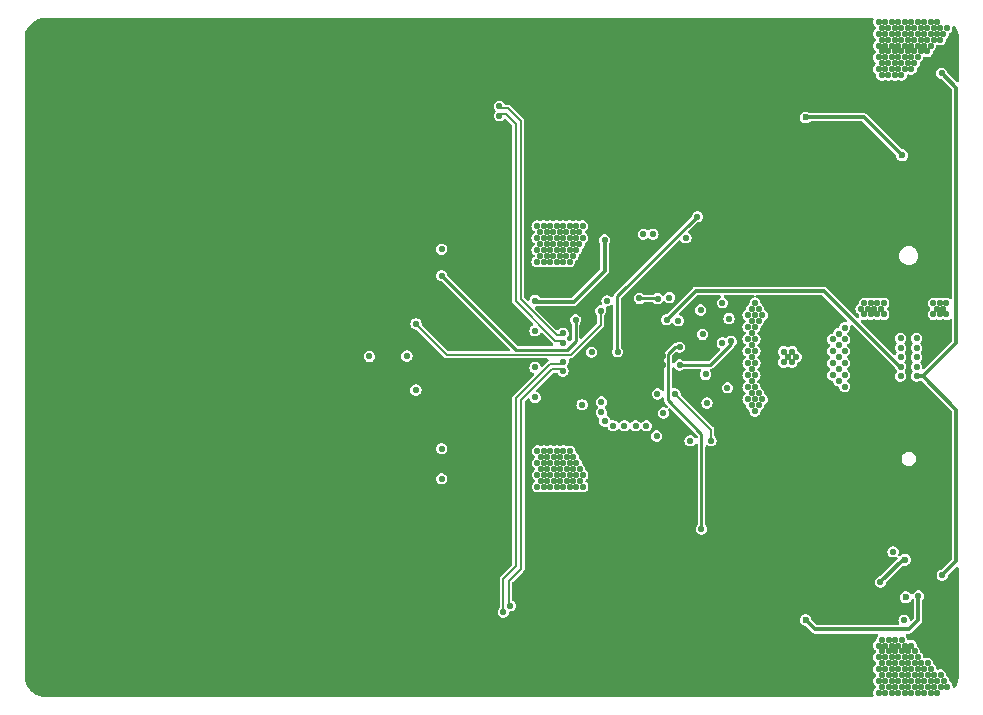
<source format=gbr>
%TF.GenerationSoftware,KiCad,Pcbnew,7.0.7*%
%TF.CreationDate,2024-03-27T22:15:01+01:00*%
%TF.ProjectId,SMPS_legged_robot_module,534d5053-5f6c-4656-9767-65645f726f62,1.0*%
%TF.SameCoordinates,PX116520PY4ddba40*%
%TF.FileFunction,Copper,L3,Inr*%
%TF.FilePolarity,Positive*%
%FSLAX46Y46*%
G04 Gerber Fmt 4.6, Leading zero omitted, Abs format (unit mm)*
G04 Created by KiCad (PCBNEW 7.0.7) date 2024-03-27 22:15:01*
%MOMM*%
%LPD*%
G01*
G04 APERTURE LIST*
%TA.AperFunction,ComponentPad*%
%ADD10C,0.700000*%
%TD*%
%TA.AperFunction,ComponentPad*%
%ADD11C,4.400000*%
%TD*%
%TA.AperFunction,ViaPad*%
%ADD12C,0.550000*%
%TD*%
%TA.AperFunction,ViaPad*%
%ADD13C,0.600000*%
%TD*%
%TA.AperFunction,Conductor*%
%ADD14C,0.200000*%
%TD*%
%TA.AperFunction,Conductor*%
%ADD15C,0.300000*%
%TD*%
%TA.AperFunction,Conductor*%
%ADD16C,0.250000*%
%TD*%
G04 APERTURE END LIST*
D10*
%TO.N,GND*%
%TO.C,H801*%
X105740000Y18440000D03*
X106223274Y19606726D03*
X106223274Y17273274D03*
X107390000Y20090000D03*
D11*
X107390000Y18440000D03*
D10*
X107390000Y16790000D03*
X108556726Y19606726D03*
X108556726Y17273274D03*
X109040000Y18440000D03*
%TD*%
%TO.N,GND*%
%TO.C,H802*%
X105740000Y-11560000D03*
X106223274Y-10393274D03*
X106223274Y-12726726D03*
X107390000Y-9910000D03*
D11*
X107390000Y-11560000D03*
D10*
X107390000Y-13210000D03*
X108556726Y-10393274D03*
X108556726Y-12726726D03*
X109040000Y-11560000D03*
%TD*%
D12*
%TO.N,GND*%
X136610000Y-23410000D03*
X133660000Y-23410000D03*
X137360000Y-23410000D03*
X135860000Y-23410000D03*
X135110000Y-23410000D03*
X138060000Y-23410000D03*
X134360000Y-23410000D03*
X138810000Y-23410000D03*
X132910000Y-23410000D03*
X132160000Y-23410000D03*
X138010000Y30090000D03*
X138760000Y30090000D03*
X137310000Y30090000D03*
X136560000Y30090000D03*
X135810000Y30090000D03*
X134310000Y30090000D03*
X135060000Y30090000D03*
X133610000Y30090000D03*
X132860000Y30090000D03*
X132110000Y30090000D03*
X154660000Y-18510000D03*
X156110000Y-18510000D03*
X153910000Y-18510000D03*
X153160000Y-18510000D03*
X155360000Y-18510000D03*
X157560000Y-18510000D03*
X162010000Y-18510000D03*
X167810000Y-18510000D03*
X164910000Y-18510000D03*
X160510000Y-18510000D03*
X161260000Y-18510000D03*
X162710000Y-18510000D03*
X158310000Y-18510000D03*
X167110000Y-18510000D03*
X164160000Y-18510000D03*
X159810000Y-18510000D03*
X163410000Y-18510000D03*
X165610000Y-18510000D03*
X166360000Y-18510000D03*
X151010000Y-18510000D03*
X152460000Y-18510000D03*
X148810000Y-18510000D03*
X148060000Y-18510000D03*
X150260000Y-18510000D03*
X149560000Y-18510000D03*
X151760000Y-18510000D03*
X167760000Y25090000D03*
X164860000Y25090000D03*
X166310000Y25090000D03*
X167060000Y25090000D03*
X164110000Y25090000D03*
X163360000Y25090000D03*
X165560000Y25090000D03*
X162660000Y25090000D03*
X159760000Y25090000D03*
X161210000Y25090000D03*
X161960000Y25090000D03*
X158260000Y25090000D03*
X160460000Y25090000D03*
X157510000Y25090000D03*
X154610000Y25090000D03*
X156060000Y25090000D03*
X153860000Y25090000D03*
X153110000Y25090000D03*
X155310000Y25090000D03*
X152410000Y25090000D03*
X149510000Y25090000D03*
X150960000Y25090000D03*
X151710000Y25090000D03*
X148760000Y25090000D03*
X148010000Y25090000D03*
X150210000Y25090000D03*
X125360000Y16840000D03*
X125360000Y15390000D03*
X125360000Y14640000D03*
X125360000Y17590000D03*
X125360000Y18340000D03*
X125360000Y16140000D03*
X125360000Y12440000D03*
X125360000Y10990000D03*
X125360000Y10240000D03*
X125360000Y13190000D03*
X125360000Y13940000D03*
X125360000Y11740000D03*
X125360000Y8040000D03*
X125360000Y9540000D03*
X125360000Y8790000D03*
X125360000Y5840000D03*
X125360000Y7340000D03*
X125360000Y6590000D03*
X125360000Y5140000D03*
X152710000Y13640000D03*
X152710000Y15140000D03*
X152710000Y12940000D03*
X152710000Y-8110000D03*
X152710000Y-7410000D03*
X152710000Y-6660000D03*
X152710000Y-5910000D03*
X162460000Y14540000D03*
X162460000Y13790000D03*
X162460000Y13040000D03*
X163710000Y-8760000D03*
X162860000Y-8760000D03*
X181860000Y-12660000D03*
X181310000Y-12660000D03*
X182410000Y-12660000D03*
X182410000Y19640000D03*
X181310000Y19640000D03*
X181860000Y19640000D03*
X181410000Y28490000D03*
X181960000Y29090000D03*
X180860000Y27890000D03*
X180310000Y27340000D03*
X182510000Y29690000D03*
X183060000Y30290000D03*
X183210000Y-23160000D03*
X182610000Y-22610000D03*
X182010000Y-22060000D03*
X180260000Y-20410000D03*
X181410000Y-21510000D03*
X180810000Y-20960000D03*
X177060000Y-13810000D03*
X177060000Y-12110000D03*
X177060000Y-11010000D03*
X177060000Y-9910000D03*
X177060000Y-8510000D03*
X177060000Y-5460000D03*
X177710000Y-4760000D03*
X177110000Y19190000D03*
X177110000Y18040000D03*
X177110000Y16940000D03*
X177110000Y15740000D03*
X177110000Y14640000D03*
X177110000Y13490000D03*
X180210000Y-4110000D03*
X178460000Y-4060000D03*
X180260000Y11090000D03*
X178510000Y11090000D03*
X182160000Y5940000D03*
X181210000Y5940000D03*
X180110000Y5940000D03*
X179010000Y5940000D03*
X177960000Y5940000D03*
X176860000Y5940000D03*
X173360000Y-1060000D03*
X172560000Y-1810000D03*
X171610000Y-2810000D03*
X170860000Y-3810000D03*
X170910000Y11890000D03*
X170910000Y11040000D03*
X170910000Y10190000D03*
D13*
X156160000Y3540000D03*
X156160000Y4340000D03*
X156160000Y2740000D03*
X158560000Y3540000D03*
X158560000Y4340000D03*
X158560000Y2740000D03*
D12*
X180335000Y265000D03*
X180610000Y740000D03*
X180885000Y265000D03*
X179235000Y265000D03*
X179510000Y740000D03*
X180060000Y740000D03*
X179785000Y265000D03*
X178135000Y315000D03*
X178410000Y790000D03*
X178960000Y790000D03*
X178685000Y315000D03*
X177585000Y315000D03*
X177860000Y790000D03*
X177310000Y790000D03*
X176760000Y790000D03*
X177035000Y315000D03*
X176760000Y-1110000D03*
X177310000Y-1110000D03*
X177035000Y-635000D03*
X177310000Y-160000D03*
X176760000Y-160000D03*
X142610000Y30340000D03*
X142610000Y30890000D03*
X143160000Y29790000D03*
X142610000Y29790000D03*
X143160000Y30340000D03*
X143160000Y30890000D03*
X142060000Y29790000D03*
X142060000Y30890000D03*
X142060000Y30340000D03*
X142610000Y-23460000D03*
X142610000Y-22910000D03*
X143160000Y-24010000D03*
X142610000Y-24010000D03*
X143160000Y-23460000D03*
X143160000Y-22910000D03*
X142060000Y-24010000D03*
X142060000Y-22910000D03*
X142060000Y-23460000D03*
X179410000Y-11060000D03*
X179410000Y-10510000D03*
X179960000Y-11610000D03*
X179410000Y-11610000D03*
X179960000Y-11060000D03*
X179960000Y-10510000D03*
X178860000Y-11610000D03*
X178860000Y-10510000D03*
X178860000Y-11060000D03*
X179410000Y17940000D03*
X179410000Y18490000D03*
X179960000Y17390000D03*
X179410000Y17390000D03*
X179960000Y17940000D03*
X179960000Y18490000D03*
X178860000Y17390000D03*
X178860000Y18490000D03*
X178860000Y17940000D03*
X166960000Y-20710000D03*
X166960000Y-21260000D03*
X161960000Y-21260000D03*
X161410000Y-20710000D03*
X166410000Y-20710000D03*
X161410000Y-21260000D03*
X166410000Y-20160000D03*
X166410000Y-21260000D03*
X166960000Y-20160000D03*
X161410000Y-20160000D03*
X162510000Y-20710000D03*
X161960000Y-20160000D03*
X165860000Y-21260000D03*
X162510000Y-21260000D03*
X165860000Y-20160000D03*
X162510000Y-20160000D03*
X165860000Y-20710000D03*
X161960000Y-20710000D03*
X154510000Y-20710000D03*
X154510000Y-21260000D03*
X149510000Y-21260000D03*
X148960000Y-20710000D03*
X153960000Y-20710000D03*
X148960000Y-21260000D03*
X153960000Y-20160000D03*
X153960000Y-21260000D03*
X154510000Y-20160000D03*
X148960000Y-20160000D03*
X150060000Y-20710000D03*
X149510000Y-20160000D03*
X153410000Y-21260000D03*
X150060000Y-21260000D03*
X153410000Y-20160000D03*
X150060000Y-20160000D03*
X153410000Y-20710000D03*
X149510000Y-20710000D03*
X166910000Y27490000D03*
X166910000Y26940000D03*
X161910000Y26940000D03*
X161360000Y27490000D03*
X166360000Y27490000D03*
X161360000Y26940000D03*
X166360000Y28040000D03*
X166360000Y26940000D03*
X166910000Y28040000D03*
X161360000Y28040000D03*
X162460000Y27490000D03*
X161910000Y28040000D03*
X165810000Y26940000D03*
X162460000Y26940000D03*
X165810000Y28040000D03*
X162460000Y28040000D03*
X165810000Y27490000D03*
X161910000Y27490000D03*
X148960000Y26940000D03*
X148960000Y27490000D03*
X148960000Y28040000D03*
X154510000Y28040000D03*
X154510000Y27490000D03*
X154510000Y26940000D03*
X153960000Y26940000D03*
X153960000Y27490000D03*
X153960000Y28040000D03*
X149510000Y26940000D03*
X149510000Y27490000D03*
X149510000Y28040000D03*
X153410000Y26940000D03*
X150060000Y26940000D03*
X150060000Y27490000D03*
X150060000Y28040000D03*
X153410000Y27490000D03*
X153410000Y28040000D03*
D13*
%TO.N,/Project Architecture/MVB_Filtered*%
X179160000Y-16890000D03*
D12*
%TO.N,GND*%
X148930000Y8770000D03*
X149560000Y8770000D03*
X150220000Y8760000D03*
X149560000Y-1700000D03*
X150220000Y-1710000D03*
X148930000Y-1700000D03*
X149110000Y6660000D03*
X149130000Y1460000D03*
X150920000Y260000D03*
%TO.N,+3V3*%
X182230000Y-15020000D03*
X182190000Y27490000D03*
%TO.N,/Project Architecture/Power - Converter/SW0*%
X137680000Y6280000D03*
X153300000Y7370000D03*
%TO.N,Net-(Q701-G)*%
X151190000Y6600000D03*
%TO.N,/Project Architecture/Power - Converter/SW1*%
X137670000Y660000D03*
%TO.N,Net-(Q705-G)*%
X164180000Y6710000D03*
%TO.N,/Project Architecture/Power - Converter/MVA_OUT*%
X161500000Y15340000D03*
%TO.N,/Project Architecture/Power - Converter/MVB_OUT*%
X161850000Y-11110000D03*
%TO.N,Net-(IC701B-FREQ_CFG)*%
X162650000Y-3640000D03*
%TO.N,/Project Architecture/Power - Converter/VDD33*%
X151740000Y-580000D03*
%TO.N,Net-(D601-K)*%
X161785000Y7440500D03*
%TO.N,GND*%
X162436000Y12298000D03*
%TO.N,/Project Architecture/Power - Converter/DRVCC*%
X159134000Y8488000D03*
%TO.N,/Project Architecture/Power - Converter/VDD25*%
X160890000Y-3640000D03*
%TO.N,Net-(IC701B-FREQ_CFG)*%
X159610072Y335315D03*
%TO.N,/Project Architecture/Power - Converter/VDD25*%
X158060000Y-3240000D03*
%TO.N,Net-(IC701B-VOUT0_CFG)*%
X158620000Y-1280000D03*
%TO.N,Net-(IC701B-ASEL1)*%
X158110212Y335161D03*
%TO.N,GND*%
X159280000Y-3230000D03*
%TO.N,/Project Architecture/Power - Connector /RUN1*%
X157190000Y-2370000D03*
%TO.N,/Project Architecture/Power - Connector /RUN0*%
X156270000Y-2370000D03*
%TO.N,/Project Architecture/Power - Connector /ALERT*%
X153658911Y-1961089D03*
%TO.N,/Project Architecture/Power - Connector /FAULT0*%
X154370000Y-2360000D03*
%TO.N,/Project Architecture/Power - Connector /FAULT1*%
X155310000Y-2360000D03*
%TO.N,/Project Architecture/Power - Connector /SDA*%
X153370000Y-1240000D03*
%TO.N,Net-(D602-K)*%
X153855000Y8210000D03*
%TO.N,GND*%
X182010000Y14990000D03*
X140460000Y-8760000D03*
X139760000Y-8760000D03*
X144660000Y-8760000D03*
X143960000Y-8760000D03*
X141160000Y-8760000D03*
X145360000Y-8760000D03*
X143260000Y-8760000D03*
X142560000Y-8760000D03*
X141860000Y-8760000D03*
X139760000Y15740000D03*
X141860000Y15740000D03*
X140460000Y15740000D03*
X141160000Y15740000D03*
X142560000Y15740000D03*
X143260000Y15740000D03*
X144660000Y15740000D03*
X143960000Y15740000D03*
X145360000Y15740000D03*
X154460000Y-8760000D03*
X156560000Y-8760000D03*
X159360000Y-8760000D03*
X155860000Y-8760000D03*
X160060000Y-8760000D03*
X160760000Y-8760000D03*
X155160000Y-8760000D03*
X153760000Y-8760000D03*
X157960000Y-8760000D03*
X158660000Y-8760000D03*
X157260000Y-8760000D03*
X153060000Y-8760000D03*
X150260000Y-8760000D03*
X147460000Y-8760000D03*
X149560000Y-8760000D03*
X148860000Y-8760000D03*
X148160000Y-8760000D03*
X150960000Y-8760000D03*
X152360000Y-8760000D03*
X151660000Y-8760000D03*
X158660000Y15740000D03*
X160760000Y15740000D03*
X160060000Y15740000D03*
X159360000Y15740000D03*
X155860000Y15740000D03*
X153060000Y15740000D03*
X155160000Y15740000D03*
X154460000Y15740000D03*
X153760000Y15740000D03*
X156560000Y15740000D03*
X157960000Y15740000D03*
X157260000Y15740000D03*
X152360000Y15740000D03*
X151660000Y15740000D03*
X150960000Y15740000D03*
X150260000Y15740000D03*
X149560000Y15740000D03*
X148860000Y15740000D03*
X148160000Y15740000D03*
X147460000Y15740000D03*
%TO.N,/Project Architecture/Power - Converter/shuntB+*%
X145650000Y-17590000D03*
%TO.N,/Project Architecture/Power - Converter/shuntB-*%
X145070000Y-18150000D03*
%TO.N,/Project Architecture/+VBAT_Filtered*%
X169860000Y3465000D03*
X166385000Y-1110000D03*
X166385000Y8015000D03*
X166085000Y-610000D03*
X165785000Y-110000D03*
X165785000Y7015000D03*
X166085000Y7515000D03*
X166685000Y-610000D03*
X166985000Y-110000D03*
X166385000Y-110000D03*
X166685000Y390000D03*
X166085000Y390000D03*
X166685000Y7515000D03*
X166985000Y7015000D03*
X166385000Y7015000D03*
X166685000Y6515000D03*
X166085000Y6515000D03*
X169510000Y3915000D03*
X169510000Y3015000D03*
X169160000Y3465000D03*
X168810000Y3015000D03*
X168810000Y3915000D03*
X165785000Y6015000D03*
X166385000Y6015000D03*
X166085000Y5490000D03*
X165785000Y4990000D03*
X166385000Y4990000D03*
X166085000Y4465000D03*
X165785000Y3965000D03*
X166385000Y3965000D03*
X166085000Y3440000D03*
X165785000Y2940000D03*
X166385000Y2940000D03*
X166085000Y2415000D03*
X165785000Y1915000D03*
X166385000Y1915000D03*
X166085000Y1390000D03*
X166385000Y890000D03*
X165785000Y890000D03*
%TO.N,/Project Architecture/Power - Connector /+VBAT_IN*%
X173460000Y5440000D03*
X172960000Y4940000D03*
X173460000Y4440000D03*
X173960000Y4940000D03*
X173960000Y5940000D03*
X172960000Y3940000D03*
X173460000Y3440000D03*
X172960000Y2940000D03*
X173460000Y2440000D03*
X173960000Y1940000D03*
X173460000Y1440000D03*
X172960000Y1940000D03*
X173960000Y3940000D03*
X173960000Y2940000D03*
X173960000Y940000D03*
X182035000Y8015000D03*
X181485000Y8015000D03*
X182585000Y8015000D03*
X181760000Y7540000D03*
X182310000Y7540000D03*
X181485000Y7065000D03*
X182585000Y7065000D03*
X182035000Y7065000D03*
X177285000Y7065000D03*
X176185000Y7065000D03*
X175635000Y7065000D03*
X176735000Y7065000D03*
X177010000Y7540000D03*
X175910000Y7540000D03*
X175360000Y7540000D03*
X176460000Y7540000D03*
X177285000Y8015000D03*
X176185000Y8015000D03*
X175635000Y8015000D03*
X176735000Y8015000D03*
%TO.N,/Project Architecture/Power - Converter/SW1*%
X163610000Y8040000D03*
%TO.N,Net-(IC701B-TSNS1)*%
X161940000Y5370000D03*
%TO.N,+3V3*%
X180060000Y1840000D03*
%TO.N,/Project Architecture/Power - Connector /FAULT0*%
X180060000Y2640000D03*
%TO.N,/Project Architecture/Power - Connector /ALERT*%
X180060000Y3440000D03*
%TO.N,/Project Architecture/Power - Connector /SDA*%
X180060000Y4240000D03*
%TO.N,/Project Architecture/Power - Connector /SCL*%
X180060000Y5040000D03*
D13*
%TO.N,GND*%
X157360000Y5140000D03*
X157960000Y4740000D03*
X156760000Y4740000D03*
X157960000Y2340000D03*
X157360000Y1940000D03*
X156760000Y2340000D03*
X156760000Y3940000D03*
X156760000Y3140000D03*
X157960000Y3140000D03*
X157960000Y3940000D03*
X157360000Y2740000D03*
X157360000Y4340000D03*
X157360000Y3540000D03*
D12*
%TO.N,+5V*%
X178710000Y1830000D03*
%TO.N,Net-(Q603-G)*%
X177000000Y-15590000D03*
%TO.N,/Project Architecture/Power - Converter/MVB_OUT*%
X179010000Y-18850000D03*
%TO.N,/Project Architecture/Power - Connector /RUN1*%
X178710000Y5040000D03*
%TO.N,/Project Architecture/Power - Connector /FAULT1*%
X178710000Y3440000D03*
%TO.N,/Project Architecture/Power - Connector /RUN0*%
X178710000Y4240000D03*
%TO.N,GND*%
X161760000Y640000D03*
%TO.N,+12V*%
X178710000Y2640000D03*
X158894800Y6610049D03*
D13*
%TO.N,Net-(IC602-GATE)*%
X170660000Y-18810000D03*
D12*
X180210000Y-16770000D03*
%TO.N,/Project Architecture/Power - Converter/MVA_OUT*%
X154739113Y3891315D03*
%TO.N,Net-(IC701B-TSNS0)*%
X152550000Y3870000D03*
%TO.N,Net-(IC701B-ITHR1)*%
X164360000Y4790000D03*
X159990000Y2780000D03*
%TO.N,Net-(IC701A-VIN)*%
X158134500Y8400000D03*
X156585500Y8420000D03*
%TO.N,/Project Architecture/Power - Converter/VDD25*%
X162320000Y-440000D03*
%TO.N,/Project Architecture/Power - Converter/VDD33*%
X164050000Y850000D03*
X163600000Y4660000D03*
X162190000Y1980000D03*
%TO.N,/Project Architecture/Power - Converter/MVB_OUT*%
X160000000Y4290000D03*
X178070000Y-13040000D03*
%TO.N,/Project Architecture/MVA_Filtered*%
X176840000Y30830000D03*
X178220000Y29330000D03*
X180420000Y30330000D03*
X179045000Y31830000D03*
X178495000Y29820000D03*
X181790000Y30830000D03*
X181240000Y31840000D03*
X181790000Y31840000D03*
X180970000Y29330000D03*
X178495000Y30830000D03*
X178770000Y27340000D03*
X177675000Y28330000D03*
X179590000Y29830000D03*
X178220000Y30330000D03*
X177395000Y31830000D03*
X179320000Y31330000D03*
X177125000Y28330000D03*
X177395000Y29820000D03*
X178770000Y30330000D03*
X178775000Y28330000D03*
X179325000Y28330000D03*
X179590000Y30830000D03*
X177945000Y29820000D03*
X181520000Y31330000D03*
X177670000Y29330000D03*
X180140000Y30830000D03*
X180140000Y28830000D03*
X180140000Y29830000D03*
X178220000Y31330000D03*
X178770000Y29330000D03*
X179590000Y28830000D03*
X178225000Y28330000D03*
X180690000Y30830000D03*
X180970000Y30330000D03*
X177945000Y30830000D03*
X178500000Y27840000D03*
X176845000Y28820000D03*
X181240000Y30830000D03*
X179870000Y29330000D03*
X177120000Y29330000D03*
X177400000Y27840000D03*
X182620000Y31330000D03*
X179870000Y31330000D03*
X177120000Y31330000D03*
X180420000Y31330000D03*
X179320000Y29330000D03*
X177945000Y31830000D03*
X177670000Y27340000D03*
X177670000Y31330000D03*
X179045000Y30830000D03*
X178770000Y31330000D03*
X177670000Y30330000D03*
X180420000Y29330000D03*
X178495000Y31830000D03*
X178220000Y27340000D03*
X180690000Y31840000D03*
X179045000Y28820000D03*
X176845000Y31830000D03*
X179590000Y31840000D03*
X180690000Y29830000D03*
X181240000Y29830000D03*
X182070000Y30330000D03*
X182340000Y30830000D03*
X177120000Y27340000D03*
X180140000Y31840000D03*
X177945000Y28820000D03*
X177395000Y28820000D03*
X179320000Y30330000D03*
X180970000Y31330000D03*
X176845000Y29820000D03*
X178495000Y28820000D03*
X177395000Y30830000D03*
X181520000Y30330000D03*
X179045000Y29820000D03*
X179595000Y27850000D03*
X176850000Y27840000D03*
X182070000Y31330000D03*
X179870000Y30330000D03*
X177120000Y30330000D03*
X179870000Y28340000D03*
X177950000Y27840000D03*
X179050000Y27840000D03*
%TO.N,/Project Architecture/MVB_Filtered*%
X182640000Y-24460000D03*
X179065000Y-22950000D03*
X179065000Y-24960000D03*
X177965000Y-24960000D03*
X179610000Y-21960000D03*
X179890000Y-21470000D03*
X179340000Y-23460000D03*
X178790000Y-24460000D03*
X177420000Y-20970000D03*
X178790000Y-22460000D03*
X180440000Y-23460000D03*
X177695000Y-21460000D03*
X177965000Y-21950000D03*
X178795000Y-21460000D03*
X178520000Y-20970000D03*
X179340000Y-22460000D03*
X177690000Y-20470000D03*
X177965000Y-23960000D03*
X176865000Y-21950000D03*
X178515000Y-22950000D03*
X179065000Y-21950000D03*
X177690000Y-23460000D03*
X177965000Y-22950000D03*
X176860000Y-23960000D03*
X177415000Y-21950000D03*
X177415000Y-23960000D03*
X179890000Y-22460000D03*
X179890000Y-24460000D03*
X178245000Y-21460000D03*
X179070000Y-20970000D03*
X180990000Y-22460000D03*
X177415000Y-22950000D03*
X177145000Y-21460000D03*
X177140000Y-24460000D03*
X179890000Y-23460000D03*
X178240000Y-22460000D03*
X178240000Y-23460000D03*
X182090000Y-23460000D03*
X180440000Y-22460000D03*
X181260000Y-23960000D03*
X177140000Y-20470000D03*
X178790000Y-20470000D03*
X180990000Y-23460000D03*
X181810000Y-23960000D03*
X180710000Y-22960000D03*
X180160000Y-23960000D03*
X180160000Y-21960000D03*
X179615000Y-20980000D03*
X182090000Y-24460000D03*
X176865000Y-24960000D03*
X177690000Y-24460000D03*
X177140000Y-23460000D03*
X177415000Y-24960000D03*
X177970000Y-20970000D03*
X179345000Y-21460000D03*
X178240000Y-20470000D03*
X181540000Y-23460000D03*
X178515000Y-23960000D03*
X176870000Y-20970000D03*
X180710000Y-23960000D03*
X179610000Y-23960000D03*
X179340000Y-24460000D03*
X179610000Y-24970000D03*
X179065000Y-23960000D03*
X181260000Y-24970000D03*
X178515000Y-24960000D03*
X180710000Y-24970000D03*
X178790000Y-23460000D03*
X178515000Y-21950000D03*
X180990000Y-24460000D03*
X180440000Y-24460000D03*
X181540000Y-24460000D03*
X178240000Y-24460000D03*
X179610000Y-22960000D03*
X181810000Y-24970000D03*
X182360000Y-23960000D03*
X177690000Y-22460000D03*
X176865000Y-22950000D03*
X180160000Y-22960000D03*
X181260000Y-22960000D03*
X177140000Y-22460000D03*
X180160000Y-24970000D03*
%TO.N,/Project Architecture/Power - Connector /SCL*%
X153378733Y-353733D03*
D13*
%TO.N,Net-(Q601-G)*%
X178830000Y20530000D03*
X170660000Y23740000D03*
%TO.N,Net-(Q603-G)*%
X179070000Y-13710000D03*
D12*
%TO.N,Net-(Q701-G)*%
X139860000Y10340000D03*
X139860000Y12590000D03*
%TO.N,Net-(Q702-G)*%
X147760000Y5680000D03*
X153650000Y13360000D03*
X147760000Y8240000D03*
%TO.N,Net-(Q705-G)*%
X139860000Y-4310000D03*
X139860000Y-6860000D03*
%TO.N,Net-(Q706-G)*%
X160530000Y13550000D03*
X147760000Y40000D03*
X147760000Y2570000D03*
%TO.N,/Project Architecture/Power - Converter/Vin*%
X150135000Y13540000D03*
X151230000Y13540000D03*
X150155000Y-6520000D03*
X150430000Y-7020000D03*
X151780000Y14550000D03*
X150700000Y-6520000D03*
X150980000Y-6020000D03*
X151230000Y14550000D03*
X149585000Y11530000D03*
X148780000Y-7020000D03*
X148505000Y-5510000D03*
X149605000Y-7520000D03*
X149605000Y-6520000D03*
X151510000Y14040000D03*
X147930000Y13540000D03*
X149585000Y13540000D03*
X150430000Y-6020000D03*
X150680000Y13540000D03*
X149605000Y-4510000D03*
X149880000Y-7020000D03*
X147955000Y-5510000D03*
X151250000Y-7530000D03*
X149585000Y12530000D03*
X148230000Y-6020000D03*
X150680000Y11540000D03*
X150135000Y11530000D03*
X148230000Y-7020000D03*
X148760000Y14040000D03*
X149055000Y-4510000D03*
X148760000Y12040000D03*
X149035000Y13540000D03*
X149330000Y-7020000D03*
X149860000Y12040000D03*
X150980000Y-5020000D03*
X149055000Y-6520000D03*
X148505000Y-4510000D03*
X151230000Y12540000D03*
X149860000Y14040000D03*
X149330000Y-6020000D03*
X149605000Y-5510000D03*
X150960000Y14040000D03*
X151510000Y13040000D03*
X150155000Y-4510000D03*
X150135000Y12530000D03*
X149330000Y-5020000D03*
X150980000Y-7020000D03*
X148505000Y-7520000D03*
X148760000Y13040000D03*
X148485000Y11530000D03*
X148210000Y14040000D03*
X149310000Y13040000D03*
X150410000Y14040000D03*
X148210000Y13040000D03*
X150155000Y-5510000D03*
X148485000Y14540000D03*
X147955000Y-7520000D03*
X151780000Y13540000D03*
X148485000Y13540000D03*
X149310000Y12040000D03*
X149055000Y-7520000D03*
X148210000Y12040000D03*
X149035000Y12530000D03*
X149035000Y11530000D03*
X150155000Y-7520000D03*
X147935000Y12530000D03*
X149035000Y14540000D03*
X149880000Y-5020000D03*
X147935000Y11530000D03*
X150680000Y12540000D03*
X151530000Y-7020000D03*
X147955000Y-4510000D03*
X151250000Y-6520000D03*
X149055000Y-5510000D03*
X148230000Y-5020000D03*
X150410000Y12040000D03*
X149880000Y-6020000D03*
X148780000Y-6020000D03*
X148485000Y12530000D03*
X148505000Y-6520000D03*
X150700000Y-4520000D03*
X150135000Y14540000D03*
X150960000Y12040000D03*
X147935000Y14540000D03*
X151250000Y-5520000D03*
X150960000Y13040000D03*
X151800000Y-6520000D03*
X150410000Y13040000D03*
X151530000Y-6020000D03*
X149860000Y13040000D03*
X150700000Y-5520000D03*
X147950000Y-6520000D03*
X149310000Y14040000D03*
X150680000Y14550000D03*
X150700000Y-7530000D03*
X150430000Y-5020000D03*
X151800000Y-7530000D03*
X148780000Y-5020000D03*
X149585000Y14540000D03*
%TO.N,/Project Architecture/Power - Converter/SW1*%
X159880000Y6530000D03*
%TO.N,/Project Architecture/Power - Converter/shuntIn+*%
X157735799Y13851821D03*
X136909500Y3540000D03*
%TO.N,/Project Architecture/Power - Converter/shuntIn-*%
X156935799Y13851821D03*
X133734117Y3510557D03*
%TO.N,/Project Architecture/Power - Converter/shuntB-*%
X150128775Y3065000D03*
%TO.N,/Project Architecture/Power - Converter/shuntB+*%
X150128775Y2265000D03*
%TO.N,/Project Architecture/Power - Converter/shuntA-*%
X144741149Y24690000D03*
X150131440Y5480000D03*
%TO.N,/Project Architecture/Power - Converter/shuntA+*%
X150131440Y4680000D03*
X144741149Y23890000D03*
%TD*%
D14*
%TO.N,/Project Architecture/Power - Converter/shuntB-*%
X145067843Y-15333957D02*
X145067843Y-18133529D01*
X146135000Y-14266800D02*
X145067843Y-15333957D01*
X149953776Y2890001D02*
X149060001Y2890001D01*
X149060001Y2890001D02*
X146135000Y-35000D01*
X145067843Y-18133529D02*
X145077157Y-18142843D01*
X150128775Y3065000D02*
X149953776Y2890001D01*
X146135000Y-35000D02*
X146135000Y-14266800D01*
%TO.N,/Project Architecture/Power - Converter/shuntB+*%
X145527158Y-15511042D02*
X145527158Y-17461472D01*
X146585000Y-175000D02*
X146585000Y-14453200D01*
X146585000Y-14453200D02*
X145527158Y-15511042D01*
X149953776Y2439999D02*
X149199999Y2439999D01*
X150128775Y2265000D02*
X149953776Y2439999D01*
X149199999Y2439999D02*
X146585000Y-175000D01*
X145527158Y-17461472D02*
X145642843Y-17577157D01*
D15*
%TO.N,Net-(Q702-G)*%
X147890000Y8110000D02*
X151030000Y8110000D01*
X153650000Y10730000D02*
X153650000Y13360000D01*
X147760000Y8240000D02*
X147890000Y8110000D01*
X151030000Y8110000D02*
X153650000Y10730000D01*
%TO.N,+3V3*%
X183432404Y-13817596D02*
X183432404Y-992404D01*
X183432404Y-992404D02*
X180600000Y1840000D01*
X182230000Y-15020000D02*
X183432404Y-13817596D01*
X183437853Y26242147D02*
X182190000Y27490000D01*
X183437853Y8260018D02*
X183437853Y26242147D01*
X180600000Y1840000D02*
X183436969Y4676969D01*
X183436969Y4676969D02*
X183437853Y8260018D01*
X180060000Y1840000D02*
X180600000Y1840000D01*
%TO.N,+12V*%
X161354751Y9070000D02*
X158894800Y6610049D01*
X172196116Y9070000D02*
X161354751Y9070000D01*
X178626116Y2640000D02*
X172196116Y9070000D01*
X178710000Y2640000D02*
X178626116Y2640000D01*
D16*
%TO.N,Net-(Q701-G)*%
X150450000Y4080000D02*
X146140000Y4080000D01*
X139880000Y10340000D02*
X139860000Y10340000D01*
X151190000Y4820000D02*
X150450000Y4080000D01*
X151190000Y6600000D02*
X151190000Y4820000D01*
X146140000Y4080000D02*
X139880000Y10340000D01*
D14*
%TO.N,/Project Architecture/Power - Converter/SW0*%
X140270000Y3640000D02*
X137680000Y6230000D01*
X150760000Y3640000D02*
X140270000Y3640000D01*
X137680000Y6230000D02*
X137680000Y6280000D01*
X153300000Y6180000D02*
X150760000Y3640000D01*
X153300000Y7370000D02*
X153300000Y6180000D01*
D16*
%TO.N,/Project Architecture/Power - Converter/MVA_OUT*%
X154720000Y8588529D02*
X154720000Y3910428D01*
X161471471Y15340000D02*
X154720000Y8588529D01*
X161500000Y15340000D02*
X161471471Y15340000D01*
X154720000Y3910428D02*
X154739113Y3891315D01*
%TO.N,/Project Architecture/Power - Converter/MVB_OUT*%
X161850000Y-3060000D02*
X161850000Y-11110000D01*
X159010072Y3670072D02*
X159010072Y-220072D01*
X159010072Y-220072D02*
X161850000Y-3060000D01*
X159630000Y4290000D02*
X159010072Y3670072D01*
X160000000Y4290000D02*
X159630000Y4290000D01*
D14*
%TO.N,Net-(IC701B-FREQ_CFG)*%
X162650000Y-2700000D02*
X162650000Y-3640000D01*
X159614685Y335315D02*
X162650000Y-2700000D01*
X159610072Y335315D02*
X159614685Y335315D01*
%TO.N,/Project Architecture/Power - Converter/shuntA+*%
X146105000Y8195000D02*
X146105000Y15885000D01*
X149445000Y4855000D02*
X146105000Y8195000D01*
X149956440Y4855000D02*
X149445000Y4855000D01*
X150131440Y4680000D02*
X149956440Y4855000D01*
X144916148Y24064999D02*
X144741149Y23890000D01*
X145266801Y24064999D02*
X144916148Y24064999D01*
X146105000Y15885000D02*
X146105000Y23226800D01*
X146105000Y23226800D02*
X145266801Y24064999D01*
D16*
%TO.N,Net-(IC701B-ITHR1)*%
X164360000Y4571471D02*
X162568529Y2780000D01*
X162568529Y2780000D02*
X159990000Y2780000D01*
X164360000Y4790000D02*
X164360000Y4571471D01*
D15*
%TO.N,Net-(Q603-G)*%
X178880000Y-13710000D02*
X179070000Y-13710000D01*
X177000000Y-15590000D02*
X178880000Y-13710000D01*
%TO.N,Net-(IC602-GATE)*%
X180210000Y-18810000D02*
X180210000Y-16770000D01*
X179410000Y-19610000D02*
X180210000Y-18810000D01*
X171460000Y-19610000D02*
X179410000Y-19610000D01*
X170660000Y-18810000D02*
X171460000Y-19610000D01*
%TO.N,Net-(Q601-G)*%
X170660000Y23740000D02*
X170670000Y23750000D01*
X170670000Y23750000D02*
X175610000Y23750000D01*
X175610000Y23750000D02*
X178830000Y20530000D01*
D16*
%TO.N,Net-(IC701A-VIN)*%
X156585500Y8420000D02*
X158114500Y8420000D01*
D14*
%TO.N,/Project Architecture/Power - Converter/shuntA-*%
X144916148Y24515001D02*
X144741149Y24690000D01*
X149595000Y5305000D02*
X146555000Y8345000D01*
X149956440Y5305000D02*
X149595000Y5305000D01*
X146555000Y8345000D02*
X146555000Y23413200D01*
X146555000Y23413200D02*
X145453199Y24515001D01*
X145453199Y24515001D02*
X144916148Y24515001D01*
X150131440Y5480000D02*
X149956440Y5305000D01*
%TD*%
%TA.AperFunction,Conductor*%
%TO.N,GND*%
G36*
X176360530Y32169815D02*
G01*
X176406285Y32117011D01*
X176416229Y32047853D01*
X176406286Y32013993D01*
X176388636Y31975342D01*
X176384068Y31965340D01*
X176384068Y31965338D01*
X176364610Y31830000D01*
X176384068Y31694663D01*
X176384070Y31694655D01*
X176440867Y31570286D01*
X176440872Y31570279D01*
X176500335Y31501655D01*
X176530411Y31466945D01*
X176578683Y31435923D01*
X176624438Y31383119D01*
X176634382Y31313961D01*
X176605357Y31250405D01*
X176578684Y31227292D01*
X176525413Y31193057D01*
X176525409Y31193054D01*
X176435872Y31089722D01*
X176435867Y31089715D01*
X176379070Y30965346D01*
X176379068Y30965338D01*
X176359610Y30830001D01*
X176379068Y30694663D01*
X176379070Y30694655D01*
X176435867Y30570286D01*
X176435872Y30570279D01*
X176525409Y30466947D01*
X176525411Y30466945D01*
X176570787Y30437784D01*
X176582649Y30430161D01*
X176628404Y30377357D01*
X176636845Y30338551D01*
X176638350Y30338767D01*
X176638375Y30338593D01*
X176637762Y30334338D01*
X176639610Y30325845D01*
X176639610Y30321132D01*
X176635863Y30321132D01*
X176628424Y30269435D01*
X176582674Y30216642D01*
X176530411Y30183055D01*
X176530409Y30183054D01*
X176440872Y30079722D01*
X176440867Y30079715D01*
X176384070Y29955346D01*
X176384068Y29955338D01*
X176364610Y29820001D01*
X176384068Y29684663D01*
X176384070Y29684655D01*
X176440867Y29560286D01*
X176440872Y29560279D01*
X176530409Y29456947D01*
X176530413Y29456943D01*
X176581182Y29424317D01*
X176626938Y29371514D01*
X176636882Y29302356D01*
X176607858Y29238799D01*
X176581185Y29215686D01*
X176530410Y29183055D01*
X176530409Y29183054D01*
X176440872Y29079722D01*
X176440867Y29079715D01*
X176384070Y28955346D01*
X176384068Y28955338D01*
X176364610Y28820000D01*
X176384068Y28684663D01*
X176384070Y28684655D01*
X176440867Y28560286D01*
X176440872Y28560279D01*
X176530409Y28456947D01*
X176530411Y28456945D01*
X176530413Y28456944D01*
X176568122Y28432710D01*
X176613878Y28379907D01*
X176623822Y28310749D01*
X176594798Y28247193D01*
X176568124Y28224079D01*
X176535413Y28203057D01*
X176535409Y28203054D01*
X176445872Y28099722D01*
X176445867Y28099715D01*
X176389070Y27975346D01*
X176389068Y27975338D01*
X176369610Y27840000D01*
X176389068Y27704663D01*
X176389070Y27704655D01*
X176445867Y27580286D01*
X176445872Y27580279D01*
X176533910Y27478677D01*
X176535411Y27476945D01*
X176582649Y27446588D01*
X176628403Y27393787D01*
X176638199Y27348757D01*
X176638348Y27348778D01*
X176638646Y27346702D01*
X176639610Y27342273D01*
X176639609Y27340001D01*
X176659068Y27204663D01*
X176659070Y27204655D01*
X176715867Y27080286D01*
X176715872Y27080279D01*
X176805409Y26976947D01*
X176805413Y26976943D01*
X176865979Y26938021D01*
X176920439Y26903022D01*
X176986036Y26883761D01*
X177051632Y26864500D01*
X177051633Y26864500D01*
X177188367Y26864500D01*
X177319561Y26903022D01*
X177327958Y26908419D01*
X177394998Y26928105D01*
X177462035Y26908423D01*
X177470439Y26903022D01*
X177536036Y26883761D01*
X177601632Y26864500D01*
X177601633Y26864500D01*
X177738367Y26864500D01*
X177869561Y26903022D01*
X177877958Y26908419D01*
X177944998Y26928105D01*
X178012035Y26908423D01*
X178012040Y26908420D01*
X178012041Y26908419D01*
X178020439Y26903022D01*
X178151632Y26864500D01*
X178151633Y26864500D01*
X178288367Y26864500D01*
X178419561Y26903022D01*
X178427958Y26908419D01*
X178494998Y26928105D01*
X178562035Y26908423D01*
X178562040Y26908420D01*
X178562041Y26908419D01*
X178570439Y26903022D01*
X178701632Y26864500D01*
X178701633Y26864500D01*
X178838367Y26864500D01*
X178969561Y26903022D01*
X179084589Y26976945D01*
X179174130Y27080282D01*
X179230931Y27204658D01*
X179245973Y27309283D01*
X179274998Y27372837D01*
X179333775Y27410612D01*
X179403646Y27410612D01*
X179526632Y27374500D01*
X179526633Y27374500D01*
X179663367Y27374500D01*
X179794561Y27413022D01*
X179909589Y27486945D01*
X179999130Y27590282D01*
X180055931Y27714658D01*
X180075390Y27850000D01*
X180075389Y27850003D01*
X180076323Y27856494D01*
X180105347Y27920050D01*
X180132019Y27943162D01*
X180184589Y27976945D01*
X180274130Y28080282D01*
X180330931Y28204658D01*
X180350390Y28340000D01*
X180350389Y28340001D01*
X180351652Y28348779D01*
X180355091Y28348285D01*
X180370075Y28399311D01*
X180407352Y28436588D01*
X180454586Y28466943D01*
X180454586Y28466944D01*
X180454589Y28466945D01*
X180544130Y28570282D01*
X180600931Y28694658D01*
X180614796Y28791097D01*
X180643820Y28854651D01*
X180702598Y28892426D01*
X180772469Y28892426D01*
X180901632Y28854500D01*
X180901633Y28854500D01*
X181038367Y28854500D01*
X181169561Y28893022D01*
X181284589Y28966945D01*
X181374130Y29070282D01*
X181430931Y29194658D01*
X181450390Y29330000D01*
X181450390Y29330002D01*
X181450390Y29332273D01*
X181451029Y29334453D01*
X181451652Y29338779D01*
X181452274Y29338690D01*
X181470075Y29399312D01*
X181507347Y29436586D01*
X181554589Y29466945D01*
X181644130Y29570282D01*
X181700931Y29694658D01*
X181714796Y29791097D01*
X181743820Y29854651D01*
X181802598Y29892426D01*
X181872469Y29892426D01*
X182001632Y29854500D01*
X182001633Y29854500D01*
X182138367Y29854500D01*
X182269561Y29893022D01*
X182384589Y29966945D01*
X182474130Y30070282D01*
X182530931Y30194658D01*
X182550390Y30330000D01*
X182550390Y30330002D01*
X182550390Y30332273D01*
X182551029Y30334453D01*
X182551652Y30338779D01*
X182552274Y30338690D01*
X182570075Y30399312D01*
X182607347Y30436586D01*
X182654589Y30466945D01*
X182744130Y30570282D01*
X182800931Y30694658D01*
X182820390Y30830000D01*
X182820389Y30830001D01*
X182821652Y30838779D01*
X182824084Y30838430D01*
X182840075Y30892885D01*
X182877347Y30930159D01*
X182934589Y30966945D01*
X183024130Y31070282D01*
X183080931Y31194658D01*
X183100390Y31330000D01*
X183096075Y31360010D01*
X183106018Y31429165D01*
X183151772Y31481970D01*
X183218812Y31501655D01*
X183285851Y31481971D01*
X183318080Y31451966D01*
X183362257Y31392953D01*
X183371822Y31378069D01*
X183482949Y31174557D01*
X183490299Y31158463D01*
X183571333Y30941201D01*
X183576317Y30924226D01*
X183625606Y30697648D01*
X183628124Y30680136D01*
X183645127Y30442414D01*
X183645285Y30437963D01*
X183643736Y26831254D01*
X183624023Y26764223D01*
X183571199Y26718491D01*
X183502036Y26708577D01*
X183438493Y26737629D01*
X183432055Y26743626D01*
X183122659Y27053022D01*
X182697005Y27478677D01*
X182663520Y27540000D01*
X182661948Y27548712D01*
X182657409Y27580282D01*
X182650931Y27625342D01*
X182650929Y27625346D01*
X182594130Y27749717D01*
X182594130Y27749718D01*
X182504589Y27853055D01*
X182504586Y27853058D01*
X182389559Y27926979D01*
X182258368Y27965500D01*
X182258367Y27965500D01*
X182121633Y27965500D01*
X182121632Y27965500D01*
X181990440Y27926979D01*
X181875413Y27853058D01*
X181875409Y27853054D01*
X181785872Y27749722D01*
X181785867Y27749715D01*
X181729070Y27625346D01*
X181729068Y27625338D01*
X181709610Y27490001D01*
X181729068Y27354663D01*
X181729070Y27354655D01*
X181785867Y27230286D01*
X181785872Y27230279D01*
X181875409Y27126947D01*
X181875413Y27126943D01*
X181935979Y27088021D01*
X181990439Y27053022D01*
X182056036Y27033761D01*
X182121632Y27014500D01*
X182130410Y27013238D01*
X182130099Y27011081D01*
X182185495Y26994815D01*
X182206137Y26978181D01*
X183051034Y26133284D01*
X183084519Y26071961D01*
X183087353Y26045603D01*
X183087353Y8484476D01*
X183067668Y8417437D01*
X183014864Y8371682D01*
X182945706Y8361738D01*
X182896315Y8380160D01*
X182784559Y8451979D01*
X182653368Y8490500D01*
X182653367Y8490500D01*
X182516633Y8490500D01*
X182516632Y8490500D01*
X182385440Y8451979D01*
X182377034Y8446577D01*
X182309993Y8426896D01*
X182242966Y8446577D01*
X182234559Y8451979D01*
X182103368Y8490500D01*
X182103367Y8490500D01*
X181966633Y8490500D01*
X181966632Y8490500D01*
X181835440Y8451979D01*
X181827034Y8446577D01*
X181759993Y8426896D01*
X181692966Y8446577D01*
X181684559Y8451979D01*
X181553368Y8490500D01*
X181553367Y8490500D01*
X181416633Y8490500D01*
X181416632Y8490500D01*
X181285440Y8451979D01*
X181170413Y8378058D01*
X181170409Y8378054D01*
X181080872Y8274722D01*
X181080867Y8274715D01*
X181024070Y8150346D01*
X181024068Y8150338D01*
X181005650Y8022235D01*
X181004610Y8015000D01*
X181005736Y8007167D01*
X181024068Y7879663D01*
X181024070Y7879655D01*
X181080867Y7755286D01*
X181080872Y7755279D01*
X181150141Y7675338D01*
X181170411Y7651945D01*
X181182280Y7644317D01*
X181228036Y7591516D01*
X181237981Y7522358D01*
X181208959Y7458801D01*
X181182287Y7435688D01*
X181170410Y7428056D01*
X181080870Y7324718D01*
X181080867Y7324715D01*
X181024070Y7200346D01*
X181024068Y7200338D01*
X181004610Y7065000D01*
X181018987Y6965000D01*
X181024069Y6929658D01*
X181024069Y6929657D01*
X181024070Y6929655D01*
X181080867Y6805286D01*
X181080872Y6805279D01*
X181170409Y6701947D01*
X181170413Y6701943D01*
X181227361Y6665346D01*
X181285439Y6628022D01*
X181351035Y6608761D01*
X181416632Y6589500D01*
X181416633Y6589500D01*
X181553367Y6589500D01*
X181684561Y6628022D01*
X181692958Y6633419D01*
X181759998Y6653105D01*
X181827035Y6633423D01*
X181835439Y6628022D01*
X181901036Y6608761D01*
X181966632Y6589500D01*
X181966633Y6589500D01*
X182103367Y6589500D01*
X182234561Y6628022D01*
X182242958Y6633419D01*
X182309998Y6653105D01*
X182377035Y6633423D01*
X182377040Y6633420D01*
X182377041Y6633419D01*
X182385439Y6628022D01*
X182516632Y6589500D01*
X182516633Y6589500D01*
X182653367Y6589500D01*
X182784561Y6628022D01*
X182895906Y6699579D01*
X182962941Y6719261D01*
X183029981Y6699576D01*
X183075735Y6646772D01*
X183086941Y6595230D01*
X183086516Y4873531D01*
X183066815Y4806497D01*
X183050197Y4785881D01*
X180742718Y2478401D01*
X180681395Y2444916D01*
X180611703Y2449900D01*
X180555770Y2491772D01*
X180531353Y2557236D01*
X180532298Y2583724D01*
X180540390Y2640000D01*
X180520931Y2775342D01*
X180473293Y2879655D01*
X180464132Y2899715D01*
X180464130Y2899717D01*
X180464130Y2899718D01*
X180412935Y2958801D01*
X180383912Y3022352D01*
X180393855Y3091511D01*
X180412933Y3121198D01*
X180464130Y3180282D01*
X180472155Y3197853D01*
X180496351Y3250836D01*
X180520931Y3304658D01*
X180540390Y3440000D01*
X180520931Y3575342D01*
X180504973Y3610286D01*
X180464132Y3699715D01*
X180464130Y3699717D01*
X180464130Y3699718D01*
X180412935Y3758801D01*
X180383912Y3822352D01*
X180393855Y3891511D01*
X180412933Y3921198D01*
X180464130Y3980282D01*
X180466768Y3986057D01*
X180486966Y4030286D01*
X180520931Y4104658D01*
X180540390Y4240000D01*
X180520931Y4375342D01*
X180502591Y4415500D01*
X180464132Y4499715D01*
X180464130Y4499717D01*
X180464130Y4499718D01*
X180412935Y4558801D01*
X180383912Y4622352D01*
X180393855Y4691511D01*
X180412933Y4721198D01*
X180464130Y4780282D01*
X180520931Y4904658D01*
X180540390Y5040000D01*
X180520931Y5175342D01*
X180507615Y5204500D01*
X180464132Y5299715D01*
X180464127Y5299722D01*
X180374590Y5403054D01*
X180374586Y5403058D01*
X180259559Y5476979D01*
X180128368Y5515500D01*
X180128367Y5515500D01*
X179991633Y5515500D01*
X179991632Y5515500D01*
X179860440Y5476979D01*
X179745413Y5403058D01*
X179745409Y5403054D01*
X179655872Y5299722D01*
X179655867Y5299715D01*
X179599070Y5175346D01*
X179599068Y5175338D01*
X179579610Y5040000D01*
X179599068Y4904663D01*
X179599070Y4904655D01*
X179655867Y4780286D01*
X179655870Y4780282D01*
X179707062Y4721202D01*
X179736086Y4657646D01*
X179726142Y4588487D01*
X179707062Y4558798D01*
X179655870Y4499719D01*
X179655867Y4499715D01*
X179599070Y4375346D01*
X179599068Y4375338D01*
X179579610Y4240000D01*
X179599068Y4104663D01*
X179599070Y4104655D01*
X179655867Y3980286D01*
X179655870Y3980282D01*
X179707062Y3921202D01*
X179736086Y3857646D01*
X179726142Y3788487D01*
X179707062Y3758798D01*
X179655870Y3699719D01*
X179655867Y3699715D01*
X179599070Y3575346D01*
X179599068Y3575338D01*
X179579610Y3440000D01*
X179599068Y3304663D01*
X179599070Y3304655D01*
X179655867Y3180286D01*
X179655870Y3180282D01*
X179707062Y3121202D01*
X179736086Y3057646D01*
X179726142Y2988487D01*
X179707062Y2958798D01*
X179655870Y2899719D01*
X179655867Y2899715D01*
X179599070Y2775346D01*
X179599068Y2775338D01*
X179579610Y2640000D01*
X179599068Y2504663D01*
X179599070Y2504655D01*
X179655867Y2380286D01*
X179655870Y2380282D01*
X179707062Y2321202D01*
X179736086Y2257646D01*
X179726142Y2188487D01*
X179707062Y2158798D01*
X179655870Y2099719D01*
X179655867Y2099715D01*
X179599070Y1975346D01*
X179599068Y1975338D01*
X179579610Y1840000D01*
X179599068Y1704663D01*
X179599070Y1704655D01*
X179655867Y1580286D01*
X179655872Y1580279D01*
X179745409Y1476947D01*
X179745413Y1476943D01*
X179798872Y1442588D01*
X179860439Y1403022D01*
X179894496Y1393022D01*
X179991632Y1364500D01*
X179991633Y1364500D01*
X180128367Y1364500D01*
X180259561Y1403022D01*
X180347012Y1459223D01*
X180414049Y1478907D01*
X180481088Y1459222D01*
X180501730Y1442588D01*
X183045585Y-1101266D01*
X183079070Y-1162589D01*
X183081904Y-1188947D01*
X183081904Y-13621052D01*
X183062219Y-13688091D01*
X183045585Y-13708733D01*
X182246137Y-14508181D01*
X182184814Y-14541666D01*
X182170406Y-14543215D01*
X182170410Y-14543238D01*
X182161632Y-14544499D01*
X182030440Y-14583021D01*
X181915413Y-14656942D01*
X181915409Y-14656946D01*
X181825872Y-14760278D01*
X181825867Y-14760285D01*
X181769070Y-14884654D01*
X181769068Y-14884662D01*
X181749610Y-15019999D01*
X181769068Y-15155337D01*
X181769070Y-15155345D01*
X181825867Y-15279714D01*
X181825872Y-15279721D01*
X181915409Y-15383053D01*
X181915413Y-15383057D01*
X181975979Y-15421979D01*
X182030439Y-15456978D01*
X182096036Y-15476238D01*
X182161632Y-15495500D01*
X182161633Y-15495500D01*
X182298367Y-15495500D01*
X182429561Y-15456978D01*
X182544589Y-15383055D01*
X182634130Y-15279718D01*
X182690931Y-15155342D01*
X182701948Y-15078709D01*
X182730972Y-15015155D01*
X182736991Y-15008689D01*
X183420078Y-14325602D01*
X183481399Y-14292119D01*
X183551091Y-14297103D01*
X183607024Y-14338975D01*
X183631441Y-14404439D01*
X183631757Y-14413316D01*
X183629512Y-23506089D01*
X183629500Y-23506247D01*
X183629500Y-23557786D01*
X183629342Y-23562210D01*
X183612325Y-23800135D01*
X183609807Y-23817647D01*
X183560519Y-24044220D01*
X183555535Y-24061196D01*
X183474498Y-24278462D01*
X183467148Y-24294555D01*
X183356022Y-24498068D01*
X183346457Y-24512952D01*
X183342601Y-24518103D01*
X183286667Y-24559974D01*
X183216976Y-24564958D01*
X183155653Y-24531473D01*
X183122168Y-24470150D01*
X183120596Y-24461438D01*
X183120389Y-24460002D01*
X183120390Y-24460000D01*
X183100931Y-24324658D01*
X183058048Y-24230757D01*
X183044132Y-24200285D01*
X183044127Y-24200278D01*
X182954590Y-24096946D01*
X182954589Y-24096945D01*
X182897351Y-24060161D01*
X182851596Y-24007357D01*
X182843156Y-23968562D01*
X182841652Y-23968779D01*
X182840390Y-23960000D01*
X182820931Y-23824658D01*
X182808677Y-23797827D01*
X182764132Y-23700285D01*
X182764127Y-23700278D01*
X182674590Y-23596946D01*
X182674587Y-23596943D01*
X182627350Y-23566586D01*
X182581596Y-23513782D01*
X182571801Y-23468757D01*
X182571652Y-23468779D01*
X182571352Y-23466694D01*
X182570390Y-23462271D01*
X182570390Y-23460001D01*
X182559891Y-23386978D01*
X182550931Y-23324658D01*
X182498441Y-23209721D01*
X182494132Y-23200285D01*
X182494127Y-23200278D01*
X182404590Y-23096946D01*
X182404586Y-23096942D01*
X182289559Y-23023021D01*
X182158368Y-22984500D01*
X182158367Y-22984500D01*
X182021633Y-22984500D01*
X182021630Y-22984500D01*
X181892468Y-23022425D01*
X181822599Y-23022425D01*
X181763821Y-22984650D01*
X181734796Y-22921094D01*
X181720931Y-22824658D01*
X181708677Y-22797827D01*
X181664132Y-22700285D01*
X181664127Y-22700278D01*
X181574590Y-22596946D01*
X181574587Y-22596943D01*
X181527350Y-22566586D01*
X181481596Y-22513782D01*
X181471801Y-22468757D01*
X181471652Y-22468779D01*
X181471352Y-22466694D01*
X181470390Y-22462271D01*
X181470390Y-22460001D01*
X181453954Y-22345684D01*
X181450931Y-22324658D01*
X181398441Y-22209721D01*
X181394132Y-22200285D01*
X181394127Y-22200278D01*
X181304590Y-22096946D01*
X181304586Y-22096942D01*
X181189559Y-22023021D01*
X181058368Y-21984500D01*
X181058367Y-21984500D01*
X180921633Y-21984500D01*
X180921630Y-21984500D01*
X180792468Y-22022425D01*
X180722599Y-22022425D01*
X180663821Y-21984650D01*
X180634796Y-21921094D01*
X180620931Y-21824658D01*
X180608677Y-21797827D01*
X180564132Y-21700285D01*
X180564130Y-21700283D01*
X180564130Y-21700282D01*
X180474589Y-21596945D01*
X180474588Y-21596944D01*
X180427350Y-21566586D01*
X180381596Y-21513782D01*
X180373910Y-21478454D01*
X180371652Y-21478779D01*
X180368952Y-21460000D01*
X180350931Y-21334658D01*
X180303008Y-21229721D01*
X180294132Y-21210285D01*
X180294127Y-21210278D01*
X180204590Y-21106946D01*
X180204589Y-21106945D01*
X180152022Y-21073163D01*
X180106267Y-21020359D01*
X180096323Y-20986493D01*
X180095389Y-20980001D01*
X180095390Y-20980000D01*
X180075931Y-20844658D01*
X180063677Y-20817827D01*
X180019132Y-20720285D01*
X180019127Y-20720278D01*
X179929590Y-20616946D01*
X179929586Y-20616942D01*
X179814559Y-20543021D01*
X179683368Y-20504500D01*
X179683367Y-20504500D01*
X179546633Y-20504500D01*
X179546629Y-20504500D01*
X179423645Y-20540611D01*
X179353775Y-20540611D01*
X179294997Y-20502836D01*
X179265973Y-20439280D01*
X179250931Y-20334658D01*
X179238677Y-20307827D01*
X179194132Y-20210285D01*
X179194129Y-20210281D01*
X179155501Y-20165701D01*
X179126477Y-20102147D01*
X179136421Y-20032988D01*
X179182176Y-19980184D01*
X179249215Y-19960500D01*
X179360789Y-19960500D01*
X179386234Y-19963138D01*
X179395315Y-19965043D01*
X179411005Y-19963087D01*
X179427939Y-19960977D01*
X179435615Y-19960500D01*
X179439035Y-19960500D01*
X179439040Y-19960500D01*
X179442608Y-19959904D01*
X179460539Y-19956913D01*
X179487958Y-19953494D01*
X179511393Y-19950573D01*
X179511402Y-19950568D01*
X179518451Y-19948470D01*
X179525377Y-19946092D01*
X179525381Y-19946092D01*
X179570444Y-19921704D01*
X179616484Y-19899198D01*
X179616487Y-19899194D01*
X179622453Y-19894935D01*
X179628254Y-19890419D01*
X179628258Y-19890418D01*
X179662957Y-19852724D01*
X180423043Y-19092636D01*
X180442894Y-19076516D01*
X180450669Y-19071437D01*
X180470864Y-19045488D01*
X180475942Y-19039737D01*
X180478375Y-19037306D01*
X180491038Y-19019569D01*
X180522517Y-18979126D01*
X180522519Y-18979119D01*
X180526017Y-18972655D01*
X180529235Y-18966072D01*
X180529240Y-18966066D01*
X180543861Y-18916954D01*
X180560500Y-18868488D01*
X180560500Y-18868479D01*
X180561706Y-18861258D01*
X180562617Y-18853951D01*
X180560500Y-18802758D01*
X180560500Y-17137859D01*
X180580185Y-17070820D01*
X180590780Y-17056665D01*
X180614130Y-17029718D01*
X180670931Y-16905342D01*
X180690390Y-16770000D01*
X180670931Y-16634658D01*
X180641882Y-16571049D01*
X180614132Y-16510285D01*
X180614127Y-16510278D01*
X180524590Y-16406946D01*
X180524586Y-16406942D01*
X180409559Y-16333021D01*
X180278368Y-16294500D01*
X180278367Y-16294500D01*
X180141633Y-16294500D01*
X180141632Y-16294500D01*
X180010440Y-16333021D01*
X179895413Y-16406942D01*
X179895409Y-16406946D01*
X179805872Y-16510278D01*
X179805869Y-16510283D01*
X179778118Y-16571049D01*
X179732363Y-16623853D01*
X179665323Y-16643537D01*
X179598284Y-16623852D01*
X179571611Y-16600740D01*
X179567850Y-16596400D01*
X179491128Y-16507857D01*
X179370053Y-16430047D01*
X179370051Y-16430046D01*
X179370049Y-16430045D01*
X179370050Y-16430045D01*
X179231963Y-16389500D01*
X179231961Y-16389500D01*
X179088039Y-16389500D01*
X179088036Y-16389500D01*
X178949949Y-16430045D01*
X178828873Y-16507856D01*
X178734623Y-16616626D01*
X178734622Y-16616628D01*
X178674834Y-16747543D01*
X178654353Y-16890000D01*
X178674834Y-17032456D01*
X178685870Y-17056621D01*
X178734623Y-17163373D01*
X178828872Y-17272143D01*
X178949947Y-17349953D01*
X178949950Y-17349954D01*
X178949949Y-17349954D01*
X179088036Y-17390499D01*
X179088038Y-17390500D01*
X179088039Y-17390500D01*
X179231962Y-17390500D01*
X179231962Y-17390499D01*
X179370053Y-17349953D01*
X179491128Y-17272143D01*
X179585377Y-17163373D01*
X179621296Y-17084721D01*
X179667050Y-17031918D01*
X179734090Y-17012233D01*
X179801129Y-17031917D01*
X179827770Y-17054992D01*
X179829184Y-17056625D01*
X179858231Y-17120166D01*
X179859500Y-17137859D01*
X179859499Y-18613455D01*
X179839814Y-18680495D01*
X179823180Y-18701136D01*
X179688675Y-18835641D01*
X179627352Y-18869126D01*
X179557660Y-18864142D01*
X179501727Y-18822270D01*
X179478256Y-18765606D01*
X179470931Y-18714658D01*
X179424713Y-18613455D01*
X179414132Y-18590285D01*
X179414127Y-18590278D01*
X179324590Y-18486946D01*
X179324586Y-18486942D01*
X179209559Y-18413021D01*
X179078368Y-18374500D01*
X179078367Y-18374500D01*
X178941633Y-18374500D01*
X178941632Y-18374500D01*
X178810440Y-18413021D01*
X178695413Y-18486942D01*
X178695409Y-18486946D01*
X178605872Y-18590278D01*
X178605867Y-18590285D01*
X178549070Y-18714654D01*
X178549068Y-18714662D01*
X178529610Y-18850000D01*
X178549068Y-18985337D01*
X178549068Y-18985339D01*
X178549068Y-18985340D01*
X178549069Y-18985342D01*
X178573901Y-19039716D01*
X178594120Y-19083989D01*
X178604063Y-19153148D01*
X178575038Y-19216703D01*
X178516259Y-19254477D01*
X178481325Y-19259500D01*
X171656544Y-19259500D01*
X171589505Y-19239815D01*
X171568863Y-19223181D01*
X171196503Y-18850821D01*
X171163018Y-18789498D01*
X171161449Y-18780805D01*
X171145165Y-18667543D01*
X171085377Y-18536627D01*
X170991128Y-18427857D01*
X170870053Y-18350047D01*
X170870051Y-18350046D01*
X170870049Y-18350045D01*
X170870050Y-18350045D01*
X170731963Y-18309500D01*
X170731961Y-18309500D01*
X170588039Y-18309500D01*
X170588036Y-18309500D01*
X170449949Y-18350045D01*
X170328873Y-18427856D01*
X170234623Y-18536626D01*
X170234622Y-18536628D01*
X170174834Y-18667543D01*
X170154353Y-18810000D01*
X170174834Y-18952456D01*
X170214685Y-19039716D01*
X170234623Y-19083373D01*
X170328872Y-19192143D01*
X170449947Y-19269953D01*
X170449950Y-19269954D01*
X170449949Y-19269954D01*
X170588036Y-19310499D01*
X170588038Y-19310500D01*
X170588039Y-19310500D01*
X170613456Y-19310500D01*
X170680495Y-19330185D01*
X170701137Y-19346819D01*
X171177360Y-19823041D01*
X171193484Y-19842896D01*
X171198563Y-19850669D01*
X171224509Y-19870863D01*
X171230272Y-19875953D01*
X171232694Y-19878375D01*
X171232695Y-19878376D01*
X171250429Y-19891037D01*
X171290875Y-19922518D01*
X171297295Y-19925992D01*
X171297344Y-19926016D01*
X171297390Y-19926041D01*
X171303932Y-19929239D01*
X171303933Y-19929239D01*
X171303934Y-19929240D01*
X171318078Y-19933451D01*
X171353045Y-19943862D01*
X171401506Y-19960498D01*
X171401512Y-19960500D01*
X171401518Y-19960500D01*
X171408768Y-19961710D01*
X171416046Y-19962617D01*
X171467242Y-19960500D01*
X176680785Y-19960500D01*
X176747824Y-19980185D01*
X176793579Y-20032989D01*
X176803523Y-20102147D01*
X176774498Y-20165701D01*
X176760067Y-20182355D01*
X176735870Y-20210281D01*
X176735867Y-20210285D01*
X176679070Y-20334654D01*
X176679068Y-20334662D01*
X176659610Y-20470000D01*
X176659610Y-20472271D01*
X176658970Y-20474449D01*
X176658348Y-20478778D01*
X176657725Y-20478688D01*
X176639925Y-20539310D01*
X176602650Y-20576586D01*
X176555411Y-20606944D01*
X176465870Y-20710282D01*
X176465867Y-20710285D01*
X176409070Y-20834654D01*
X176409068Y-20834662D01*
X176389610Y-20969999D01*
X176409068Y-21105337D01*
X176409070Y-21105345D01*
X176465867Y-21229714D01*
X176465872Y-21229721D01*
X176555409Y-21333053D01*
X176555413Y-21333057D01*
X176588122Y-21354077D01*
X176633878Y-21406880D01*
X176643822Y-21476039D01*
X176614798Y-21539595D01*
X176588124Y-21562708D01*
X176550412Y-21586943D01*
X176550409Y-21586946D01*
X176460872Y-21690278D01*
X176460867Y-21690285D01*
X176404070Y-21814654D01*
X176404068Y-21814662D01*
X176384610Y-21949999D01*
X176404068Y-22085337D01*
X176404070Y-22085345D01*
X176460867Y-22209714D01*
X176460872Y-22209721D01*
X176550409Y-22313053D01*
X176550411Y-22313055D01*
X176601183Y-22345684D01*
X176646938Y-22398488D01*
X176656882Y-22467647D01*
X176627857Y-22531203D01*
X176601183Y-22554316D01*
X176550411Y-22586944D01*
X176550409Y-22586946D01*
X176460872Y-22690278D01*
X176460867Y-22690285D01*
X176404070Y-22814654D01*
X176404068Y-22814662D01*
X176384610Y-22950000D01*
X176404068Y-23085337D01*
X176404070Y-23085345D01*
X176460867Y-23209714D01*
X176460872Y-23209721D01*
X176550409Y-23313053D01*
X176550411Y-23313055D01*
X176568472Y-23324662D01*
X176602673Y-23346641D01*
X176648429Y-23399444D01*
X176655885Y-23451132D01*
X176659610Y-23451132D01*
X176659610Y-23455844D01*
X176657567Y-23462799D01*
X176658389Y-23468493D01*
X176658364Y-23468668D01*
X176655945Y-23468322D01*
X176639925Y-23522883D01*
X176602650Y-23560159D01*
X176545413Y-23596943D01*
X176545409Y-23596946D01*
X176455872Y-23700278D01*
X176455867Y-23700285D01*
X176399070Y-23824654D01*
X176399068Y-23824662D01*
X176379610Y-23960000D01*
X176399068Y-24095337D01*
X176399070Y-24095345D01*
X176455867Y-24219714D01*
X176455872Y-24219721D01*
X176545409Y-24323053D01*
X176545411Y-24323055D01*
X176598683Y-24357290D01*
X176644438Y-24410094D01*
X176654382Y-24479252D01*
X176625358Y-24542808D01*
X176598684Y-24565921D01*
X176550413Y-24596943D01*
X176550409Y-24596946D01*
X176460872Y-24700278D01*
X176460867Y-24700285D01*
X176404070Y-24824654D01*
X176404068Y-24824662D01*
X176384610Y-24959999D01*
X176404068Y-25095337D01*
X176404069Y-25095342D01*
X176421719Y-25133990D01*
X176431662Y-25203148D01*
X176402636Y-25266704D01*
X176343858Y-25304477D01*
X176308924Y-25309500D01*
X106296424Y-25309500D01*
X106292005Y-25309342D01*
X106216235Y-25303923D01*
X106054074Y-25292326D01*
X106036563Y-25289808D01*
X105809988Y-25240521D01*
X105793012Y-25235537D01*
X105575745Y-25154502D01*
X105559657Y-25147155D01*
X105356128Y-25036021D01*
X105341256Y-25026463D01*
X105155625Y-24887502D01*
X105142261Y-24875923D01*
X104978286Y-24711949D01*
X104966707Y-24698586D01*
X104827742Y-24512952D01*
X104818177Y-24498068D01*
X104770139Y-24410094D01*
X104707047Y-24294551D01*
X104699702Y-24278468D01*
X104618664Y-24061195D01*
X104613682Y-24044225D01*
X104596753Y-23966405D01*
X104564392Y-23817644D01*
X104561875Y-23800135D01*
X104554733Y-23700285D01*
X104544871Y-23562405D01*
X104544714Y-23557983D01*
X104544714Y-23504035D01*
X104544709Y-23503983D01*
X104544675Y-23071503D01*
X104543410Y-6860000D01*
X139379610Y-6860000D01*
X139399068Y-6995337D01*
X139399070Y-6995345D01*
X139455867Y-7119714D01*
X139455872Y-7119721D01*
X139545409Y-7223053D01*
X139545413Y-7223057D01*
X139603332Y-7260278D01*
X139660439Y-7296978D01*
X139726035Y-7316238D01*
X139791632Y-7335500D01*
X139791633Y-7335500D01*
X139928367Y-7335500D01*
X140059561Y-7296978D01*
X140174589Y-7223055D01*
X140264130Y-7119718D01*
X140320931Y-6995342D01*
X140340390Y-6860000D01*
X140320931Y-6724658D01*
X140289277Y-6655345D01*
X140264132Y-6600285D01*
X140264127Y-6600278D01*
X140174590Y-6496946D01*
X140174586Y-6496942D01*
X140059559Y-6423021D01*
X139928368Y-6384500D01*
X139928367Y-6384500D01*
X139791633Y-6384500D01*
X139791632Y-6384500D01*
X139660440Y-6423021D01*
X139545413Y-6496942D01*
X139545409Y-6496946D01*
X139455872Y-6600278D01*
X139455867Y-6600285D01*
X139399070Y-6724654D01*
X139399068Y-6724662D01*
X139379610Y-6860000D01*
X104543410Y-6860000D01*
X104543211Y-4310000D01*
X139379610Y-4310000D01*
X139399068Y-4445337D01*
X139399070Y-4445345D01*
X139455867Y-4569714D01*
X139455872Y-4569721D01*
X139545409Y-4673053D01*
X139545413Y-4673057D01*
X139605979Y-4711979D01*
X139660439Y-4746978D01*
X139705759Y-4760285D01*
X139791632Y-4785500D01*
X139791633Y-4785500D01*
X139928367Y-4785500D01*
X140059561Y-4746978D01*
X140174589Y-4673055D01*
X140264130Y-4569718D01*
X140268797Y-4559500D01*
X140282925Y-4528562D01*
X140320931Y-4445342D01*
X140340390Y-4310000D01*
X140320931Y-4174658D01*
X140308273Y-4146942D01*
X140264132Y-4050285D01*
X140264127Y-4050278D01*
X140174590Y-3946946D01*
X140174586Y-3946942D01*
X140059559Y-3873021D01*
X139928368Y-3834500D01*
X139928367Y-3834500D01*
X139791633Y-3834500D01*
X139791632Y-3834500D01*
X139660440Y-3873021D01*
X139545413Y-3946942D01*
X139545409Y-3946946D01*
X139455872Y-4050278D01*
X139455867Y-4050285D01*
X139399070Y-4174654D01*
X139399068Y-4174662D01*
X139379610Y-4310000D01*
X104543211Y-4310000D01*
X104542823Y660001D01*
X137189610Y660001D01*
X137209068Y524663D01*
X137209070Y524655D01*
X137265867Y400286D01*
X137265872Y400279D01*
X137355409Y296947D01*
X137355413Y296943D01*
X137415979Y258021D01*
X137470439Y223022D01*
X137536036Y203762D01*
X137601632Y184500D01*
X137601633Y184500D01*
X137738367Y184500D01*
X137869561Y223022D01*
X137984589Y296945D01*
X138074130Y400282D01*
X138075397Y403055D01*
X138098216Y453022D01*
X138130931Y524658D01*
X138150390Y660000D01*
X138130931Y795342D01*
X138112851Y834932D01*
X138074132Y919715D01*
X138074127Y919722D01*
X137984590Y1023054D01*
X137984586Y1023058D01*
X137869559Y1096979D01*
X137738368Y1135500D01*
X137738367Y1135500D01*
X137601633Y1135500D01*
X137601632Y1135500D01*
X137470440Y1096979D01*
X137355413Y1023058D01*
X137355409Y1023054D01*
X137265872Y919722D01*
X137265867Y919715D01*
X137209070Y795346D01*
X137209068Y795338D01*
X137189610Y660001D01*
X104542823Y660001D01*
X104542601Y3510558D01*
X133253727Y3510558D01*
X133273185Y3375220D01*
X133273187Y3375212D01*
X133329984Y3250843D01*
X133329989Y3250836D01*
X133419526Y3147504D01*
X133419530Y3147500D01*
X133468671Y3115920D01*
X133534556Y3073579D01*
X133575145Y3061661D01*
X133665749Y3035057D01*
X133665750Y3035057D01*
X133802484Y3035057D01*
X133933678Y3073579D01*
X134048706Y3147502D01*
X134138247Y3250839D01*
X134195048Y3375215D01*
X134214507Y3510557D01*
X134210274Y3540000D01*
X136429110Y3540000D01*
X136448568Y3404663D01*
X136448570Y3404655D01*
X136505367Y3280286D01*
X136505372Y3280279D01*
X136594909Y3176947D01*
X136594913Y3176943D01*
X136647647Y3143054D01*
X136709939Y3103022D01*
X136749142Y3091511D01*
X136841132Y3064500D01*
X136841133Y3064500D01*
X136977867Y3064500D01*
X137109061Y3103022D01*
X137224089Y3176945D01*
X137313630Y3280282D01*
X137370431Y3404658D01*
X137389890Y3540000D01*
X137370431Y3675342D01*
X137347880Y3724722D01*
X137313632Y3799715D01*
X137313627Y3799722D01*
X137224090Y3903054D01*
X137224086Y3903058D01*
X137109059Y3976979D01*
X136977868Y4015500D01*
X136977867Y4015500D01*
X136841133Y4015500D01*
X136841132Y4015500D01*
X136709940Y3976979D01*
X136594913Y3903058D01*
X136594909Y3903054D01*
X136505372Y3799722D01*
X136505367Y3799715D01*
X136448570Y3675346D01*
X136448568Y3675338D01*
X136429110Y3540000D01*
X134210274Y3540000D01*
X134195048Y3645899D01*
X134159054Y3724715D01*
X134138249Y3770272D01*
X134138244Y3770279D01*
X134048707Y3873611D01*
X134048703Y3873615D01*
X133957853Y3931999D01*
X133933678Y3947535D01*
X133933677Y3947536D01*
X133933676Y3947536D01*
X133802485Y3986057D01*
X133802484Y3986057D01*
X133665750Y3986057D01*
X133665749Y3986057D01*
X133534557Y3947536D01*
X133419530Y3873615D01*
X133419526Y3873611D01*
X133329989Y3770279D01*
X133329984Y3770272D01*
X133273187Y3645903D01*
X133273185Y3645895D01*
X133253727Y3510558D01*
X104542601Y3510558D01*
X104542385Y6280000D01*
X137199610Y6280000D01*
X137219068Y6144663D01*
X137219070Y6144655D01*
X137275867Y6020286D01*
X137275872Y6020279D01*
X137365409Y5916947D01*
X137365413Y5916943D01*
X137423422Y5879664D01*
X137480439Y5843022D01*
X137546035Y5823762D01*
X137611632Y5804500D01*
X137611633Y5804500D01*
X137629167Y5804500D01*
X137696206Y5784815D01*
X137716848Y5768181D01*
X140013078Y3471951D01*
X140018721Y3465467D01*
X140026041Y3455774D01*
X140026042Y3455772D01*
X140040861Y3442263D01*
X140061375Y3423561D01*
X140063423Y3421606D01*
X140077203Y3407826D01*
X140079413Y3406312D01*
X140086143Y3400982D01*
X140095245Y3392684D01*
X140109064Y3380086D01*
X140109065Y3380086D01*
X140109067Y3380084D01*
X140115530Y3377581D01*
X140140807Y3364257D01*
X140146519Y3360344D01*
X140176702Y3353246D01*
X140184903Y3350706D01*
X140213827Y3339500D01*
X140220751Y3339500D01*
X140249141Y3336207D01*
X140255881Y3334621D01*
X140286590Y3338905D01*
X140295166Y3339500D01*
X148779329Y3339500D01*
X148846368Y3319815D01*
X148892123Y3267011D01*
X148902067Y3197853D01*
X148873042Y3134297D01*
X148861676Y3124609D01*
X148862540Y3123661D01*
X148854049Y3115921D01*
X148835360Y3091174D01*
X148829719Y3084691D01*
X148419146Y2674119D01*
X148357823Y2640634D01*
X148288131Y2645618D01*
X148232198Y2687490D01*
X148218677Y2710277D01*
X148164130Y2829718D01*
X148120857Y2879658D01*
X148074590Y2933054D01*
X148074586Y2933058D01*
X147959559Y3006979D01*
X147828368Y3045500D01*
X147828367Y3045500D01*
X147691633Y3045500D01*
X147691632Y3045500D01*
X147560440Y3006979D01*
X147445413Y2933058D01*
X147445409Y2933054D01*
X147355872Y2829722D01*
X147355867Y2829715D01*
X147299070Y2705346D01*
X147299068Y2705338D01*
X147280608Y2576943D01*
X147279610Y2570000D01*
X147281445Y2557236D01*
X147299068Y2434663D01*
X147299070Y2434655D01*
X147355867Y2310286D01*
X147355872Y2310279D01*
X147445409Y2206947D01*
X147445413Y2206943D01*
X147560440Y2133021D01*
X147605433Y2119810D01*
X147664211Y2082036D01*
X147693236Y2018480D01*
X147683292Y1949321D01*
X147658179Y1913152D01*
X145966948Y221920D01*
X145960464Y216278D01*
X145950768Y208956D01*
X145918559Y173626D01*
X145916585Y171558D01*
X145902827Y157800D01*
X145902822Y157794D01*
X145901306Y155580D01*
X145895976Y148852D01*
X145875083Y125934D01*
X145875083Y125933D01*
X145872578Y119467D01*
X145859259Y94198D01*
X145855345Y88485D01*
X145855343Y88479D01*
X145848244Y58301D01*
X145845702Y50093D01*
X145834500Y21174D01*
X145834500Y14249D01*
X145831206Y-14141D01*
X145829621Y-20877D01*
X145829621Y-20881D01*
X145833905Y-51590D01*
X145834500Y-60166D01*
X145834500Y-14090966D01*
X145814815Y-14158005D01*
X145798181Y-14178647D01*
X144899791Y-15077037D01*
X144893307Y-15082679D01*
X144883611Y-15090001D01*
X144851402Y-15125331D01*
X144849428Y-15127399D01*
X144835670Y-15141157D01*
X144835665Y-15141163D01*
X144834149Y-15143377D01*
X144828819Y-15150105D01*
X144807926Y-15173023D01*
X144807926Y-15173024D01*
X144805421Y-15179490D01*
X144792102Y-15204759D01*
X144788188Y-15210472D01*
X144788186Y-15210478D01*
X144781087Y-15240656D01*
X144778545Y-15248864D01*
X144767343Y-15277783D01*
X144767343Y-15284708D01*
X144764049Y-15313098D01*
X144762464Y-15319834D01*
X144762464Y-15319838D01*
X144766748Y-15350547D01*
X144767343Y-15359123D01*
X144767343Y-17726924D01*
X144747658Y-17793963D01*
X144737057Y-17808126D01*
X144665870Y-17890281D01*
X144665867Y-17890285D01*
X144609070Y-18014654D01*
X144609068Y-18014662D01*
X144589610Y-18149999D01*
X144609068Y-18285337D01*
X144609070Y-18285345D01*
X144665867Y-18409714D01*
X144665872Y-18409721D01*
X144755409Y-18513053D01*
X144755413Y-18513057D01*
X144815979Y-18551979D01*
X144870439Y-18586978D01*
X144881702Y-18590285D01*
X145001632Y-18625500D01*
X145001633Y-18625500D01*
X145138367Y-18625500D01*
X145269561Y-18586978D01*
X145384589Y-18513055D01*
X145474130Y-18409718D01*
X145530931Y-18285342D01*
X145547248Y-18171852D01*
X145576273Y-18108298D01*
X145635051Y-18070523D01*
X145669986Y-18065500D01*
X145718367Y-18065500D01*
X145849561Y-18026978D01*
X145964589Y-17953055D01*
X146054130Y-17849718D01*
X146110931Y-17725342D01*
X146130390Y-17590000D01*
X146110931Y-17454658D01*
X146081631Y-17390500D01*
X146054132Y-17330285D01*
X146054127Y-17330278D01*
X145964590Y-17226946D01*
X145964589Y-17226945D01*
X145884619Y-17175552D01*
X145838864Y-17122748D01*
X145827658Y-17071236D01*
X145827658Y-15686874D01*
X145847343Y-15619835D01*
X145863972Y-15599198D01*
X145873171Y-15589999D01*
X176519610Y-15589999D01*
X176539068Y-15725337D01*
X176539070Y-15725345D01*
X176595867Y-15849714D01*
X176595872Y-15849721D01*
X176685409Y-15953053D01*
X176685413Y-15953057D01*
X176745979Y-15991979D01*
X176800439Y-16026978D01*
X176866035Y-16046238D01*
X176931632Y-16065500D01*
X176931633Y-16065500D01*
X177068367Y-16065500D01*
X177199561Y-16026978D01*
X177314589Y-15953055D01*
X177404130Y-15849718D01*
X177460931Y-15725342D01*
X177471948Y-15648709D01*
X177500972Y-15585155D01*
X177506991Y-15578689D01*
X178851045Y-14234635D01*
X178912366Y-14201152D01*
X178973656Y-14203340D01*
X178998039Y-14210500D01*
X178998041Y-14210500D01*
X179141962Y-14210500D01*
X179141962Y-14210499D01*
X179280053Y-14169953D01*
X179401128Y-14092143D01*
X179495377Y-13983373D01*
X179555165Y-13852457D01*
X179575647Y-13710000D01*
X179555165Y-13567543D01*
X179495377Y-13436627D01*
X179401128Y-13327857D01*
X179280053Y-13250047D01*
X179280051Y-13250046D01*
X179280049Y-13250045D01*
X179280050Y-13250045D01*
X179141963Y-13209500D01*
X179141961Y-13209500D01*
X178998039Y-13209500D01*
X178998036Y-13209500D01*
X178859949Y-13250045D01*
X178738872Y-13327856D01*
X178716718Y-13353424D01*
X178657940Y-13391198D01*
X178588070Y-13391197D01*
X178529292Y-13353422D01*
X178500268Y-13289866D01*
X178510211Y-13220710D01*
X178530931Y-13175342D01*
X178550390Y-13040000D01*
X178530931Y-12904658D01*
X178518677Y-12877827D01*
X178474132Y-12780285D01*
X178474127Y-12780278D01*
X178384590Y-12676946D01*
X178384586Y-12676942D01*
X178269559Y-12603021D01*
X178138368Y-12564500D01*
X178138367Y-12564500D01*
X178001633Y-12564500D01*
X178001632Y-12564500D01*
X177870440Y-12603021D01*
X177755413Y-12676942D01*
X177755409Y-12676946D01*
X177665872Y-12780278D01*
X177665867Y-12780285D01*
X177609070Y-12904654D01*
X177609068Y-12904662D01*
X177589610Y-13040000D01*
X177609068Y-13175337D01*
X177609070Y-13175345D01*
X177665867Y-13299714D01*
X177665872Y-13299721D01*
X177755409Y-13403053D01*
X177755413Y-13403057D01*
X177807649Y-13436626D01*
X177870439Y-13476978D01*
X177936036Y-13496238D01*
X178001632Y-13515500D01*
X178001633Y-13515500D01*
X178138367Y-13515500D01*
X178269558Y-13476979D01*
X178269558Y-13476978D01*
X178269561Y-13476978D01*
X178272530Y-13475069D01*
X178275917Y-13474075D01*
X178277623Y-13473296D01*
X178277735Y-13473541D01*
X178339569Y-13455385D01*
X178406608Y-13475069D01*
X178452363Y-13527873D01*
X178462307Y-13597032D01*
X178433282Y-13660587D01*
X178427250Y-13667066D01*
X177016137Y-15078181D01*
X176954814Y-15111666D01*
X176940406Y-15113215D01*
X176940410Y-15113238D01*
X176931632Y-15114499D01*
X176800440Y-15153021D01*
X176685413Y-15226942D01*
X176685409Y-15226946D01*
X176595872Y-15330278D01*
X176595867Y-15330285D01*
X176539070Y-15454654D01*
X176539068Y-15454662D01*
X176519610Y-15589999D01*
X145873171Y-15589999D01*
X146753063Y-14710107D01*
X146759536Y-14704476D01*
X146769224Y-14697159D01*
X146769228Y-14697158D01*
X146801449Y-14661811D01*
X146803357Y-14659813D01*
X146817175Y-14645997D01*
X146818692Y-14643781D01*
X146824017Y-14637056D01*
X146844916Y-14614133D01*
X146847415Y-14607680D01*
X146860750Y-14582383D01*
X146860766Y-14582358D01*
X146864657Y-14576680D01*
X146871757Y-14546485D01*
X146874294Y-14538294D01*
X146885500Y-14509373D01*
X146885500Y-14502447D01*
X146888794Y-14474055D01*
X146890379Y-14467318D01*
X146886094Y-14436605D01*
X146885500Y-14428031D01*
X146885500Y-6520000D01*
X147469610Y-6520000D01*
X147489068Y-6655337D01*
X147489070Y-6655345D01*
X147545867Y-6779714D01*
X147545872Y-6779721D01*
X147635409Y-6883053D01*
X147635411Y-6883055D01*
X147688683Y-6917290D01*
X147734438Y-6970094D01*
X147744382Y-7039252D01*
X147715358Y-7102808D01*
X147688684Y-7125921D01*
X147640413Y-7156943D01*
X147640409Y-7156946D01*
X147550872Y-7260278D01*
X147550867Y-7260285D01*
X147494070Y-7384654D01*
X147494068Y-7384662D01*
X147474610Y-7520000D01*
X147494068Y-7655337D01*
X147494070Y-7655345D01*
X147550867Y-7779714D01*
X147550872Y-7779721D01*
X147640409Y-7883053D01*
X147640413Y-7883057D01*
X147690279Y-7915103D01*
X147755439Y-7956978D01*
X147821036Y-7976238D01*
X147886632Y-7995500D01*
X147886633Y-7995500D01*
X148023367Y-7995500D01*
X148154561Y-7956978D01*
X148162958Y-7951581D01*
X148229998Y-7931895D01*
X148297035Y-7951577D01*
X148297040Y-7951580D01*
X148297041Y-7951581D01*
X148305439Y-7956978D01*
X148436632Y-7995500D01*
X148436633Y-7995500D01*
X148573367Y-7995500D01*
X148704561Y-7956978D01*
X148712958Y-7951581D01*
X148779998Y-7931895D01*
X148847035Y-7951577D01*
X148847040Y-7951580D01*
X148847041Y-7951581D01*
X148855439Y-7956978D01*
X148986632Y-7995500D01*
X148986633Y-7995500D01*
X149123367Y-7995500D01*
X149254561Y-7956978D01*
X149262958Y-7951581D01*
X149329998Y-7931895D01*
X149397035Y-7951577D01*
X149397040Y-7951580D01*
X149397041Y-7951581D01*
X149405439Y-7956978D01*
X149536632Y-7995500D01*
X149536633Y-7995500D01*
X149673367Y-7995500D01*
X149804561Y-7956978D01*
X149812958Y-7951581D01*
X149879998Y-7931895D01*
X149947035Y-7951577D01*
X149955439Y-7956978D01*
X150021036Y-7976238D01*
X150086632Y-7995500D01*
X150086633Y-7995500D01*
X150223367Y-7995500D01*
X150354561Y-7956978D01*
X150354563Y-7956976D01*
X150362626Y-7953295D01*
X150363420Y-7955035D01*
X150419705Y-7938501D01*
X150486741Y-7958175D01*
X150500439Y-7966978D01*
X150500441Y-7966979D01*
X150631632Y-8005500D01*
X150631633Y-8005500D01*
X150768367Y-8005500D01*
X150899561Y-7966978D01*
X150907958Y-7961581D01*
X150974998Y-7941895D01*
X151042035Y-7961577D01*
X151042040Y-7961580D01*
X151042041Y-7961581D01*
X151050439Y-7966978D01*
X151181632Y-8005500D01*
X151181633Y-8005500D01*
X151318367Y-8005500D01*
X151449561Y-7966978D01*
X151457958Y-7961581D01*
X151524998Y-7941895D01*
X151592035Y-7961577D01*
X151592040Y-7961580D01*
X151592041Y-7961581D01*
X151600439Y-7966978D01*
X151731632Y-8005500D01*
X151731633Y-8005500D01*
X151868367Y-8005500D01*
X151999561Y-7966978D01*
X152114589Y-7893055D01*
X152204130Y-7789718D01*
X152260931Y-7665342D01*
X152280390Y-7530000D01*
X152260931Y-7394658D01*
X152216322Y-7296978D01*
X152204132Y-7270285D01*
X152204127Y-7270278D01*
X152114590Y-7166946D01*
X152114587Y-7166943D01*
X152066902Y-7136298D01*
X152021148Y-7083494D01*
X152013294Y-7028869D01*
X152010390Y-7028869D01*
X152010390Y-7017727D01*
X152011263Y-7014751D01*
X152011204Y-7014336D01*
X152011206Y-7014325D01*
X152011654Y-7011211D01*
X152012277Y-7011300D01*
X152030075Y-6950688D01*
X152067347Y-6913414D01*
X152114589Y-6883055D01*
X152204130Y-6779718D01*
X152260931Y-6655342D01*
X152280390Y-6520000D01*
X152260931Y-6384658D01*
X152248677Y-6357827D01*
X152204132Y-6260285D01*
X152204127Y-6260278D01*
X152114590Y-6156946D01*
X152114587Y-6156943D01*
X152067350Y-6126586D01*
X152021596Y-6073782D01*
X152011801Y-6028757D01*
X152011652Y-6028779D01*
X152011352Y-6026694D01*
X152010390Y-6022271D01*
X152010390Y-6020001D01*
X151999891Y-5946978D01*
X151990931Y-5884658D01*
X151938441Y-5769721D01*
X151934132Y-5760285D01*
X151934127Y-5760278D01*
X151844590Y-5656946D01*
X151844589Y-5656945D01*
X151787351Y-5620161D01*
X151741596Y-5567357D01*
X151733156Y-5528562D01*
X151731652Y-5528779D01*
X151728952Y-5509999D01*
X151710931Y-5384658D01*
X151679923Y-5316760D01*
X151654132Y-5260285D01*
X151654127Y-5260278D01*
X151564590Y-5156946D01*
X151564587Y-5156943D01*
X151517350Y-5126586D01*
X151471596Y-5073782D01*
X151461801Y-5028757D01*
X151461652Y-5028779D01*
X151461352Y-5026694D01*
X151460390Y-5022271D01*
X151460390Y-5020001D01*
X151443954Y-4905684D01*
X151440931Y-4884658D01*
X151388441Y-4769721D01*
X151384132Y-4760285D01*
X151384127Y-4760278D01*
X151294590Y-4656946D01*
X151294589Y-4656945D01*
X151237351Y-4620161D01*
X151191596Y-4567357D01*
X151183156Y-4528562D01*
X151181652Y-4528779D01*
X151169655Y-4445337D01*
X151160931Y-4384658D01*
X151126836Y-4310000D01*
X151104132Y-4260285D01*
X151104127Y-4260278D01*
X151014590Y-4156946D01*
X151014586Y-4156942D01*
X150899559Y-4083021D01*
X150768368Y-4044500D01*
X150768367Y-4044500D01*
X150631633Y-4044500D01*
X150631632Y-4044500D01*
X150500441Y-4083020D01*
X150492372Y-4086706D01*
X150491578Y-4084968D01*
X150435269Y-4101497D01*
X150368242Y-4081814D01*
X150354560Y-4073021D01*
X150354558Y-4073020D01*
X150223368Y-4034500D01*
X150223367Y-4034500D01*
X150086633Y-4034500D01*
X150086632Y-4034500D01*
X149955440Y-4073021D01*
X149947034Y-4078423D01*
X149879993Y-4098104D01*
X149812966Y-4078423D01*
X149804559Y-4073021D01*
X149673368Y-4034500D01*
X149673367Y-4034500D01*
X149536633Y-4034500D01*
X149536632Y-4034500D01*
X149405440Y-4073021D01*
X149397034Y-4078423D01*
X149329993Y-4098104D01*
X149262966Y-4078423D01*
X149254559Y-4073021D01*
X149123368Y-4034500D01*
X149123367Y-4034500D01*
X148986633Y-4034500D01*
X148986632Y-4034500D01*
X148855440Y-4073021D01*
X148847034Y-4078423D01*
X148779993Y-4098104D01*
X148712966Y-4078423D01*
X148704559Y-4073021D01*
X148573368Y-4034500D01*
X148573367Y-4034500D01*
X148436633Y-4034500D01*
X148436632Y-4034500D01*
X148305441Y-4073020D01*
X148305433Y-4073024D01*
X148297034Y-4078422D01*
X148229994Y-4098104D01*
X148162959Y-4078419D01*
X148154559Y-4073021D01*
X148023368Y-4034500D01*
X148023367Y-4034500D01*
X147886633Y-4034500D01*
X147886632Y-4034500D01*
X147755440Y-4073021D01*
X147640413Y-4146942D01*
X147640409Y-4146946D01*
X147550872Y-4250278D01*
X147550867Y-4250285D01*
X147494070Y-4374654D01*
X147494068Y-4374662D01*
X147474610Y-4510000D01*
X147494068Y-4645337D01*
X147494070Y-4645345D01*
X147550867Y-4769714D01*
X147550872Y-4769721D01*
X147640409Y-4873053D01*
X147640411Y-4873055D01*
X147691183Y-4905684D01*
X147736938Y-4958488D01*
X147746882Y-5027647D01*
X147717857Y-5091203D01*
X147691183Y-5114316D01*
X147640411Y-5146944D01*
X147640409Y-5146946D01*
X147550872Y-5250278D01*
X147550867Y-5250285D01*
X147494070Y-5374654D01*
X147494068Y-5374662D01*
X147474610Y-5509999D01*
X147494068Y-5645337D01*
X147494070Y-5645345D01*
X147550867Y-5769714D01*
X147550872Y-5769721D01*
X147640409Y-5873053D01*
X147640411Y-5873055D01*
X147658472Y-5884662D01*
X147692673Y-5906641D01*
X147738429Y-5959444D01*
X147745885Y-6011132D01*
X147749610Y-6011132D01*
X147749610Y-6015844D01*
X147747567Y-6022799D01*
X147748389Y-6028493D01*
X147748364Y-6028668D01*
X147745945Y-6028322D01*
X147729925Y-6082883D01*
X147692650Y-6120159D01*
X147635413Y-6156943D01*
X147635409Y-6156946D01*
X147545872Y-6260278D01*
X147545867Y-6260285D01*
X147489070Y-6384654D01*
X147489068Y-6384662D01*
X147469610Y-6520000D01*
X146885500Y-6520000D01*
X146885500Y-3240000D01*
X157579610Y-3240000D01*
X157599068Y-3375337D01*
X157599070Y-3375345D01*
X157655867Y-3499714D01*
X157655872Y-3499721D01*
X157745409Y-3603053D01*
X157745413Y-3603057D01*
X157802899Y-3640000D01*
X157860439Y-3676978D01*
X157926035Y-3696238D01*
X157991632Y-3715500D01*
X157991633Y-3715500D01*
X158128367Y-3715500D01*
X158259561Y-3676978D01*
X158374589Y-3603055D01*
X158464130Y-3499718D01*
X158520931Y-3375342D01*
X158540390Y-3240000D01*
X158520931Y-3104658D01*
X158507027Y-3074213D01*
X158464132Y-2980285D01*
X158464127Y-2980278D01*
X158374590Y-2876946D01*
X158374586Y-2876942D01*
X158283736Y-2818558D01*
X158259561Y-2803022D01*
X158259560Y-2803021D01*
X158259559Y-2803021D01*
X158128368Y-2764500D01*
X158128367Y-2764500D01*
X157991633Y-2764500D01*
X157991632Y-2764500D01*
X157860440Y-2803021D01*
X157745413Y-2876942D01*
X157745409Y-2876946D01*
X157655872Y-2980278D01*
X157655867Y-2980285D01*
X157599070Y-3104654D01*
X157599068Y-3104662D01*
X157579610Y-3240000D01*
X146885500Y-3240000D01*
X146885500Y-1240000D01*
X152889610Y-1240000D01*
X152909068Y-1375337D01*
X152909070Y-1375345D01*
X152965867Y-1499714D01*
X152965872Y-1499721D01*
X153055409Y-1603053D01*
X153055413Y-1603057D01*
X153153864Y-1666326D01*
X153199620Y-1719129D01*
X153209564Y-1788288D01*
X153199622Y-1822150D01*
X153197981Y-1825743D01*
X153197979Y-1825747D01*
X153178521Y-1961089D01*
X153197979Y-2096426D01*
X153197981Y-2096434D01*
X153254778Y-2220803D01*
X153254783Y-2220810D01*
X153344320Y-2324142D01*
X153344324Y-2324146D01*
X153400116Y-2360000D01*
X153459350Y-2398067D01*
X153524946Y-2417328D01*
X153590543Y-2436589D01*
X153590544Y-2436589D01*
X153727278Y-2436589D01*
X153760821Y-2426740D01*
X153830689Y-2426740D01*
X153889467Y-2464513D01*
X153908549Y-2494205D01*
X153965869Y-2619716D01*
X153965872Y-2619721D01*
X154055409Y-2723053D01*
X154055413Y-2723057D01*
X154085259Y-2742237D01*
X154170439Y-2796978D01*
X154204496Y-2806978D01*
X154301632Y-2835500D01*
X154301633Y-2835500D01*
X154438367Y-2835500D01*
X154569561Y-2796978D01*
X154684589Y-2723055D01*
X154746286Y-2651851D01*
X154805064Y-2614076D01*
X154874934Y-2614076D01*
X154933712Y-2651850D01*
X154933713Y-2651851D01*
X154995409Y-2723053D01*
X154995413Y-2723057D01*
X155025259Y-2742237D01*
X155110439Y-2796978D01*
X155144496Y-2806978D01*
X155241632Y-2835500D01*
X155241633Y-2835500D01*
X155378367Y-2835500D01*
X155509561Y-2796978D01*
X155624589Y-2723055D01*
X155691956Y-2645307D01*
X155750731Y-2607535D01*
X155820601Y-2607534D01*
X155879379Y-2645308D01*
X155879380Y-2645310D01*
X155955409Y-2733053D01*
X155955413Y-2733057D01*
X156001756Y-2762839D01*
X156070439Y-2806978D01*
X156130015Y-2824471D01*
X156201632Y-2845500D01*
X156201633Y-2845500D01*
X156338367Y-2845500D01*
X156469561Y-2806978D01*
X156584589Y-2733055D01*
X156636286Y-2673392D01*
X156695065Y-2635617D01*
X156764934Y-2635617D01*
X156823711Y-2673390D01*
X156823713Y-2673391D01*
X156823713Y-2673392D01*
X156875409Y-2733053D01*
X156875413Y-2733057D01*
X156921756Y-2762839D01*
X156990439Y-2806978D01*
X157050015Y-2824471D01*
X157121632Y-2845500D01*
X157121633Y-2845500D01*
X157258367Y-2845500D01*
X157389561Y-2806978D01*
X157504589Y-2733055D01*
X157594130Y-2629718D01*
X157650931Y-2505342D01*
X157670390Y-2370000D01*
X157650931Y-2234658D01*
X157638677Y-2207827D01*
X157594132Y-2110285D01*
X157594127Y-2110278D01*
X157504590Y-2006946D01*
X157504586Y-2006942D01*
X157389559Y-1933021D01*
X157258368Y-1894500D01*
X157258367Y-1894500D01*
X157121633Y-1894500D01*
X157121632Y-1894500D01*
X156990440Y-1933021D01*
X156875413Y-2006942D01*
X156875413Y-2006943D01*
X156823713Y-2066608D01*
X156764934Y-2104382D01*
X156695065Y-2104382D01*
X156636287Y-2066608D01*
X156626249Y-2055024D01*
X156584589Y-2006945D01*
X156584586Y-2006943D01*
X156584586Y-2006942D01*
X156469559Y-1933021D01*
X156338368Y-1894500D01*
X156338367Y-1894500D01*
X156201633Y-1894500D01*
X156201632Y-1894500D01*
X156070440Y-1933021D01*
X155955413Y-2006942D01*
X155955413Y-2006943D01*
X155888045Y-2084690D01*
X155829267Y-2122464D01*
X155759397Y-2122464D01*
X155700620Y-2084690D01*
X155624589Y-1996945D01*
X155624586Y-1996942D01*
X155533736Y-1938558D01*
X155509561Y-1923022D01*
X155509560Y-1923021D01*
X155509559Y-1923021D01*
X155378368Y-1884500D01*
X155378367Y-1884500D01*
X155241633Y-1884500D01*
X155241632Y-1884500D01*
X155110440Y-1923021D01*
X154995413Y-1996942D01*
X154995413Y-1996943D01*
X154933713Y-2068149D01*
X154874935Y-2105923D01*
X154805065Y-2105923D01*
X154746287Y-2068149D01*
X154742375Y-2063634D01*
X154684589Y-1996945D01*
X154684586Y-1996943D01*
X154684586Y-1996942D01*
X154593736Y-1938558D01*
X154569561Y-1923022D01*
X154569560Y-1923021D01*
X154569559Y-1923021D01*
X154438368Y-1884500D01*
X154438367Y-1884500D01*
X154301633Y-1884500D01*
X154268088Y-1894349D01*
X154198218Y-1894347D01*
X154139440Y-1856572D01*
X154120361Y-1826883D01*
X154087761Y-1755500D01*
X154063041Y-1701371D01*
X154012510Y-1643055D01*
X153973501Y-1598035D01*
X153973500Y-1598034D01*
X153894054Y-1546978D01*
X153875044Y-1534761D01*
X153829290Y-1481958D01*
X153819346Y-1412800D01*
X153829292Y-1378930D01*
X153830931Y-1375342D01*
X153850390Y-1240000D01*
X153830931Y-1104658D01*
X153804032Y-1045758D01*
X153774132Y-980285D01*
X153774127Y-980277D01*
X153689929Y-883107D01*
X153660904Y-819551D01*
X153670848Y-750393D01*
X153689929Y-720702D01*
X153693318Y-716790D01*
X153693322Y-716788D01*
X153782863Y-613451D01*
X153839664Y-489075D01*
X153859123Y-353733D01*
X153839664Y-218391D01*
X153827410Y-191560D01*
X153782865Y-94018D01*
X153782860Y-94011D01*
X153693323Y9321D01*
X153693319Y9325D01*
X153578292Y83246D01*
X153447101Y121767D01*
X153447100Y121767D01*
X153310366Y121767D01*
X153310365Y121767D01*
X153179173Y83246D01*
X153064146Y9325D01*
X153064142Y9321D01*
X152974605Y-94011D01*
X152974600Y-94018D01*
X152917803Y-218387D01*
X152917801Y-218395D01*
X152898343Y-353733D01*
X152917801Y-489070D01*
X152917803Y-489078D01*
X152974600Y-613447D01*
X152974605Y-613455D01*
X153058803Y-710625D01*
X153087828Y-774181D01*
X153077884Y-843339D01*
X153058804Y-873029D01*
X152965870Y-980282D01*
X152965867Y-980285D01*
X152909070Y-1104654D01*
X152909068Y-1104662D01*
X152889610Y-1240000D01*
X146885500Y-1240000D01*
X146885500Y-580000D01*
X151259610Y-580000D01*
X151264420Y-613455D01*
X151279068Y-715337D01*
X151279070Y-715345D01*
X151335867Y-839714D01*
X151335872Y-839721D01*
X151425409Y-943053D01*
X151425413Y-943057D01*
X151477607Y-976599D01*
X151540439Y-1016978D01*
X151606035Y-1036238D01*
X151671632Y-1055500D01*
X151671633Y-1055500D01*
X151808367Y-1055500D01*
X151939561Y-1016978D01*
X152054589Y-943055D01*
X152144130Y-839718D01*
X152200931Y-715342D01*
X152220390Y-580000D01*
X152200931Y-444658D01*
X152166705Y-369714D01*
X152144132Y-320285D01*
X152144127Y-320278D01*
X152054590Y-216946D01*
X152054586Y-216942D01*
X151939559Y-143021D01*
X151808368Y-104500D01*
X151808367Y-104500D01*
X151671633Y-104500D01*
X151671632Y-104500D01*
X151540440Y-143021D01*
X151425413Y-216942D01*
X151425409Y-216946D01*
X151335872Y-320278D01*
X151335867Y-320285D01*
X151279070Y-444654D01*
X151279068Y-444662D01*
X151272683Y-489075D01*
X151259610Y-580000D01*
X146885500Y-580000D01*
X146885500Y-350832D01*
X146905185Y-283793D01*
X146921815Y-263155D01*
X147107125Y-77845D01*
X147168445Y-44362D01*
X147238136Y-49346D01*
X147294070Y-91217D01*
X147307597Y-114016D01*
X147355869Y-219716D01*
X147355872Y-219721D01*
X147445409Y-323053D01*
X147445413Y-323057D01*
X147495015Y-354933D01*
X147560439Y-396978D01*
X147571416Y-400201D01*
X147691632Y-435500D01*
X147691633Y-435500D01*
X147828367Y-435500D01*
X147959561Y-396978D01*
X148074589Y-323055D01*
X148164130Y-219718D01*
X148165397Y-216945D01*
X148176383Y-192887D01*
X148220931Y-95342D01*
X148240390Y40000D01*
X148220931Y175342D01*
X148202236Y216278D01*
X148164132Y299715D01*
X148164127Y299722D01*
X148133418Y335162D01*
X157629822Y335162D01*
X157649280Y199824D01*
X157649282Y199816D01*
X157706079Y75447D01*
X157706084Y75440D01*
X157795621Y-27892D01*
X157795625Y-27896D01*
X157829003Y-49346D01*
X157910651Y-101817D01*
X157938520Y-110000D01*
X158041844Y-140339D01*
X158041845Y-140339D01*
X158178579Y-140339D01*
X158309773Y-101817D01*
X158424801Y-27894D01*
X158466858Y20644D01*
X158525636Y58419D01*
X158595506Y58419D01*
X158654284Y20645D01*
X158683310Y-42910D01*
X158684572Y-60558D01*
X158684572Y-203150D01*
X158684336Y-208557D01*
X158680807Y-248880D01*
X158691284Y-287982D01*
X158692455Y-293262D01*
X158699483Y-333115D01*
X158701307Y-338127D01*
X158708269Y-354933D01*
X158710517Y-359753D01*
X158710518Y-359756D01*
X158724524Y-379759D01*
X158733727Y-392903D01*
X158736633Y-397464D01*
X158756878Y-432527D01*
X158787887Y-458547D01*
X158791877Y-462203D01*
X158992243Y-662569D01*
X159025728Y-723892D01*
X159020744Y-793584D01*
X158978872Y-849517D01*
X158913408Y-873934D01*
X158845135Y-859082D01*
X158837524Y-854566D01*
X158819561Y-843022D01*
X158819560Y-843021D01*
X158819559Y-843021D01*
X158688368Y-804500D01*
X158688367Y-804500D01*
X158551633Y-804500D01*
X158551632Y-804500D01*
X158420440Y-843021D01*
X158305413Y-916942D01*
X158305409Y-916946D01*
X158215872Y-1020278D01*
X158215867Y-1020285D01*
X158159070Y-1144654D01*
X158159068Y-1144662D01*
X158139610Y-1279999D01*
X158159068Y-1415337D01*
X158159070Y-1415345D01*
X158215867Y-1539714D01*
X158215872Y-1539721D01*
X158305409Y-1643053D01*
X158305413Y-1643057D01*
X158358197Y-1676978D01*
X158420439Y-1716978D01*
X158486035Y-1736238D01*
X158551632Y-1755500D01*
X158551633Y-1755500D01*
X158688367Y-1755500D01*
X158819561Y-1716978D01*
X158934589Y-1643055D01*
X159024130Y-1539718D01*
X159080931Y-1415342D01*
X159100390Y-1280000D01*
X159080931Y-1144658D01*
X159035763Y-1045756D01*
X159025820Y-976599D01*
X159054845Y-913044D01*
X159113623Y-875269D01*
X159183493Y-875269D01*
X159236239Y-906565D01*
X161488181Y-3158507D01*
X161521666Y-3219830D01*
X161524500Y-3246188D01*
X161524500Y-3316439D01*
X161504815Y-3383478D01*
X161452011Y-3429233D01*
X161382853Y-3439177D01*
X161319297Y-3410152D01*
X161296185Y-3383480D01*
X161294131Y-3380285D01*
X161294130Y-3380282D01*
X161289845Y-3375337D01*
X161204590Y-3276946D01*
X161204586Y-3276942D01*
X161089559Y-3203021D01*
X160958368Y-3164500D01*
X160958367Y-3164500D01*
X160821633Y-3164500D01*
X160821632Y-3164500D01*
X160690440Y-3203021D01*
X160575413Y-3276942D01*
X160575409Y-3276946D01*
X160485872Y-3380278D01*
X160485867Y-3380285D01*
X160429070Y-3504654D01*
X160429068Y-3504662D01*
X160409610Y-3640000D01*
X160429068Y-3775337D01*
X160429070Y-3775345D01*
X160485867Y-3899714D01*
X160485872Y-3899721D01*
X160575409Y-4003053D01*
X160575413Y-4003057D01*
X160606538Y-4023059D01*
X160690439Y-4076978D01*
X160723570Y-4086706D01*
X160821632Y-4115500D01*
X160821633Y-4115500D01*
X160958367Y-4115500D01*
X161089561Y-4076978D01*
X161204589Y-4003055D01*
X161294130Y-3899718D01*
X161294134Y-3899708D01*
X161296182Y-3896524D01*
X161299057Y-3894032D01*
X161299938Y-3893016D01*
X161300084Y-3893142D01*
X161348985Y-3850767D01*
X161418143Y-3840822D01*
X161481700Y-3869844D01*
X161519476Y-3928621D01*
X161524500Y-3963560D01*
X161524500Y-10713288D01*
X161504815Y-10780327D01*
X161494213Y-10794490D01*
X161445872Y-10850277D01*
X161445867Y-10850285D01*
X161389070Y-10974654D01*
X161389068Y-10974662D01*
X161369610Y-11110000D01*
X161389068Y-11245337D01*
X161389070Y-11245345D01*
X161445867Y-11369714D01*
X161445872Y-11369721D01*
X161535409Y-11473053D01*
X161535413Y-11473057D01*
X161595979Y-11511979D01*
X161650439Y-11546978D01*
X161716035Y-11566238D01*
X161781632Y-11585500D01*
X161781633Y-11585500D01*
X161918367Y-11585500D01*
X162049561Y-11546978D01*
X162164589Y-11473055D01*
X162254130Y-11369718D01*
X162310931Y-11245342D01*
X162330390Y-11110000D01*
X162310931Y-10974658D01*
X162298677Y-10947827D01*
X162254132Y-10850285D01*
X162254127Y-10850277D01*
X162205787Y-10794490D01*
X162176762Y-10730935D01*
X162175500Y-10713288D01*
X162175500Y-5160001D01*
X178784318Y-5160001D01*
X178804955Y-5316760D01*
X178804956Y-5316762D01*
X178865464Y-5462841D01*
X178961718Y-5588282D01*
X179087159Y-5684536D01*
X179233238Y-5745044D01*
X179350639Y-5760500D01*
X179350646Y-5760500D01*
X179429354Y-5760500D01*
X179429361Y-5760500D01*
X179546762Y-5745044D01*
X179692841Y-5684536D01*
X179818282Y-5588282D01*
X179914536Y-5462841D01*
X179975044Y-5316762D01*
X179995682Y-5160000D01*
X179993963Y-5146946D01*
X179981923Y-5055492D01*
X179975044Y-5003238D01*
X179914536Y-4857159D01*
X179818282Y-4731718D01*
X179692841Y-4635464D01*
X179655896Y-4620161D01*
X179546762Y-4574956D01*
X179546760Y-4574955D01*
X179429370Y-4559501D01*
X179429367Y-4559500D01*
X179429361Y-4559500D01*
X179350639Y-4559500D01*
X179350633Y-4559500D01*
X179350629Y-4559501D01*
X179233239Y-4574955D01*
X179233237Y-4574956D01*
X179087160Y-4635463D01*
X178961718Y-4731718D01*
X178865463Y-4857160D01*
X178804956Y-5003237D01*
X178804955Y-5003239D01*
X178784318Y-5159998D01*
X178784318Y-5160001D01*
X162175500Y-5160001D01*
X162175500Y-4127375D01*
X162195185Y-4060336D01*
X162247989Y-4014581D01*
X162317147Y-4004637D01*
X162366537Y-4023058D01*
X162450439Y-4076978D01*
X162450441Y-4076978D01*
X162450442Y-4076979D01*
X162581632Y-4115500D01*
X162581633Y-4115500D01*
X162718367Y-4115500D01*
X162849561Y-4076978D01*
X162964589Y-4003055D01*
X163054130Y-3899718D01*
X163110931Y-3775342D01*
X163130390Y-3640000D01*
X163110931Y-3504658D01*
X163081027Y-3439177D01*
X163054132Y-3380285D01*
X163054127Y-3380277D01*
X162980787Y-3295638D01*
X162951762Y-3232082D01*
X162950500Y-3214436D01*
X162950500Y-2762839D01*
X162951095Y-2754263D01*
X162952771Y-2742240D01*
X162952773Y-2742236D01*
X162950566Y-2694491D01*
X162950500Y-2691628D01*
X162950500Y-2672159D01*
X162950499Y-2672153D01*
X162950009Y-2669533D01*
X162949016Y-2660980D01*
X162948292Y-2645310D01*
X162947585Y-2630009D01*
X162944788Y-2623676D01*
X162936332Y-2596370D01*
X162935061Y-2589567D01*
X162918738Y-2563205D01*
X162914731Y-2555602D01*
X162902207Y-2527237D01*
X162902206Y-2527236D01*
X162902206Y-2527235D01*
X162897308Y-2522338D01*
X162879563Y-2499934D01*
X162875918Y-2494047D01*
X162851172Y-2475360D01*
X162844694Y-2469723D01*
X160814972Y-440000D01*
X161839610Y-440000D01*
X161859068Y-575337D01*
X161859070Y-575345D01*
X161915867Y-699714D01*
X161915872Y-699721D01*
X162005409Y-803053D01*
X162005413Y-803057D01*
X162062465Y-839721D01*
X162120439Y-876978D01*
X162186035Y-896238D01*
X162251632Y-915500D01*
X162251633Y-915500D01*
X162388367Y-915500D01*
X162519561Y-876978D01*
X162634589Y-803055D01*
X162724130Y-699718D01*
X162780931Y-575342D01*
X162800390Y-440000D01*
X162780931Y-304658D01*
X162755458Y-248880D01*
X162724132Y-180285D01*
X162724127Y-180278D01*
X162634590Y-76946D01*
X162634586Y-76942D01*
X162519559Y-3021D01*
X162388368Y35500D01*
X162388367Y35500D01*
X162251633Y35500D01*
X162251632Y35500D01*
X162120440Y-3021D01*
X162005413Y-76942D01*
X162005409Y-76946D01*
X161915872Y-180278D01*
X161915867Y-180285D01*
X161859070Y-304654D01*
X161859068Y-304662D01*
X161839610Y-440000D01*
X160814972Y-440000D01*
X160126781Y248191D01*
X160093296Y309513D01*
X160090699Y333661D01*
X160090461Y335313D01*
X160090462Y335315D01*
X160071003Y470657D01*
X160050524Y515500D01*
X160014204Y595030D01*
X160014199Y595037D01*
X159924662Y698369D01*
X159924658Y698373D01*
X159833808Y756757D01*
X159809633Y772293D01*
X159809632Y772294D01*
X159809631Y772294D01*
X159678440Y810815D01*
X159678439Y810815D01*
X159541705Y810815D01*
X159541702Y810815D01*
X159494506Y796957D01*
X159424636Y796957D01*
X159365859Y834732D01*
X159358886Y850000D01*
X163569610Y850000D01*
X163571805Y834732D01*
X163589068Y714663D01*
X163589070Y714655D01*
X163645867Y590286D01*
X163645872Y590279D01*
X163735409Y486947D01*
X163735413Y486943D01*
X163788197Y453022D01*
X163850439Y413022D01*
X163893838Y400279D01*
X163981632Y374500D01*
X163981633Y374500D01*
X164118367Y374500D01*
X164249561Y413022D01*
X164358480Y483020D01*
X164364586Y486943D01*
X164364586Y486944D01*
X164364589Y486945D01*
X164454130Y590282D01*
X164456230Y594879D01*
X164472396Y630279D01*
X164510931Y714658D01*
X164530390Y850000D01*
X164510931Y985342D01*
X164492665Y1025338D01*
X164454132Y1109715D01*
X164454127Y1109722D01*
X164364590Y1213054D01*
X164364586Y1213058D01*
X164249559Y1286979D01*
X164118368Y1325500D01*
X164118367Y1325500D01*
X163981633Y1325500D01*
X163981632Y1325500D01*
X163850440Y1286979D01*
X163735413Y1213058D01*
X163735409Y1213054D01*
X163645872Y1109722D01*
X163645867Y1109715D01*
X163589070Y985346D01*
X163589068Y985338D01*
X163570519Y856325D01*
X163569610Y850000D01*
X159358886Y850000D01*
X159336834Y898288D01*
X159335572Y915934D01*
X159335572Y2498340D01*
X159355257Y2565379D01*
X159408061Y2611134D01*
X159477219Y2621078D01*
X159540775Y2592053D01*
X159572364Y2549854D01*
X159585870Y2520282D01*
X159585871Y2520281D01*
X159585872Y2520279D01*
X159675409Y2416947D01*
X159675413Y2416943D01*
X159735979Y2378021D01*
X159790439Y2343022D01*
X159855832Y2323821D01*
X159921632Y2304500D01*
X159921633Y2304500D01*
X160058367Y2304500D01*
X160189561Y2343022D01*
X160304589Y2416945D01*
X160304591Y2416947D01*
X160311294Y2422754D01*
X160313422Y2420298D01*
X160358821Y2449476D01*
X160393760Y2454500D01*
X161700457Y2454500D01*
X161767496Y2434815D01*
X161813251Y2382011D01*
X161823195Y2312853D01*
X161794171Y2249299D01*
X161785872Y2239723D01*
X161785867Y2239715D01*
X161729070Y2115346D01*
X161729068Y2115338D01*
X161709610Y1980001D01*
X161709610Y1980000D01*
X161711718Y1965338D01*
X161729068Y1844663D01*
X161729070Y1844655D01*
X161785867Y1720286D01*
X161785872Y1720279D01*
X161875409Y1616947D01*
X161875413Y1616943D01*
X161932465Y1580279D01*
X161990439Y1543022D01*
X162056035Y1523762D01*
X162121632Y1504500D01*
X162121633Y1504500D01*
X162258367Y1504500D01*
X162389561Y1543022D01*
X162504589Y1616945D01*
X162594130Y1720282D01*
X162650931Y1844658D01*
X162670390Y1980000D01*
X162650931Y2115342D01*
X162617527Y2188487D01*
X162594132Y2239715D01*
X162594130Y2239717D01*
X162594130Y2239718D01*
X162576325Y2260266D01*
X162547302Y2323821D01*
X162557246Y2392979D01*
X162603001Y2445783D01*
X162648505Y2463582D01*
X162681574Y2469412D01*
X162681576Y2469414D01*
X162686628Y2471253D01*
X162703353Y2478181D01*
X162708210Y2480446D01*
X162708213Y2480446D01*
X162741370Y2503665D01*
X162745919Y2506562D01*
X162780984Y2526806D01*
X162807010Y2557824D01*
X162810651Y2561798D01*
X164578204Y4329351D01*
X164582166Y4332982D01*
X164613194Y4359016D01*
X164624288Y4378233D01*
X164664641Y4420552D01*
X164667445Y4422354D01*
X164674589Y4426945D01*
X164764130Y4530282D01*
X164770421Y4544056D01*
X164790208Y4587385D01*
X164820931Y4654658D01*
X164840390Y4790000D01*
X164820931Y4925342D01*
X164803048Y4964500D01*
X164764132Y5049715D01*
X164764127Y5049722D01*
X164674590Y5153054D01*
X164674586Y5153058D01*
X164559559Y5226979D01*
X164428368Y5265500D01*
X164428367Y5265500D01*
X164291633Y5265500D01*
X164291632Y5265500D01*
X164160440Y5226979D01*
X164045413Y5153058D01*
X164045412Y5153057D01*
X163996626Y5096754D01*
X163937847Y5058980D01*
X163867978Y5058980D01*
X163835875Y5073641D01*
X163818121Y5085050D01*
X163799561Y5096978D01*
X163799560Y5096979D01*
X163799559Y5096979D01*
X163668368Y5135500D01*
X163668367Y5135500D01*
X163531633Y5135500D01*
X163531632Y5135500D01*
X163400440Y5096979D01*
X163285413Y5023058D01*
X163285409Y5023054D01*
X163195872Y4919722D01*
X163195867Y4919715D01*
X163139070Y4795346D01*
X163139068Y4795338D01*
X163122046Y4676945D01*
X163119610Y4660000D01*
X163122830Y4637607D01*
X163139068Y4524663D01*
X163139070Y4524655D01*
X163195867Y4400286D01*
X163195872Y4400279D01*
X163285409Y4296947D01*
X163285413Y4296943D01*
X163362783Y4247222D01*
X163408539Y4194419D01*
X163418483Y4125260D01*
X163389459Y4061704D01*
X163383426Y4055225D01*
X162470022Y3141819D01*
X162408699Y3108334D01*
X162382341Y3105500D01*
X160393760Y3105500D01*
X160326721Y3125185D01*
X160311940Y3137993D01*
X160311294Y3137246D01*
X160304590Y3143055D01*
X160207765Y3205279D01*
X160189561Y3216978D01*
X160189560Y3216979D01*
X160189559Y3216979D01*
X160058368Y3255500D01*
X160058367Y3255500D01*
X159921633Y3255500D01*
X159921632Y3255500D01*
X159790440Y3216979D01*
X159675413Y3143058D01*
X159675409Y3143054D01*
X159585872Y3039722D01*
X159585869Y3039717D01*
X159572366Y3010149D01*
X159526611Y2957345D01*
X159459571Y2937661D01*
X159392532Y2957346D01*
X159346777Y3010150D01*
X159335572Y3061661D01*
X159335572Y3483885D01*
X159355257Y3550924D01*
X159371887Y3571562D01*
X159640236Y3839912D01*
X159701559Y3873396D01*
X159771251Y3868412D01*
X159794957Y3856545D01*
X159800439Y3853022D01*
X159834891Y3842906D01*
X159931632Y3814500D01*
X159931633Y3814500D01*
X160068367Y3814500D01*
X160199561Y3853022D01*
X160314589Y3926945D01*
X160404130Y4030282D01*
X160460931Y4154658D01*
X160480390Y4290000D01*
X160460931Y4425342D01*
X160430712Y4491512D01*
X160404132Y4549715D01*
X160404127Y4549722D01*
X160314590Y4653054D01*
X160314586Y4653058D01*
X160223736Y4711442D01*
X160199561Y4726978D01*
X160199560Y4726979D01*
X160199559Y4726979D01*
X160068368Y4765500D01*
X160068367Y4765500D01*
X159931633Y4765500D01*
X159931632Y4765500D01*
X159800440Y4726979D01*
X159685405Y4653052D01*
X159681848Y4649970D01*
X159618289Y4620952D01*
X159611470Y4620164D01*
X159601191Y4619265D01*
X159562091Y4608788D01*
X159556811Y4607617D01*
X159516959Y4600590D01*
X159511961Y4598771D01*
X159495117Y4591794D01*
X159490313Y4589554D01*
X159457166Y4566344D01*
X159452606Y4563438D01*
X159417548Y4543196D01*
X159417540Y4543190D01*
X159391523Y4512185D01*
X159387869Y4508196D01*
X158791875Y3912202D01*
X158787886Y3908547D01*
X158756877Y3882527D01*
X158736634Y3847466D01*
X158733728Y3842906D01*
X158710518Y3809759D01*
X158708278Y3804955D01*
X158701301Y3788111D01*
X158699482Y3783113D01*
X158692455Y3743261D01*
X158691284Y3737981D01*
X158680807Y3698881D01*
X158683555Y3667478D01*
X158684328Y3658644D01*
X158684336Y3658559D01*
X158684572Y3653152D01*
X158684572Y730881D01*
X158664887Y663842D01*
X158612083Y618087D01*
X158542925Y608143D01*
X158479369Y637168D01*
X158466859Y649678D01*
X158464873Y651970D01*
X158424801Y698216D01*
X158424798Y698218D01*
X158424798Y698219D01*
X158309771Y772140D01*
X158178580Y810661D01*
X158178579Y810661D01*
X158041845Y810661D01*
X158041844Y810661D01*
X157910652Y772140D01*
X157795625Y698219D01*
X157795621Y698215D01*
X157706084Y594883D01*
X157706079Y594876D01*
X157649282Y470507D01*
X157649280Y470499D01*
X157629822Y335162D01*
X148133418Y335162D01*
X148074590Y403054D01*
X148074586Y403058D01*
X147978977Y464500D01*
X147959561Y476978D01*
X147959560Y476979D01*
X147959559Y476979D01*
X147930025Y485651D01*
X147871247Y523425D01*
X147842222Y586981D01*
X147852166Y656139D01*
X147877276Y692306D01*
X149288151Y2103180D01*
X149349474Y2136665D01*
X149375832Y2139499D01*
X149583660Y2139499D01*
X149650699Y2119814D01*
X149696454Y2067011D01*
X149724644Y2005284D01*
X149724647Y2005279D01*
X149814184Y1901947D01*
X149814188Y1901943D01*
X149843144Y1883335D01*
X149929214Y1828022D01*
X149994810Y1808761D01*
X150060407Y1789500D01*
X150060408Y1789500D01*
X150197142Y1789500D01*
X150328336Y1828022D01*
X150443364Y1901945D01*
X150532905Y2005282D01*
X150589706Y2129658D01*
X150609165Y2265000D01*
X150589706Y2400342D01*
X150567267Y2449476D01*
X150532907Y2524715D01*
X150532902Y2524722D01*
X150481712Y2583799D01*
X150452687Y2647354D01*
X150462631Y2716513D01*
X150481707Y2746196D01*
X150532905Y2805282D01*
X150589706Y2929658D01*
X150609165Y3065000D01*
X150590440Y3195237D01*
X150600384Y3264395D01*
X150646139Y3317199D01*
X150707453Y3336751D01*
X150717763Y3337228D01*
X150717765Y3337227D01*
X150754064Y3338905D01*
X150765511Y3339434D01*
X150768373Y3339500D01*
X150787843Y3339500D01*
X150787844Y3339500D01*
X150790468Y3339991D01*
X150799021Y3340984D01*
X150800245Y3341041D01*
X150829992Y3342415D01*
X150836322Y3345211D01*
X150863629Y3353668D01*
X150870433Y3354939D01*
X150896797Y3371264D01*
X150904392Y3375267D01*
X150932765Y3387794D01*
X150937661Y3392691D01*
X150960069Y3410439D01*
X150965952Y3414081D01*
X150984649Y3438842D01*
X150990266Y3445297D01*
X151414969Y3870000D01*
X152069610Y3870000D01*
X152089068Y3734663D01*
X152089070Y3734655D01*
X152145867Y3610286D01*
X152145872Y3610279D01*
X152235409Y3506947D01*
X152235413Y3506943D01*
X152289863Y3471951D01*
X152350439Y3433022D01*
X152409041Y3415815D01*
X152481632Y3394500D01*
X152481633Y3394500D01*
X152618367Y3394500D01*
X152749561Y3433022D01*
X152864589Y3506945D01*
X152954130Y3610282D01*
X153010931Y3734658D01*
X153030390Y3870000D01*
X153010931Y4005342D01*
X152971877Y4090858D01*
X152954132Y4129715D01*
X152954127Y4129722D01*
X152864590Y4233054D01*
X152864586Y4233058D01*
X152749559Y4306979D01*
X152618368Y4345500D01*
X152618367Y4345500D01*
X152481633Y4345500D01*
X152481632Y4345500D01*
X152350440Y4306979D01*
X152235413Y4233058D01*
X152235409Y4233054D01*
X152145872Y4129722D01*
X152145867Y4129715D01*
X152089070Y4005346D01*
X152089068Y4005338D01*
X152069610Y3870000D01*
X151414969Y3870000D01*
X153468059Y5923090D01*
X153474532Y5928721D01*
X153484224Y5936041D01*
X153484228Y5936042D01*
X153516459Y5971400D01*
X153518367Y5973398D01*
X153532174Y5987203D01*
X153533684Y5989408D01*
X153539023Y5996149D01*
X153541763Y5999156D01*
X153559916Y6019067D01*
X153562416Y6025522D01*
X153575749Y6050818D01*
X153579656Y6056519D01*
X153586757Y6086715D01*
X153589292Y6094899D01*
X153600500Y6123827D01*
X153600500Y6130752D01*
X153603795Y6159145D01*
X153605378Y6165877D01*
X153605379Y6165881D01*
X153601095Y6196591D01*
X153600500Y6205166D01*
X153600500Y6944437D01*
X153620185Y7011476D01*
X153630779Y7025631D01*
X153704130Y7110282D01*
X153760931Y7234658D01*
X153780390Y7370000D01*
X153760931Y7505342D01*
X153736430Y7558990D01*
X153726487Y7628147D01*
X153755512Y7691703D01*
X153814290Y7729477D01*
X153849225Y7734500D01*
X153923367Y7734500D01*
X154054561Y7773022D01*
X154169589Y7846945D01*
X154176788Y7855254D01*
X154235564Y7893027D01*
X154305434Y7893027D01*
X154364212Y7855254D01*
X154393238Y7791698D01*
X154394500Y7774050D01*
X154394500Y4265970D01*
X154374815Y4198931D01*
X154364215Y4184770D01*
X154334984Y4151035D01*
X154334980Y4151028D01*
X154278183Y4026661D01*
X154278181Y4026653D01*
X154258723Y3891315D01*
X154278181Y3755978D01*
X154278183Y3755970D01*
X154334980Y3631601D01*
X154334985Y3631594D01*
X154424522Y3528262D01*
X154424526Y3528258D01*
X154481706Y3491512D01*
X154539552Y3454337D01*
X154592381Y3438825D01*
X154670745Y3415815D01*
X154670746Y3415815D01*
X154807480Y3415815D01*
X154938674Y3454337D01*
X155053702Y3528260D01*
X155143243Y3631597D01*
X155200044Y3755973D01*
X155219503Y3891315D01*
X155200044Y4026657D01*
X155186997Y4055225D01*
X155143245Y4151030D01*
X155143240Y4151038D01*
X155075787Y4228883D01*
X155046762Y4292439D01*
X155045500Y4310085D01*
X155045500Y5370000D01*
X161459610Y5370000D01*
X161479068Y5234663D01*
X161479070Y5234655D01*
X161535867Y5110286D01*
X161535872Y5110279D01*
X161625409Y5006947D01*
X161625413Y5006943D01*
X161638290Y4998668D01*
X161740439Y4933022D01*
X161785759Y4919715D01*
X161871632Y4894500D01*
X161871633Y4894500D01*
X162008367Y4894500D01*
X162139561Y4933022D01*
X162254589Y5006945D01*
X162344130Y5110282D01*
X162344453Y5110988D01*
X162387158Y5204500D01*
X162400931Y5234658D01*
X162420390Y5370000D01*
X162400931Y5505342D01*
X162371834Y5569056D01*
X162344132Y5629715D01*
X162344127Y5629722D01*
X162254590Y5733054D01*
X162254586Y5733058D01*
X162145665Y5803055D01*
X162139561Y5806978D01*
X162139560Y5806979D01*
X162139559Y5806979D01*
X162008368Y5845500D01*
X162008367Y5845500D01*
X161871633Y5845500D01*
X161871632Y5845500D01*
X161740440Y5806979D01*
X161625413Y5733058D01*
X161625409Y5733054D01*
X161535872Y5629722D01*
X161535867Y5629715D01*
X161479070Y5505346D01*
X161479068Y5505338D01*
X161459610Y5370000D01*
X155045500Y5370000D01*
X155045500Y6610049D01*
X158414410Y6610049D01*
X158433868Y6474712D01*
X158433870Y6474704D01*
X158490667Y6350335D01*
X158490672Y6350328D01*
X158580209Y6246996D01*
X158580213Y6246992D01*
X158599652Y6234500D01*
X158695239Y6173071D01*
X158719740Y6165877D01*
X158826432Y6134549D01*
X158826433Y6134549D01*
X158963167Y6134549D01*
X159094361Y6173071D01*
X159209389Y6246994D01*
X159264509Y6310608D01*
X159323284Y6348380D01*
X159393153Y6348381D01*
X159451932Y6310607D01*
X159471014Y6280914D01*
X159475867Y6270286D01*
X159475872Y6270279D01*
X159565409Y6166947D01*
X159565413Y6166943D01*
X159600095Y6144655D01*
X159680439Y6093022D01*
X159740638Y6075346D01*
X159811632Y6054500D01*
X159811633Y6054500D01*
X159948367Y6054500D01*
X160079561Y6093022D01*
X160194589Y6166945D01*
X160284130Y6270282D01*
X160286155Y6274715D01*
X160316098Y6340282D01*
X160340931Y6394658D01*
X160360390Y6530000D01*
X160340931Y6665342D01*
X160320536Y6710000D01*
X163699610Y6710000D01*
X163701109Y6699577D01*
X163719068Y6574663D01*
X163719070Y6574655D01*
X163775867Y6450286D01*
X163775872Y6450279D01*
X163865409Y6346947D01*
X163865413Y6346943D01*
X163921955Y6310607D01*
X163980439Y6273022D01*
X164040842Y6255286D01*
X164111632Y6234500D01*
X164111633Y6234500D01*
X164248367Y6234500D01*
X164379561Y6273022D01*
X164494589Y6346945D01*
X164584130Y6450282D01*
X164640931Y6574658D01*
X164660390Y6710000D01*
X164640931Y6845342D01*
X164604327Y6925494D01*
X164584132Y6969715D01*
X164584127Y6969722D01*
X164494590Y7073054D01*
X164494586Y7073058D01*
X164379559Y7146979D01*
X164248368Y7185500D01*
X164248367Y7185500D01*
X164111633Y7185500D01*
X164111632Y7185500D01*
X163980440Y7146979D01*
X163865413Y7073058D01*
X163865409Y7073054D01*
X163775872Y6969722D01*
X163775867Y6969715D01*
X163719070Y6845346D01*
X163719068Y6845338D01*
X163700613Y6716979D01*
X163699610Y6710000D01*
X160320536Y6710000D01*
X160320536Y6710001D01*
X160284132Y6789715D01*
X160284127Y6789722D01*
X160194590Y6893054D01*
X160194586Y6893058D01*
X160085665Y6963055D01*
X160079561Y6966978D01*
X160079560Y6966979D01*
X160079559Y6966979D01*
X160023325Y6983491D01*
X159964548Y7021266D01*
X159935523Y7084822D01*
X159945467Y7153980D01*
X159970577Y7190146D01*
X160220931Y7440500D01*
X161304610Y7440500D01*
X161309763Y7404663D01*
X161324068Y7305163D01*
X161324070Y7305155D01*
X161380867Y7180786D01*
X161380872Y7180779D01*
X161470409Y7077447D01*
X161470413Y7077443D01*
X161505386Y7054968D01*
X161585439Y7003522D01*
X161615086Y6994817D01*
X161716632Y6965000D01*
X161716633Y6965000D01*
X161853367Y6965000D01*
X161984561Y7003522D01*
X162093480Y7073520D01*
X162099586Y7077443D01*
X162099586Y7077444D01*
X162099589Y7077445D01*
X162189130Y7180782D01*
X162245931Y7305158D01*
X162265390Y7440500D01*
X162245931Y7575842D01*
X162221328Y7629715D01*
X162189132Y7700215D01*
X162189127Y7700222D01*
X162099590Y7803554D01*
X162099586Y7803558D01*
X161984559Y7877479D01*
X161853368Y7916000D01*
X161853367Y7916000D01*
X161716633Y7916000D01*
X161716632Y7916000D01*
X161585440Y7877479D01*
X161470413Y7803558D01*
X161470409Y7803554D01*
X161380872Y7700222D01*
X161380867Y7700215D01*
X161324070Y7575846D01*
X161324068Y7575838D01*
X161307404Y7459932D01*
X161304610Y7440500D01*
X160220931Y7440500D01*
X161463613Y8683181D01*
X161524937Y8716666D01*
X161551295Y8719500D01*
X163373953Y8719500D01*
X163440992Y8699815D01*
X163486747Y8647011D01*
X163496691Y8577853D01*
X163467666Y8514297D01*
X163417789Y8482244D01*
X163418511Y8480665D01*
X163410440Y8476980D01*
X163295413Y8403058D01*
X163295409Y8403054D01*
X163205872Y8299722D01*
X163205867Y8299715D01*
X163149070Y8175346D01*
X163149068Y8175338D01*
X163129610Y8040000D01*
X163149068Y7904663D01*
X163149070Y7904655D01*
X163205867Y7780286D01*
X163205872Y7780279D01*
X163295409Y7676947D01*
X163295413Y7676943D01*
X163336813Y7650338D01*
X163410439Y7603022D01*
X163449625Y7591516D01*
X163541632Y7564500D01*
X163541633Y7564500D01*
X163678367Y7564500D01*
X163809561Y7603022D01*
X163924589Y7676945D01*
X164014130Y7780282D01*
X164024759Y7803555D01*
X164026383Y7807113D01*
X164070931Y7904658D01*
X164090390Y8040000D01*
X164070931Y8175342D01*
X164042665Y8237235D01*
X164014132Y8299715D01*
X164014127Y8299722D01*
X163924590Y8403054D01*
X163924586Y8403058D01*
X163809559Y8476980D01*
X163801489Y8480665D01*
X163802210Y8482245D01*
X163752335Y8514297D01*
X163723309Y8577852D01*
X163733252Y8647011D01*
X163779007Y8699815D01*
X163846046Y8719500D01*
X166234096Y8719500D01*
X166301135Y8699815D01*
X166346890Y8647011D01*
X166356834Y8577853D01*
X166327809Y8514297D01*
X166269031Y8476523D01*
X166269030Y8476523D01*
X166185442Y8451980D01*
X166185440Y8451980D01*
X166070413Y8378058D01*
X166070409Y8378054D01*
X165980872Y8274722D01*
X165980867Y8274715D01*
X165924070Y8150346D01*
X165924068Y8150338D01*
X165904637Y8015190D01*
X165875612Y7951634D01*
X165848938Y7928521D01*
X165770411Y7878056D01*
X165770409Y7878054D01*
X165680872Y7774722D01*
X165680867Y7774715D01*
X165624070Y7650346D01*
X165624068Y7650338D01*
X165604637Y7515190D01*
X165575612Y7451634D01*
X165548938Y7428521D01*
X165470411Y7378056D01*
X165470409Y7378054D01*
X165380872Y7274722D01*
X165380867Y7274715D01*
X165324070Y7150346D01*
X165324068Y7150338D01*
X165304610Y7015001D01*
X165324068Y6879663D01*
X165324070Y6879655D01*
X165380867Y6755286D01*
X165380872Y6755279D01*
X165458806Y6665338D01*
X165470411Y6651945D01*
X165521184Y6619316D01*
X165566939Y6566512D01*
X165576883Y6497354D01*
X165547859Y6433798D01*
X165521185Y6410686D01*
X165502274Y6398533D01*
X165470410Y6378055D01*
X165470409Y6378054D01*
X165380872Y6274722D01*
X165380867Y6274715D01*
X165324070Y6150346D01*
X165324068Y6150338D01*
X165304610Y6015000D01*
X165324068Y5879663D01*
X165324070Y5879655D01*
X165380867Y5755286D01*
X165380872Y5755279D01*
X165446101Y5680000D01*
X165470411Y5651945D01*
X165538398Y5608253D01*
X165540634Y5606816D01*
X165586389Y5554012D01*
X165596333Y5484853D01*
X165567308Y5421298D01*
X165540634Y5398184D01*
X165470411Y5353055D01*
X165470409Y5353054D01*
X165380872Y5249722D01*
X165380867Y5249715D01*
X165324070Y5125346D01*
X165324068Y5125338D01*
X165304610Y4990000D01*
X165324068Y4854663D01*
X165324070Y4854655D01*
X165380867Y4730286D01*
X165380872Y4730279D01*
X165461172Y4637607D01*
X165470411Y4626945D01*
X165538398Y4583253D01*
X165540634Y4581816D01*
X165586389Y4529012D01*
X165596333Y4459853D01*
X165567308Y4396298D01*
X165540634Y4373184D01*
X165470411Y4328055D01*
X165470409Y4328054D01*
X165380872Y4224722D01*
X165380867Y4224715D01*
X165324070Y4100346D01*
X165324068Y4100338D01*
X165304610Y3965000D01*
X165324068Y3829663D01*
X165324070Y3829655D01*
X165380867Y3705286D01*
X165380872Y3705279D01*
X165470409Y3601947D01*
X165470411Y3601945D01*
X165538398Y3558253D01*
X165540634Y3556816D01*
X165586389Y3504012D01*
X165596333Y3434853D01*
X165567308Y3371298D01*
X165540634Y3348184D01*
X165470411Y3303055D01*
X165470409Y3303054D01*
X165380872Y3199722D01*
X165380867Y3199715D01*
X165324070Y3075346D01*
X165324068Y3075338D01*
X165304610Y2940001D01*
X165324068Y2804663D01*
X165324070Y2804655D01*
X165380867Y2680286D01*
X165380872Y2680279D01*
X165470409Y2576947D01*
X165470411Y2576945D01*
X165538398Y2533253D01*
X165540634Y2531816D01*
X165586389Y2479012D01*
X165596333Y2409853D01*
X165567308Y2346298D01*
X165540634Y2323184D01*
X165470411Y2278055D01*
X165470409Y2278054D01*
X165380872Y2174722D01*
X165380867Y2174715D01*
X165324070Y2050346D01*
X165324068Y2050338D01*
X165304610Y1915001D01*
X165324068Y1779663D01*
X165324070Y1779655D01*
X165380867Y1655286D01*
X165380872Y1655279D01*
X165470409Y1551947D01*
X165470411Y1551945D01*
X165538398Y1508253D01*
X165540634Y1506816D01*
X165586389Y1454012D01*
X165596333Y1384853D01*
X165567308Y1321298D01*
X165540634Y1298184D01*
X165470411Y1253055D01*
X165470409Y1253054D01*
X165380872Y1149722D01*
X165380867Y1149715D01*
X165324070Y1025346D01*
X165324068Y1025338D01*
X165304610Y890001D01*
X165324068Y754663D01*
X165324070Y754655D01*
X165380867Y630286D01*
X165380872Y630279D01*
X165427086Y576945D01*
X165470411Y526945D01*
X165521184Y494316D01*
X165566939Y441512D01*
X165576883Y372354D01*
X165547859Y308798D01*
X165521185Y285686D01*
X165502274Y273533D01*
X165470410Y253055D01*
X165470409Y253054D01*
X165380872Y149722D01*
X165380867Y149715D01*
X165324070Y25346D01*
X165324068Y25338D01*
X165305401Y-104500D01*
X165304610Y-110000D01*
X165308950Y-140185D01*
X165324068Y-245337D01*
X165324070Y-245345D01*
X165380867Y-369714D01*
X165380872Y-369721D01*
X165470409Y-473053D01*
X165470413Y-473057D01*
X165548937Y-523520D01*
X165594693Y-576323D01*
X165604637Y-610189D01*
X165624068Y-745337D01*
X165624070Y-745345D01*
X165680867Y-869714D01*
X165680872Y-869721D01*
X165770409Y-973053D01*
X165770413Y-973057D01*
X165848937Y-1023520D01*
X165894693Y-1076323D01*
X165904637Y-1110189D01*
X165924068Y-1245337D01*
X165924070Y-1245345D01*
X165980867Y-1369714D01*
X165980872Y-1369721D01*
X166070409Y-1473053D01*
X166070413Y-1473057D01*
X166130979Y-1511979D01*
X166185439Y-1546978D01*
X166251035Y-1566238D01*
X166316632Y-1585500D01*
X166316633Y-1585500D01*
X166453367Y-1585500D01*
X166584561Y-1546978D01*
X166699589Y-1473055D01*
X166789130Y-1369718D01*
X166845931Y-1245342D01*
X166865362Y-1110187D01*
X166894386Y-1046634D01*
X166921059Y-1023522D01*
X166999589Y-973055D01*
X167089130Y-869718D01*
X167145931Y-745342D01*
X167165362Y-610187D01*
X167194386Y-546634D01*
X167221059Y-523522D01*
X167299589Y-473055D01*
X167389130Y-369718D01*
X167445931Y-245342D01*
X167465390Y-110000D01*
X167445931Y25342D01*
X167423052Y75440D01*
X167389132Y149715D01*
X167389127Y149722D01*
X167299590Y253054D01*
X167299589Y253055D01*
X167221060Y303522D01*
X167175306Y356325D01*
X167165363Y390188D01*
X167145931Y525342D01*
X167133677Y552173D01*
X167089132Y649715D01*
X167089127Y649722D01*
X166999590Y753054D01*
X166999589Y753055D01*
X166921061Y803521D01*
X166875306Y856325D01*
X166865363Y890188D01*
X166845931Y1025342D01*
X166833677Y1052173D01*
X166789132Y1149715D01*
X166789127Y1149722D01*
X166699590Y1253054D01*
X166699586Y1253058D01*
X166629366Y1298184D01*
X166583610Y1350987D01*
X166573666Y1420146D01*
X166602690Y1483702D01*
X166629366Y1506816D01*
X166699586Y1551943D01*
X166699586Y1551944D01*
X166699589Y1551945D01*
X166789130Y1655282D01*
X166845931Y1779658D01*
X166865390Y1915000D01*
X166845931Y2050342D01*
X166827950Y2089715D01*
X166789132Y2174715D01*
X166789127Y2174722D01*
X166699590Y2278054D01*
X166699586Y2278058D01*
X166629366Y2323184D01*
X166583610Y2375987D01*
X166573666Y2445146D01*
X166602690Y2508702D01*
X166629366Y2531816D01*
X166699586Y2576943D01*
X166699586Y2576944D01*
X166699589Y2576945D01*
X166789130Y2680282D01*
X166845931Y2804658D01*
X166865390Y2940000D01*
X166854607Y3015000D01*
X168329610Y3015000D01*
X168332907Y2992066D01*
X168349068Y2879663D01*
X168349070Y2879655D01*
X168405867Y2755286D01*
X168405872Y2755279D01*
X168495409Y2651947D01*
X168495413Y2651943D01*
X168555979Y2613021D01*
X168610439Y2578022D01*
X168672191Y2559890D01*
X168741632Y2539500D01*
X168741633Y2539500D01*
X168878367Y2539500D01*
X169009561Y2578022D01*
X169092963Y2631621D01*
X169160001Y2651304D01*
X169227036Y2631621D01*
X169310439Y2578022D01*
X169310441Y2578022D01*
X169310442Y2578021D01*
X169441632Y2539500D01*
X169441633Y2539500D01*
X169578367Y2539500D01*
X169709561Y2578022D01*
X169824589Y2651945D01*
X169914130Y2755282D01*
X169970931Y2879658D01*
X169977954Y2928510D01*
X170006977Y2992066D01*
X170052788Y3021508D01*
X170051496Y3024339D01*
X170059561Y3028022D01*
X170077759Y3039717D01*
X170174589Y3101945D01*
X170264130Y3205282D01*
X170269472Y3216978D01*
X170295839Y3274715D01*
X170320931Y3329658D01*
X170340390Y3465000D01*
X170320931Y3600342D01*
X170296813Y3653152D01*
X170264132Y3724715D01*
X170264127Y3724722D01*
X170174590Y3828054D01*
X170174586Y3828058D01*
X170059559Y3901980D01*
X170051489Y3905665D01*
X170052783Y3908499D01*
X170006984Y3937927D01*
X169977956Y4001479D01*
X169970931Y4050342D01*
X169970929Y4050346D01*
X169924948Y4151030D01*
X169914130Y4174718D01*
X169897059Y4194419D01*
X169824590Y4278054D01*
X169824586Y4278058D01*
X169709559Y4351979D01*
X169578368Y4390500D01*
X169578367Y4390500D01*
X169441633Y4390500D01*
X169441632Y4390500D01*
X169310440Y4351979D01*
X169227038Y4298381D01*
X169159998Y4278697D01*
X169092962Y4298381D01*
X169009559Y4351979D01*
X168878368Y4390500D01*
X168878367Y4390500D01*
X168741633Y4390500D01*
X168741632Y4390500D01*
X168610440Y4351979D01*
X168495413Y4278058D01*
X168495409Y4278054D01*
X168405872Y4174722D01*
X168405867Y4174715D01*
X168349070Y4050346D01*
X168349068Y4050338D01*
X168334288Y3947536D01*
X168329610Y3915000D01*
X168331328Y3903054D01*
X168349068Y3779663D01*
X168349070Y3779655D01*
X168405867Y3655286D01*
X168405872Y3655278D01*
X168500387Y3546202D01*
X168529412Y3482647D01*
X168519468Y3413488D01*
X168500387Y3383798D01*
X168405872Y3274723D01*
X168405867Y3274715D01*
X168349070Y3150346D01*
X168349068Y3150338D01*
X168338285Y3075338D01*
X168329610Y3015000D01*
X166854607Y3015000D01*
X166845931Y3075342D01*
X166823864Y3123661D01*
X166789132Y3199715D01*
X166789127Y3199722D01*
X166699590Y3303054D01*
X166699586Y3303058D01*
X166629366Y3348184D01*
X166583610Y3400987D01*
X166573666Y3470146D01*
X166602690Y3533702D01*
X166629366Y3556816D01*
X166699586Y3601943D01*
X166699586Y3601944D01*
X166699589Y3601945D01*
X166789130Y3705282D01*
X166845931Y3829658D01*
X166865390Y3965000D01*
X166845931Y4100342D01*
X166822783Y4151028D01*
X166789132Y4224715D01*
X166789127Y4224722D01*
X166699590Y4328054D01*
X166699586Y4328058D01*
X166629366Y4373184D01*
X166583610Y4425987D01*
X166573666Y4495146D01*
X166602690Y4558702D01*
X166629366Y4581816D01*
X166699586Y4626943D01*
X166699586Y4626944D01*
X166699589Y4626945D01*
X166789130Y4730282D01*
X166845931Y4854658D01*
X166865390Y4990000D01*
X166845931Y5125342D01*
X166829554Y5161203D01*
X166789132Y5249715D01*
X166789127Y5249722D01*
X166699590Y5353054D01*
X166699586Y5353058D01*
X166629366Y5398184D01*
X166583610Y5450987D01*
X166573666Y5520146D01*
X166602690Y5583702D01*
X166629366Y5606816D01*
X166699586Y5651943D01*
X166699586Y5651944D01*
X166699589Y5651945D01*
X166789130Y5755282D01*
X166845931Y5879658D01*
X166865362Y6014813D01*
X166894386Y6078366D01*
X166921059Y6101478D01*
X166999589Y6151945D01*
X167089130Y6255282D01*
X167145931Y6379658D01*
X167165362Y6514813D01*
X167194386Y6578366D01*
X167221059Y6601478D01*
X167299589Y6651945D01*
X167389130Y6755282D01*
X167445931Y6879658D01*
X167465390Y7015000D01*
X167445931Y7150342D01*
X167427752Y7190149D01*
X167389132Y7274715D01*
X167389127Y7274722D01*
X167299590Y7378054D01*
X167299589Y7378055D01*
X167258193Y7404658D01*
X167221060Y7428522D01*
X167175306Y7481325D01*
X167165363Y7515188D01*
X167145931Y7650342D01*
X167123153Y7700218D01*
X167089132Y7774715D01*
X167089127Y7774722D01*
X166999590Y7878054D01*
X166999589Y7878055D01*
X166958193Y7904658D01*
X166921060Y7928522D01*
X166875306Y7981325D01*
X166865363Y8015188D01*
X166845931Y8150342D01*
X166828052Y8189491D01*
X166789132Y8274715D01*
X166789127Y8274722D01*
X166699590Y8378054D01*
X166699586Y8378058D01*
X166584558Y8451980D01*
X166500970Y8476523D01*
X166442191Y8514297D01*
X166413166Y8577853D01*
X166423109Y8647011D01*
X166468864Y8699815D01*
X166535904Y8719500D01*
X171999572Y8719500D01*
X172066611Y8699815D01*
X172087253Y8683181D01*
X174147150Y6623284D01*
X174180635Y6561961D01*
X174175651Y6492269D01*
X174133779Y6436336D01*
X174068315Y6411919D01*
X174037291Y6415254D01*
X174037146Y6414238D01*
X174028368Y6415500D01*
X174028367Y6415500D01*
X173891633Y6415500D01*
X173891632Y6415500D01*
X173760440Y6376979D01*
X173645413Y6303058D01*
X173645409Y6303054D01*
X173555872Y6199722D01*
X173555867Y6199715D01*
X173499070Y6075346D01*
X173499068Y6075339D01*
X173491080Y6019779D01*
X173462055Y5956224D01*
X173403276Y5918450D01*
X173397105Y5917107D01*
X173260440Y5876979D01*
X173145413Y5803058D01*
X173145409Y5803054D01*
X173055872Y5699722D01*
X173055867Y5699715D01*
X172999070Y5575346D01*
X172999068Y5575339D01*
X172991080Y5519779D01*
X172962055Y5456224D01*
X172903276Y5418450D01*
X172897105Y5417107D01*
X172760440Y5376979D01*
X172645413Y5303058D01*
X172645409Y5303054D01*
X172555872Y5199722D01*
X172555867Y5199715D01*
X172499070Y5075346D01*
X172499068Y5075338D01*
X172481742Y4954827D01*
X172479610Y4940000D01*
X172481718Y4925338D01*
X172499068Y4804663D01*
X172499070Y4804655D01*
X172555867Y4680286D01*
X172555872Y4680279D01*
X172641190Y4581816D01*
X172645411Y4576945D01*
X172696184Y4544316D01*
X172741939Y4491512D01*
X172751883Y4422354D01*
X172722859Y4358798D01*
X172696185Y4335686D01*
X172684311Y4328054D01*
X172645410Y4303055D01*
X172645409Y4303054D01*
X172555872Y4199722D01*
X172555867Y4199715D01*
X172499070Y4075346D01*
X172499068Y4075338D01*
X172479610Y3940000D01*
X172499068Y3804663D01*
X172499070Y3804655D01*
X172555867Y3680286D01*
X172555872Y3680279D01*
X172625141Y3600338D01*
X172645411Y3576945D01*
X172696184Y3544316D01*
X172741939Y3491512D01*
X172751883Y3422354D01*
X172722859Y3358798D01*
X172696185Y3335686D01*
X172686807Y3329658D01*
X172645410Y3303055D01*
X172645409Y3303054D01*
X172555872Y3199722D01*
X172555867Y3199715D01*
X172499070Y3075346D01*
X172499068Y3075338D01*
X172479610Y2940000D01*
X172499068Y2804663D01*
X172499070Y2804655D01*
X172555867Y2680286D01*
X172555872Y2680279D01*
X172645409Y2576947D01*
X172645411Y2576945D01*
X172696184Y2544316D01*
X172741939Y2491512D01*
X172751883Y2422354D01*
X172722859Y2358798D01*
X172696185Y2335686D01*
X172696182Y2335683D01*
X172645410Y2303055D01*
X172645409Y2303054D01*
X172555872Y2199722D01*
X172555867Y2199715D01*
X172499070Y2075346D01*
X172499068Y2075338D01*
X172479610Y1940001D01*
X172499068Y1804663D01*
X172499070Y1804655D01*
X172555867Y1680286D01*
X172555872Y1680279D01*
X172645409Y1576947D01*
X172645413Y1576943D01*
X172684312Y1551945D01*
X172760439Y1503022D01*
X172806491Y1489500D01*
X172900143Y1462001D01*
X172899325Y1459217D01*
X172949527Y1436302D01*
X172987313Y1377531D01*
X172991080Y1360221D01*
X172999068Y1304663D01*
X172999070Y1304655D01*
X173055867Y1180286D01*
X173055872Y1180279D01*
X173145409Y1076947D01*
X173145413Y1076943D01*
X173205979Y1038021D01*
X173260439Y1003022D01*
X173320638Y985346D01*
X173400143Y962001D01*
X173399325Y959217D01*
X173449527Y936302D01*
X173487313Y877531D01*
X173491080Y860221D01*
X173499068Y804663D01*
X173499070Y804655D01*
X173555867Y680286D01*
X173555872Y680279D01*
X173645409Y576947D01*
X173645413Y576943D01*
X173705979Y538021D01*
X173760439Y503022D01*
X173815192Y486945D01*
X173891632Y464500D01*
X173891633Y464500D01*
X174028367Y464500D01*
X174159561Y503022D01*
X174274589Y576945D01*
X174364130Y680282D01*
X174420931Y804658D01*
X174440390Y940000D01*
X174420931Y1075342D01*
X174386966Y1149715D01*
X174364132Y1199715D01*
X174364127Y1199722D01*
X174274590Y1303054D01*
X174274591Y1303054D01*
X174265899Y1308640D01*
X174223813Y1335687D01*
X174178060Y1388487D01*
X174168116Y1457645D01*
X174197140Y1521201D01*
X174223809Y1544312D01*
X174274589Y1576945D01*
X174364130Y1680282D01*
X174420931Y1804658D01*
X174440390Y1940000D01*
X174420931Y2075342D01*
X174402665Y2115338D01*
X174364132Y2199715D01*
X174364127Y2199722D01*
X174274590Y2303054D01*
X174274591Y2303054D01*
X174263337Y2310286D01*
X174223813Y2335687D01*
X174178060Y2388487D01*
X174168116Y2457645D01*
X174197140Y2521201D01*
X174223809Y2544312D01*
X174274589Y2576945D01*
X174364130Y2680282D01*
X174420931Y2804658D01*
X174440390Y2940000D01*
X174420931Y3075342D01*
X174398864Y3123661D01*
X174364132Y3199715D01*
X174364127Y3199722D01*
X174274590Y3303054D01*
X174274591Y3303054D01*
X174252580Y3317199D01*
X174223813Y3335687D01*
X174178060Y3388487D01*
X174168116Y3457645D01*
X174197140Y3521201D01*
X174223809Y3544312D01*
X174274589Y3576945D01*
X174364130Y3680282D01*
X174420931Y3804658D01*
X174440390Y3940000D01*
X174420931Y4075342D01*
X174386366Y4151028D01*
X174364132Y4199715D01*
X174364127Y4199722D01*
X174274590Y4303054D01*
X174274591Y4303054D01*
X174263650Y4310085D01*
X174223813Y4335687D01*
X174178060Y4388487D01*
X174168116Y4457645D01*
X174197140Y4521201D01*
X174223809Y4544312D01*
X174274589Y4576945D01*
X174364130Y4680282D01*
X174364215Y4680467D01*
X174403048Y4765500D01*
X174420931Y4804658D01*
X174440390Y4940000D01*
X174420931Y5075342D01*
X174404652Y5110988D01*
X174364132Y5199715D01*
X174364127Y5199722D01*
X174274590Y5303054D01*
X174274591Y5303054D01*
X174265899Y5308640D01*
X174223813Y5335687D01*
X174178060Y5388487D01*
X174168116Y5457645D01*
X174197140Y5521201D01*
X174223809Y5544312D01*
X174274589Y5576945D01*
X174364130Y5680282D01*
X174420931Y5804658D01*
X174440390Y5940000D01*
X174427914Y6026774D01*
X174437858Y6095932D01*
X174483613Y6148736D01*
X174550652Y6168420D01*
X174617692Y6148735D01*
X174638333Y6132101D01*
X178219744Y2550690D01*
X178242941Y2511609D01*
X178245385Y2512725D01*
X178249068Y2504659D01*
X178249069Y2504658D01*
X178305870Y2380282D01*
X178335317Y2346298D01*
X178361395Y2316202D01*
X178390419Y2252646D01*
X178380475Y2183488D01*
X178361395Y2153798D01*
X178305870Y2089718D01*
X178305867Y2089715D01*
X178249070Y1965346D01*
X178249068Y1965338D01*
X178229610Y1830000D01*
X178249068Y1694663D01*
X178249070Y1694655D01*
X178305867Y1570286D01*
X178305872Y1570279D01*
X178395409Y1466947D01*
X178395413Y1466943D01*
X178443093Y1436302D01*
X178510439Y1393022D01*
X178563197Y1377531D01*
X178641632Y1354500D01*
X178641633Y1354500D01*
X178778367Y1354500D01*
X178909561Y1393022D01*
X179024589Y1466945D01*
X179114130Y1570282D01*
X179170931Y1694658D01*
X179190390Y1830000D01*
X179170931Y1965342D01*
X179146664Y2018480D01*
X179114132Y2089715D01*
X179114130Y2089717D01*
X179114130Y2089718D01*
X179058604Y2153800D01*
X179029580Y2217353D01*
X179039524Y2286511D01*
X179058602Y2316200D01*
X179114130Y2380282D01*
X179170931Y2504658D01*
X179190390Y2640000D01*
X179170931Y2775342D01*
X179123293Y2879655D01*
X179114132Y2899715D01*
X179114130Y2899717D01*
X179114130Y2899718D01*
X179062935Y2958801D01*
X179033912Y3022352D01*
X179043855Y3091511D01*
X179062933Y3121198D01*
X179114130Y3180282D01*
X179122155Y3197853D01*
X179146351Y3250836D01*
X179170931Y3304658D01*
X179190390Y3440000D01*
X179170931Y3575342D01*
X179154973Y3610286D01*
X179114132Y3699715D01*
X179114130Y3699717D01*
X179114130Y3699718D01*
X179062935Y3758801D01*
X179033912Y3822352D01*
X179043855Y3891511D01*
X179062933Y3921198D01*
X179114130Y3980282D01*
X179116768Y3986057D01*
X179136966Y4030286D01*
X179170931Y4104658D01*
X179190390Y4240000D01*
X179170931Y4375342D01*
X179152591Y4415500D01*
X179114132Y4499715D01*
X179114130Y4499717D01*
X179114130Y4499718D01*
X179062935Y4558801D01*
X179033912Y4622352D01*
X179043855Y4691511D01*
X179062933Y4721198D01*
X179114130Y4780282D01*
X179170931Y4904658D01*
X179190390Y5040000D01*
X179170931Y5175342D01*
X179157615Y5204500D01*
X179114132Y5299715D01*
X179114127Y5299722D01*
X179024590Y5403054D01*
X179024586Y5403058D01*
X178909559Y5476979D01*
X178778368Y5515500D01*
X178778367Y5515500D01*
X178641633Y5515500D01*
X178641632Y5515500D01*
X178510440Y5476979D01*
X178395413Y5403058D01*
X178395409Y5403054D01*
X178305872Y5299722D01*
X178305867Y5299715D01*
X178249070Y5175346D01*
X178249068Y5175338D01*
X178229610Y5040000D01*
X178249068Y4904663D01*
X178249070Y4904655D01*
X178305867Y4780286D01*
X178305870Y4780282D01*
X178357062Y4721202D01*
X178386086Y4657646D01*
X178376142Y4588487D01*
X178357062Y4558798D01*
X178305870Y4499719D01*
X178305867Y4499715D01*
X178249070Y4375346D01*
X178249068Y4375338D01*
X178229610Y4240000D01*
X178249068Y4104663D01*
X178249070Y4104655D01*
X178305867Y3980286D01*
X178305870Y3980282D01*
X178357062Y3921202D01*
X178386086Y3857646D01*
X178376142Y3788487D01*
X178357062Y3758798D01*
X178305870Y3699719D01*
X178305866Y3699713D01*
X178303626Y3694807D01*
X178257869Y3642006D01*
X178190828Y3622325D01*
X178123790Y3642013D01*
X178103154Y3658644D01*
X175351911Y6409887D01*
X175318426Y6471210D01*
X175323410Y6540902D01*
X175365282Y6596835D01*
X175430746Y6621252D01*
X175474525Y6616546D01*
X175517974Y6603788D01*
X175566632Y6589500D01*
X175566633Y6589500D01*
X175703367Y6589500D01*
X175834561Y6628022D01*
X175842958Y6633419D01*
X175909998Y6653105D01*
X175977035Y6633423D01*
X175977040Y6633420D01*
X175977041Y6633419D01*
X175985439Y6628022D01*
X176116632Y6589500D01*
X176116633Y6589500D01*
X176253367Y6589500D01*
X176384561Y6628022D01*
X176392958Y6633419D01*
X176459998Y6653105D01*
X176527035Y6633423D01*
X176527040Y6633420D01*
X176527041Y6633419D01*
X176535439Y6628022D01*
X176666632Y6589500D01*
X176666633Y6589500D01*
X176803367Y6589500D01*
X176934561Y6628022D01*
X176942958Y6633419D01*
X177009998Y6653105D01*
X177077035Y6633423D01*
X177077040Y6633420D01*
X177077041Y6633419D01*
X177085439Y6628022D01*
X177216632Y6589500D01*
X177216633Y6589500D01*
X177353367Y6589500D01*
X177484561Y6628022D01*
X177599589Y6701945D01*
X177689130Y6805282D01*
X177745931Y6929658D01*
X177765390Y7065000D01*
X177745931Y7200342D01*
X177711966Y7274715D01*
X177689132Y7324715D01*
X177689127Y7324722D01*
X177599590Y7428054D01*
X177599589Y7428055D01*
X177587716Y7435685D01*
X177541961Y7488489D01*
X177532017Y7557647D01*
X177561041Y7621203D01*
X177587716Y7644316D01*
X177599589Y7651945D01*
X177689130Y7755282D01*
X177690839Y7759023D01*
X177712739Y7806979D01*
X177745931Y7879658D01*
X177765390Y8015000D01*
X177745931Y8150342D01*
X177728052Y8189491D01*
X177689132Y8274715D01*
X177689127Y8274722D01*
X177599590Y8378054D01*
X177599586Y8378058D01*
X177484559Y8451979D01*
X177353368Y8490500D01*
X177353367Y8490500D01*
X177216633Y8490500D01*
X177216632Y8490500D01*
X177085440Y8451979D01*
X177077034Y8446577D01*
X177009993Y8426896D01*
X176942966Y8446577D01*
X176934559Y8451979D01*
X176803368Y8490500D01*
X176803367Y8490500D01*
X176666633Y8490500D01*
X176666632Y8490500D01*
X176535440Y8451979D01*
X176527034Y8446577D01*
X176459993Y8426896D01*
X176392966Y8446577D01*
X176384559Y8451979D01*
X176253368Y8490500D01*
X176253367Y8490500D01*
X176116633Y8490500D01*
X176116632Y8490500D01*
X175985440Y8451979D01*
X175977034Y8446577D01*
X175909993Y8426896D01*
X175842966Y8446577D01*
X175834559Y8451979D01*
X175703368Y8490500D01*
X175703367Y8490500D01*
X175566633Y8490500D01*
X175566632Y8490500D01*
X175435440Y8451979D01*
X175320413Y8378058D01*
X175320409Y8378054D01*
X175230872Y8274722D01*
X175230867Y8274715D01*
X175174070Y8150346D01*
X175174068Y8150338D01*
X175156052Y8025034D01*
X175127027Y7961478D01*
X175100355Y7938366D01*
X175045410Y7903055D01*
X174955870Y7799718D01*
X174955867Y7799715D01*
X174899070Y7675346D01*
X174899068Y7675338D01*
X174879610Y7540001D01*
X174899068Y7404663D01*
X174899070Y7404655D01*
X174955867Y7280286D01*
X174955872Y7280279D01*
X175045409Y7176947D01*
X175045413Y7176943D01*
X175100352Y7141637D01*
X175146108Y7088834D01*
X175156052Y7054968D01*
X175174068Y6929663D01*
X175174069Y6929657D01*
X175175971Y6925494D01*
X175185914Y6856335D01*
X175156888Y6792780D01*
X175098109Y6755006D01*
X175028239Y6755007D01*
X174975495Y6786303D01*
X172478753Y9283045D01*
X172462627Y9302902D01*
X172457553Y9310669D01*
X172431603Y9330867D01*
X172425857Y9335941D01*
X172423423Y9338375D01*
X172423422Y9338376D01*
X172423421Y9338377D01*
X172416964Y9342987D01*
X172405677Y9351045D01*
X172365242Y9382517D01*
X172365238Y9382519D01*
X172358764Y9386023D01*
X172352185Y9389240D01*
X172303070Y9403862D01*
X172254602Y9420502D01*
X172247385Y9421706D01*
X172240069Y9422618D01*
X172190841Y9420581D01*
X172188885Y9420500D01*
X161403962Y9420500D01*
X161378516Y9423139D01*
X161369436Y9425043D01*
X161369435Y9425043D01*
X161369433Y9425043D01*
X161336812Y9420977D01*
X161329136Y9420500D01*
X161325711Y9420500D01*
X161304208Y9416913D01*
X161253359Y9410574D01*
X161246321Y9408479D01*
X161239373Y9406094D01*
X161194306Y9381705D01*
X161148263Y9359197D01*
X161142317Y9354952D01*
X161136493Y9350419D01*
X161120665Y9333225D01*
X161101793Y9312725D01*
X159999069Y8210000D01*
X158910937Y7121868D01*
X158849614Y7088383D01*
X158835206Y7086834D01*
X158835210Y7086811D01*
X158826432Y7085550D01*
X158695240Y7047028D01*
X158580213Y6973107D01*
X158580209Y6973103D01*
X158490672Y6869771D01*
X158490667Y6869764D01*
X158433870Y6745395D01*
X158433868Y6745387D01*
X158414410Y6610049D01*
X155045500Y6610049D01*
X155045500Y8402342D01*
X155050685Y8420000D01*
X156105110Y8420000D01*
X156124568Y8284663D01*
X156124570Y8284655D01*
X156181367Y8160286D01*
X156181372Y8160279D01*
X156270909Y8056947D01*
X156270913Y8056943D01*
X156324926Y8022232D01*
X156385939Y7983022D01*
X156437893Y7967767D01*
X156517132Y7944500D01*
X156517133Y7944500D01*
X156653867Y7944500D01*
X156785061Y7983022D01*
X156900089Y8056945D01*
X156900091Y8056947D01*
X156906794Y8062754D01*
X156908922Y8060298D01*
X156954321Y8089476D01*
X156989260Y8094500D01*
X157713410Y8094500D01*
X157780449Y8074815D01*
X157807123Y8051702D01*
X157819909Y8036946D01*
X157850419Y8017339D01*
X157934939Y7963022D01*
X157998019Y7944500D01*
X158066132Y7924500D01*
X158066133Y7924500D01*
X158202867Y7924500D01*
X158334061Y7963022D01*
X158449089Y8036945D01*
X158538630Y8140282D01*
X158550799Y8166929D01*
X158596549Y8219730D01*
X158663588Y8239417D01*
X158730628Y8219735D01*
X158757304Y8196621D01*
X158819411Y8124945D01*
X158819413Y8124944D01*
X158819413Y8124943D01*
X158879979Y8086021D01*
X158934439Y8051022D01*
X158982381Y8036945D01*
X159065632Y8012500D01*
X159065633Y8012500D01*
X159202367Y8012500D01*
X159333561Y8051022D01*
X159448589Y8124945D01*
X159538130Y8228282D01*
X159543482Y8240000D01*
X159559337Y8274718D01*
X159594931Y8352658D01*
X159614390Y8488000D01*
X159594931Y8623342D01*
X159574414Y8668268D01*
X159538132Y8747715D01*
X159538127Y8747722D01*
X159448590Y8851054D01*
X159448586Y8851058D01*
X159333559Y8924979D01*
X159202368Y8963500D01*
X159202367Y8963500D01*
X159065633Y8963500D01*
X159065632Y8963500D01*
X158934440Y8924979D01*
X158819413Y8851058D01*
X158819409Y8851054D01*
X158729872Y8747722D01*
X158729869Y8747717D01*
X158717701Y8721072D01*
X158671946Y8668268D01*
X158604907Y8648584D01*
X158537867Y8668269D01*
X158511194Y8691381D01*
X158502362Y8701574D01*
X158449089Y8763055D01*
X158449086Y8763057D01*
X158449086Y8763058D01*
X158346875Y8828743D01*
X158334061Y8836978D01*
X158334060Y8836979D01*
X158334059Y8836979D01*
X158202868Y8875500D01*
X158202867Y8875500D01*
X158066133Y8875500D01*
X158066132Y8875500D01*
X157934940Y8836979D01*
X157823223Y8765184D01*
X157756185Y8745500D01*
X156989260Y8745500D01*
X156922221Y8765185D01*
X156907440Y8777993D01*
X156906794Y8777246D01*
X156900090Y8783055D01*
X156794277Y8851055D01*
X156785061Y8856978D01*
X156785060Y8856979D01*
X156785059Y8856979D01*
X156653868Y8895500D01*
X156653867Y8895500D01*
X156517133Y8895500D01*
X156517132Y8895500D01*
X156385940Y8856979D01*
X156270913Y8783058D01*
X156270909Y8783054D01*
X156181372Y8679722D01*
X156181367Y8679715D01*
X156124570Y8555346D01*
X156124568Y8555338D01*
X156105110Y8420000D01*
X155050685Y8420000D01*
X155065185Y8469381D01*
X155081814Y8490018D01*
X158631792Y12039997D01*
X178584435Y12039997D01*
X178604630Y11860751D01*
X178604631Y11860746D01*
X178664211Y11690477D01*
X178695826Y11640163D01*
X178760184Y11537738D01*
X178887738Y11410184D01*
X179040478Y11314211D01*
X179210745Y11254632D01*
X179210750Y11254631D01*
X179301246Y11244435D01*
X179345040Y11239501D01*
X179345043Y11239500D01*
X179345046Y11239500D01*
X179434957Y11239500D01*
X179434958Y11239501D01*
X179502104Y11247066D01*
X179569249Y11254631D01*
X179569252Y11254632D01*
X179569255Y11254632D01*
X179739522Y11314211D01*
X179892262Y11410184D01*
X180019816Y11537738D01*
X180115789Y11690478D01*
X180175368Y11860745D01*
X180175369Y11860751D01*
X180195565Y12039997D01*
X180195565Y12040004D01*
X180175369Y12219250D01*
X180175368Y12219255D01*
X180136518Y12330282D01*
X180115789Y12389522D01*
X180106278Y12404658D01*
X180074858Y12454663D01*
X180019816Y12542262D01*
X179892262Y12669816D01*
X179880913Y12676947D01*
X179739523Y12765789D01*
X179569254Y12825369D01*
X179569249Y12825370D01*
X179434960Y12840500D01*
X179434954Y12840500D01*
X179345046Y12840500D01*
X179345039Y12840500D01*
X179210750Y12825370D01*
X179210745Y12825369D01*
X179040476Y12765789D01*
X178887737Y12669816D01*
X178760184Y12542263D01*
X178664211Y12389524D01*
X178604631Y12219255D01*
X178604630Y12219250D01*
X178584435Y12040004D01*
X178584435Y12039997D01*
X158631792Y12039997D01*
X159923154Y13331359D01*
X159984477Y13364843D01*
X160054169Y13359859D01*
X160110102Y13317987D01*
X160123629Y13295188D01*
X160125867Y13290286D01*
X160125872Y13290279D01*
X160215409Y13186947D01*
X160215413Y13186943D01*
X160275979Y13148021D01*
X160330439Y13113022D01*
X160396035Y13093761D01*
X160461632Y13074500D01*
X160461633Y13074500D01*
X160598367Y13074500D01*
X160729561Y13113022D01*
X160844589Y13186945D01*
X160934130Y13290282D01*
X160990931Y13414658D01*
X161010390Y13550000D01*
X160990931Y13685342D01*
X160978677Y13712173D01*
X160934132Y13809715D01*
X160934127Y13809722D01*
X160844590Y13913054D01*
X160844589Y13913055D01*
X160767214Y13962780D01*
X160721459Y14015584D01*
X160711515Y14084742D01*
X160740540Y14148298D01*
X160746556Y14154761D01*
X161419977Y14828181D01*
X161481301Y14861666D01*
X161507659Y14864500D01*
X161568367Y14864500D01*
X161699561Y14903022D01*
X161814589Y14976945D01*
X161904130Y15080282D01*
X161960931Y15204658D01*
X161980390Y15340000D01*
X161960931Y15475342D01*
X161948677Y15502173D01*
X161904132Y15599715D01*
X161904127Y15599722D01*
X161814590Y15703054D01*
X161814586Y15703058D01*
X161699559Y15776979D01*
X161568368Y15815500D01*
X161568367Y15815500D01*
X161431633Y15815500D01*
X161431632Y15815500D01*
X161300440Y15776979D01*
X161185413Y15703058D01*
X161185409Y15703054D01*
X161095872Y15599722D01*
X161095869Y15599717D01*
X161039069Y15475344D01*
X161039068Y15475339D01*
X161026904Y15390737D01*
X160997878Y15327182D01*
X160991847Y15320704D01*
X154501803Y8830659D01*
X154497814Y8827004D01*
X154466805Y8800984D01*
X154446562Y8765923D01*
X154443656Y8761363D01*
X154420446Y8728216D01*
X154418206Y8723412D01*
X154411229Y8706568D01*
X154409410Y8701570D01*
X154402383Y8661718D01*
X154401212Y8656437D01*
X154389915Y8614274D01*
X154353551Y8554613D01*
X154290705Y8524083D01*
X154221329Y8532377D01*
X154176428Y8565162D01*
X154169589Y8573055D01*
X154169586Y8573057D01*
X154169586Y8573058D01*
X154054559Y8646979D01*
X153923368Y8685500D01*
X153923367Y8685500D01*
X153786633Y8685500D01*
X153786632Y8685500D01*
X153655440Y8646979D01*
X153540413Y8573058D01*
X153540409Y8573054D01*
X153450872Y8469722D01*
X153450867Y8469715D01*
X153394070Y8345346D01*
X153394068Y8345338D01*
X153374610Y8210001D01*
X153392643Y8084571D01*
X153394069Y8074658D01*
X153418569Y8021011D01*
X153428513Y7951853D01*
X153399488Y7888297D01*
X153340710Y7850523D01*
X153305775Y7845500D01*
X153231632Y7845500D01*
X153100440Y7806979D01*
X152985413Y7733058D01*
X152985409Y7733054D01*
X152895872Y7629722D01*
X152895867Y7629715D01*
X152839070Y7505346D01*
X152839068Y7505338D01*
X152819610Y7370000D01*
X152839068Y7234663D01*
X152839070Y7234655D01*
X152895867Y7110286D01*
X152895869Y7110284D01*
X152895870Y7110282D01*
X152969214Y7025638D01*
X152998238Y6962084D01*
X152999500Y6944437D01*
X152999500Y6355834D01*
X152979815Y6288795D01*
X152963181Y6268153D01*
X151727181Y5032153D01*
X151665858Y4998668D01*
X151596166Y5003652D01*
X151540233Y5045524D01*
X151515816Y5110988D01*
X151515500Y5119834D01*
X151515500Y6203289D01*
X151535185Y6270328D01*
X151545782Y6284486D01*
X151594130Y6340282D01*
X151650931Y6464658D01*
X151670390Y6600000D01*
X151650931Y6735342D01*
X151618992Y6805279D01*
X151594132Y6859715D01*
X151594127Y6859722D01*
X151504590Y6963054D01*
X151504586Y6963058D01*
X151413736Y7021442D01*
X151389561Y7036978D01*
X151389560Y7036979D01*
X151389559Y7036979D01*
X151258368Y7075500D01*
X151258367Y7075500D01*
X151121633Y7075500D01*
X151121632Y7075500D01*
X150990440Y7036979D01*
X150875413Y6963058D01*
X150875409Y6963054D01*
X150785872Y6859722D01*
X150785867Y6859715D01*
X150729070Y6735346D01*
X150729068Y6735338D01*
X150709610Y6600000D01*
X150729068Y6464663D01*
X150729070Y6464655D01*
X150785867Y6340286D01*
X150785869Y6340284D01*
X150785870Y6340282D01*
X150834213Y6284491D01*
X150863238Y6220937D01*
X150864500Y6203289D01*
X150864500Y5006190D01*
X150844815Y4939151D01*
X150828181Y4918509D01*
X150760241Y4850569D01*
X150698918Y4817084D01*
X150629226Y4822068D01*
X150573293Y4863940D01*
X150559766Y4886737D01*
X150542135Y4925342D01*
X150535570Y4939718D01*
X150484375Y4998801D01*
X150455352Y5062352D01*
X150465295Y5131511D01*
X150484373Y5161198D01*
X150535570Y5220282D01*
X150538629Y5226979D01*
X150549015Y5249722D01*
X150592371Y5344658D01*
X150611830Y5480000D01*
X150592371Y5615342D01*
X150575654Y5651947D01*
X150535572Y5739715D01*
X150535567Y5739722D01*
X150446030Y5843054D01*
X150446026Y5843058D01*
X150355176Y5901442D01*
X150331001Y5916978D01*
X150331000Y5916979D01*
X150330999Y5916979D01*
X150199808Y5955500D01*
X150199807Y5955500D01*
X150063073Y5955500D01*
X150063072Y5955500D01*
X149931880Y5916979D01*
X149816853Y5843058D01*
X149816853Y5843057D01*
X149816851Y5843056D01*
X149816851Y5843055D01*
X149783585Y5804663D01*
X149748579Y5764264D01*
X149689801Y5726490D01*
X149619931Y5726490D01*
X149567185Y5757786D01*
X147778540Y7546431D01*
X147745055Y7607754D01*
X147750039Y7677446D01*
X147791911Y7733379D01*
X147857375Y7757796D01*
X147861070Y7758005D01*
X147891760Y7759274D01*
X147897244Y7759500D01*
X150980789Y7759500D01*
X151006234Y7756862D01*
X151015315Y7754957D01*
X151031005Y7756913D01*
X151047939Y7759023D01*
X151055615Y7759500D01*
X151059035Y7759500D01*
X151059040Y7759500D01*
X151062608Y7760096D01*
X151080539Y7763087D01*
X151107958Y7766506D01*
X151131393Y7769427D01*
X151131402Y7769432D01*
X151138451Y7771530D01*
X151145377Y7773908D01*
X151145381Y7773908D01*
X151190444Y7798296D01*
X151236484Y7820802D01*
X151236487Y7820806D01*
X151242453Y7825065D01*
X151248254Y7829581D01*
X151248258Y7829582D01*
X151282957Y7867276D01*
X153863046Y10447366D01*
X153882902Y10463489D01*
X153890669Y10468563D01*
X153910873Y10494523D01*
X153915941Y10500261D01*
X153918376Y10502694D01*
X153922162Y10507998D01*
X153931048Y10520442D01*
X153962513Y10560869D01*
X153962512Y10560869D01*
X153962517Y10560874D01*
X153962519Y10560881D01*
X153965982Y10567282D01*
X153966021Y10567360D01*
X153966063Y10567439D01*
X153969236Y10573930D01*
X153969240Y10573934D01*
X153983863Y10623053D01*
X154000500Y10671512D01*
X154000500Y10671520D01*
X154001715Y10678802D01*
X154002618Y10686047D01*
X154000500Y10737255D01*
X154000500Y12992141D01*
X154020185Y13059180D01*
X154030780Y13073335D01*
X154054130Y13100282D01*
X154110931Y13224658D01*
X154130390Y13360000D01*
X154110931Y13495342D01*
X154090536Y13540000D01*
X154054132Y13619715D01*
X154054127Y13619722D01*
X153964590Y13723054D01*
X153964586Y13723058D01*
X153849559Y13796979D01*
X153718368Y13835500D01*
X153718367Y13835500D01*
X153581633Y13835500D01*
X153581632Y13835500D01*
X153450440Y13796979D01*
X153335413Y13723058D01*
X153335409Y13723054D01*
X153245872Y13619722D01*
X153245867Y13619715D01*
X153189070Y13495346D01*
X153189068Y13495338D01*
X153169610Y13360001D01*
X153189068Y13224663D01*
X153189070Y13224655D01*
X153245867Y13100286D01*
X153245869Y13100284D01*
X153245870Y13100282D01*
X153269213Y13073343D01*
X153298238Y13009790D01*
X153299500Y12992141D01*
X153299500Y10926544D01*
X153279815Y10859505D01*
X153263181Y10838863D01*
X150921137Y8496819D01*
X150859814Y8463334D01*
X150833456Y8460500D01*
X148254742Y8460500D01*
X148187703Y8480185D01*
X148161029Y8503297D01*
X148133262Y8535342D01*
X148074589Y8603055D01*
X148074586Y8603057D01*
X148074586Y8603058D01*
X147973114Y8668268D01*
X147959561Y8676978D01*
X147959560Y8676979D01*
X147959559Y8676979D01*
X147828368Y8715500D01*
X147828367Y8715500D01*
X147691633Y8715500D01*
X147691632Y8715500D01*
X147560440Y8676979D01*
X147445413Y8603058D01*
X147445409Y8603054D01*
X147355872Y8499722D01*
X147355867Y8499715D01*
X147299070Y8375346D01*
X147299068Y8375338D01*
X147290397Y8315027D01*
X147261372Y8251471D01*
X147202594Y8213697D01*
X147132724Y8213697D01*
X147079978Y8244993D01*
X146891819Y8433152D01*
X146858334Y8494475D01*
X146855500Y8520833D01*
X146855500Y13540000D01*
X147449610Y13540000D01*
X147469068Y13404663D01*
X147469070Y13404655D01*
X147525867Y13280286D01*
X147525872Y13280279D01*
X147615409Y13176947D01*
X147615411Y13176945D01*
X147662645Y13146590D01*
X147672649Y13140161D01*
X147718404Y13087357D01*
X147726845Y13048551D01*
X147728350Y13048767D01*
X147728375Y13048593D01*
X147727762Y13044338D01*
X147729610Y13035845D01*
X147729610Y13031132D01*
X147725863Y13031132D01*
X147718424Y12979435D01*
X147672674Y12926642D01*
X147620411Y12893055D01*
X147620409Y12893054D01*
X147530872Y12789722D01*
X147530867Y12789715D01*
X147474070Y12665346D01*
X147474068Y12665338D01*
X147454610Y12530001D01*
X147474068Y12394663D01*
X147474070Y12394655D01*
X147530867Y12270286D01*
X147530872Y12270279D01*
X147620409Y12166947D01*
X147620413Y12166943D01*
X147671182Y12134317D01*
X147716938Y12081514D01*
X147726882Y12012356D01*
X147697858Y11948799D01*
X147671185Y11925686D01*
X147620410Y11893055D01*
X147620409Y11893054D01*
X147530872Y11789722D01*
X147530867Y11789715D01*
X147474070Y11665346D01*
X147474068Y11665338D01*
X147454610Y11530000D01*
X147474068Y11394663D01*
X147474070Y11394655D01*
X147530867Y11270286D01*
X147530872Y11270279D01*
X147620409Y11166947D01*
X147620413Y11166943D01*
X147680979Y11128021D01*
X147735439Y11093022D01*
X147801036Y11073761D01*
X147866632Y11054500D01*
X147866633Y11054500D01*
X148003367Y11054500D01*
X148134561Y11093022D01*
X148142958Y11098419D01*
X148209998Y11118105D01*
X148277035Y11098423D01*
X148277040Y11098420D01*
X148277041Y11098419D01*
X148285439Y11093022D01*
X148416632Y11054500D01*
X148416633Y11054500D01*
X148553367Y11054500D01*
X148684561Y11093022D01*
X148692958Y11098419D01*
X148759998Y11118105D01*
X148827035Y11098423D01*
X148835439Y11093022D01*
X148901036Y11073761D01*
X148966632Y11054500D01*
X148966633Y11054500D01*
X149103367Y11054500D01*
X149234561Y11093022D01*
X149242958Y11098419D01*
X149309998Y11118105D01*
X149377035Y11098423D01*
X149377040Y11098420D01*
X149377041Y11098419D01*
X149385439Y11093022D01*
X149516632Y11054500D01*
X149516633Y11054500D01*
X149653367Y11054500D01*
X149784561Y11093022D01*
X149792958Y11098419D01*
X149859998Y11118105D01*
X149927035Y11098423D01*
X149927040Y11098420D01*
X149927041Y11098419D01*
X149935439Y11093022D01*
X150066632Y11054500D01*
X150066633Y11054500D01*
X150203367Y11054500D01*
X150334561Y11093022D01*
X150348240Y11101814D01*
X150415279Y11121498D01*
X150471580Y11104968D01*
X150472374Y11106705D01*
X150480439Y11103022D01*
X150611632Y11064500D01*
X150611633Y11064500D01*
X150748367Y11064500D01*
X150879561Y11103022D01*
X150994589Y11176945D01*
X151084130Y11280282D01*
X151140931Y11404658D01*
X151160390Y11540000D01*
X151160389Y11540001D01*
X151161652Y11548779D01*
X151164084Y11548430D01*
X151180075Y11602885D01*
X151217347Y11640159D01*
X151274589Y11676945D01*
X151364130Y11780282D01*
X151420931Y11904658D01*
X151440390Y12040000D01*
X151440390Y12040002D01*
X151440390Y12042273D01*
X151441029Y12044453D01*
X151441652Y12048779D01*
X151442274Y12048690D01*
X151460075Y12109312D01*
X151497347Y12146586D01*
X151544589Y12176945D01*
X151634130Y12280282D01*
X151690931Y12404658D01*
X151710390Y12540000D01*
X151710389Y12540001D01*
X151711652Y12548779D01*
X151714084Y12548430D01*
X151730075Y12602885D01*
X151767347Y12640159D01*
X151824589Y12676945D01*
X151914130Y12780282D01*
X151970931Y12904658D01*
X151990390Y13040000D01*
X151990390Y13040002D01*
X151990390Y13042273D01*
X151991029Y13044453D01*
X151991652Y13048779D01*
X151992274Y13048690D01*
X152010075Y13109312D01*
X152047347Y13146586D01*
X152094589Y13176945D01*
X152184130Y13280282D01*
X152240931Y13404658D01*
X152260390Y13540000D01*
X152240931Y13675342D01*
X152219140Y13723058D01*
X152184132Y13799715D01*
X152184127Y13799722D01*
X152138982Y13851822D01*
X156455409Y13851822D01*
X156474867Y13716484D01*
X156474869Y13716476D01*
X156531666Y13592107D01*
X156531671Y13592100D01*
X156621208Y13488768D01*
X156621212Y13488764D01*
X156651341Y13469402D01*
X156736238Y13414843D01*
X156801835Y13395582D01*
X156867431Y13376321D01*
X156867432Y13376321D01*
X157004166Y13376321D01*
X157135360Y13414843D01*
X157250388Y13488766D01*
X157250395Y13488775D01*
X157254593Y13492411D01*
X157318148Y13521437D01*
X157387307Y13511496D01*
X157417005Y13492411D01*
X157421205Y13488771D01*
X157421210Y13488766D01*
X157536238Y13414843D01*
X157601835Y13395582D01*
X157667431Y13376321D01*
X157667432Y13376321D01*
X157804166Y13376321D01*
X157935360Y13414843D01*
X158050388Y13488766D01*
X158139929Y13592103D01*
X158196730Y13716479D01*
X158216189Y13851821D01*
X158196730Y13987163D01*
X158152167Y14084742D01*
X158139931Y14111536D01*
X158139926Y14111543D01*
X158050389Y14214875D01*
X158050385Y14214879D01*
X157959535Y14273263D01*
X157935360Y14288799D01*
X157935359Y14288800D01*
X157935358Y14288800D01*
X157804167Y14327321D01*
X157804166Y14327321D01*
X157667432Y14327321D01*
X157667431Y14327321D01*
X157536239Y14288800D01*
X157421212Y14214879D01*
X157417000Y14211228D01*
X157353443Y14182205D01*
X157284285Y14192150D01*
X157254598Y14211228D01*
X157250385Y14214879D01*
X157159535Y14273263D01*
X157135360Y14288799D01*
X157135359Y14288800D01*
X157135358Y14288800D01*
X157004167Y14327321D01*
X157004166Y14327321D01*
X156867432Y14327321D01*
X156867431Y14327321D01*
X156736239Y14288800D01*
X156621212Y14214879D01*
X156621208Y14214875D01*
X156531671Y14111543D01*
X156531666Y14111536D01*
X156474869Y13987167D01*
X156474867Y13987159D01*
X156455409Y13851822D01*
X152138982Y13851822D01*
X152094590Y13903054D01*
X152094587Y13903057D01*
X152047350Y13933414D01*
X152001596Y13986218D01*
X151991800Y14031244D01*
X151991652Y14031222D01*
X151991352Y14033304D01*
X151990390Y14037729D01*
X151990390Y14048869D01*
X151993293Y14048869D01*
X152001148Y14103497D01*
X152046900Y14156299D01*
X152094589Y14186945D01*
X152184130Y14290282D01*
X152240931Y14414658D01*
X152260390Y14550000D01*
X152240931Y14685342D01*
X152228677Y14712173D01*
X152184132Y14809715D01*
X152184127Y14809722D01*
X152094590Y14913054D01*
X152094586Y14913058D01*
X151995170Y14976947D01*
X151979561Y14986978D01*
X151979560Y14986979D01*
X151979559Y14986979D01*
X151848368Y15025500D01*
X151848367Y15025500D01*
X151711633Y15025500D01*
X151711632Y15025500D01*
X151580440Y14986979D01*
X151572034Y14981577D01*
X151504993Y14961896D01*
X151437966Y14981577D01*
X151432663Y14984985D01*
X151429561Y14986978D01*
X151429560Y14986979D01*
X151429559Y14986979D01*
X151298368Y15025500D01*
X151298367Y15025500D01*
X151161633Y15025500D01*
X151161632Y15025500D01*
X151030440Y14986979D01*
X151022034Y14981577D01*
X150954993Y14961896D01*
X150887966Y14981577D01*
X150882663Y14984985D01*
X150879561Y14986978D01*
X150879560Y14986979D01*
X150879559Y14986979D01*
X150748368Y15025500D01*
X150748367Y15025500D01*
X150611633Y15025500D01*
X150611632Y15025500D01*
X150480441Y14986980D01*
X150480430Y14986975D01*
X150466751Y14978184D01*
X150399711Y14958503D01*
X150343416Y14975033D01*
X150342623Y14973296D01*
X150334559Y14976979D01*
X150203368Y15015500D01*
X150203367Y15015500D01*
X150066633Y15015500D01*
X150066632Y15015500D01*
X149935440Y14976979D01*
X149927034Y14971577D01*
X149859993Y14951896D01*
X149792966Y14971577D01*
X149784559Y14976979D01*
X149653368Y15015500D01*
X149653367Y15015500D01*
X149516633Y15015500D01*
X149516632Y15015500D01*
X149385440Y14976979D01*
X149377034Y14971577D01*
X149309993Y14951896D01*
X149242966Y14971577D01*
X149234559Y14976979D01*
X149103368Y15015500D01*
X149103367Y15015500D01*
X148966633Y15015500D01*
X148966632Y15015500D01*
X148835440Y14976979D01*
X148827034Y14971577D01*
X148759993Y14951896D01*
X148692966Y14971577D01*
X148684559Y14976979D01*
X148553368Y15015500D01*
X148553367Y15015500D01*
X148416633Y15015500D01*
X148416632Y15015500D01*
X148285440Y14976979D01*
X148277034Y14971577D01*
X148209993Y14951896D01*
X148142966Y14971577D01*
X148134559Y14976979D01*
X148003368Y15015500D01*
X148003367Y15015500D01*
X147866633Y15015500D01*
X147866632Y15015500D01*
X147735440Y14976979D01*
X147620413Y14903058D01*
X147620409Y14903054D01*
X147530872Y14799722D01*
X147530867Y14799715D01*
X147474070Y14675346D01*
X147474068Y14675338D01*
X147454610Y14540001D01*
X147474068Y14404663D01*
X147474070Y14404655D01*
X147530867Y14280286D01*
X147530872Y14280279D01*
X147590705Y14211228D01*
X147620411Y14176945D01*
X147654906Y14154777D01*
X147668683Y14145923D01*
X147714438Y14093119D01*
X147724382Y14023961D01*
X147695357Y13960405D01*
X147668684Y13937292D01*
X147615413Y13903057D01*
X147615409Y13903054D01*
X147525872Y13799722D01*
X147525867Y13799715D01*
X147469070Y13675346D01*
X147469068Y13675338D01*
X147449610Y13540000D01*
X146855500Y13540000D01*
X146855500Y23350361D01*
X146856095Y23358937D01*
X146857771Y23370960D01*
X146857773Y23370964D01*
X146855566Y23418709D01*
X146855500Y23421572D01*
X146855500Y23441041D01*
X146855499Y23441047D01*
X146855009Y23443667D01*
X146854016Y23452220D01*
X146853350Y23466629D01*
X146852585Y23483191D01*
X146849788Y23489524D01*
X146841332Y23516830D01*
X146840061Y23523633D01*
X146823738Y23549995D01*
X146819731Y23557598D01*
X146807207Y23585963D01*
X146807206Y23585964D01*
X146807206Y23585965D01*
X146802308Y23590862D01*
X146784563Y23613266D01*
X146780918Y23619153D01*
X146756172Y23637840D01*
X146749694Y23643477D01*
X146653170Y23740001D01*
X170154353Y23740001D01*
X170174834Y23597544D01*
X170227057Y23483193D01*
X170234623Y23466627D01*
X170328872Y23357857D01*
X170449947Y23280047D01*
X170449950Y23280046D01*
X170449949Y23280046D01*
X170588036Y23239501D01*
X170588038Y23239500D01*
X170588039Y23239500D01*
X170731962Y23239500D01*
X170731962Y23239501D01*
X170870053Y23280047D01*
X170991128Y23357857D01*
X170991134Y23357865D01*
X170997828Y23363663D01*
X170998948Y23362371D01*
X171048901Y23394476D01*
X171083840Y23399500D01*
X175413456Y23399500D01*
X175480495Y23379815D01*
X175501137Y23363181D01*
X178293495Y20570823D01*
X178326980Y20509500D01*
X178328552Y20500790D01*
X178344834Y20387544D01*
X178404622Y20256629D01*
X178404623Y20256627D01*
X178498872Y20147857D01*
X178619947Y20070047D01*
X178619950Y20070046D01*
X178619949Y20070046D01*
X178758036Y20029501D01*
X178758038Y20029500D01*
X178758039Y20029500D01*
X178901962Y20029500D01*
X178901962Y20029501D01*
X179040053Y20070047D01*
X179161128Y20147857D01*
X179255377Y20256627D01*
X179315165Y20387543D01*
X179335647Y20530000D01*
X179315165Y20672457D01*
X179255377Y20803373D01*
X179161128Y20912143D01*
X179040053Y20989953D01*
X179040051Y20989954D01*
X179040049Y20989955D01*
X179040050Y20989955D01*
X178901963Y21030500D01*
X178901961Y21030500D01*
X178876543Y21030500D01*
X178809504Y21050185D01*
X178788862Y21066819D01*
X175892637Y23963045D01*
X175876511Y23982902D01*
X175871437Y23990669D01*
X175845487Y24010867D01*
X175839741Y24015941D01*
X175837307Y24018375D01*
X175837306Y24018376D01*
X175837305Y24018377D01*
X175827554Y24025338D01*
X175819561Y24031045D01*
X175779126Y24062517D01*
X175779122Y24062519D01*
X175772648Y24066023D01*
X175766069Y24069240D01*
X175716954Y24083862D01*
X175668486Y24100502D01*
X175661269Y24101706D01*
X175653953Y24102618D01*
X175604725Y24100581D01*
X175602769Y24100500D01*
X171061215Y24100500D01*
X170994176Y24120184D01*
X170948220Y24149718D01*
X170870053Y24199953D01*
X170870051Y24199954D01*
X170870049Y24199955D01*
X170870050Y24199955D01*
X170731963Y24240500D01*
X170731961Y24240500D01*
X170588039Y24240500D01*
X170588036Y24240500D01*
X170449949Y24199955D01*
X170328873Y24122144D01*
X170234623Y24013374D01*
X170234622Y24013372D01*
X170174834Y23882457D01*
X170154353Y23740001D01*
X146653170Y23740001D01*
X145710120Y24683051D01*
X145704477Y24689536D01*
X145697155Y24699231D01*
X145661823Y24731441D01*
X145659772Y24733399D01*
X145645996Y24747175D01*
X145643785Y24748690D01*
X145637052Y24754023D01*
X145614132Y24774917D01*
X145607669Y24777421D01*
X145582391Y24790745D01*
X145576680Y24794657D01*
X145576677Y24794658D01*
X145576678Y24794658D01*
X145546501Y24801757D01*
X145538293Y24804298D01*
X145509372Y24815501D01*
X145502448Y24815501D01*
X145474057Y24818795D01*
X145467318Y24820380D01*
X145436608Y24816096D01*
X145428033Y24815501D01*
X145286264Y24815501D01*
X145219225Y24835186D01*
X145173470Y24887989D01*
X145145279Y24949717D01*
X145145279Y24949718D01*
X145055738Y25053055D01*
X145055735Y25053058D01*
X144940708Y25126979D01*
X144809517Y25165500D01*
X144809516Y25165500D01*
X144672782Y25165500D01*
X144672781Y25165500D01*
X144541589Y25126979D01*
X144426562Y25053058D01*
X144426558Y25053054D01*
X144337021Y24949722D01*
X144337016Y24949715D01*
X144280219Y24825346D01*
X144280217Y24825338D01*
X144260759Y24690001D01*
X144280217Y24554663D01*
X144280219Y24554655D01*
X144337016Y24430286D01*
X144337021Y24430278D01*
X144388210Y24371203D01*
X144417235Y24307647D01*
X144407291Y24238489D01*
X144388212Y24208800D01*
X144337019Y24149718D01*
X144337016Y24149715D01*
X144280219Y24025346D01*
X144280217Y24025338D01*
X144260759Y23890001D01*
X144280217Y23754663D01*
X144280219Y23754655D01*
X144337016Y23630286D01*
X144337021Y23630279D01*
X144426558Y23526947D01*
X144426562Y23526943D01*
X144464305Y23502688D01*
X144541588Y23453022D01*
X144582392Y23441041D01*
X144672781Y23414500D01*
X144672782Y23414500D01*
X144809516Y23414500D01*
X144940710Y23453022D01*
X145055738Y23526945D01*
X145119000Y23599955D01*
X145177779Y23637730D01*
X145247648Y23637730D01*
X145300395Y23606434D01*
X145768181Y23138648D01*
X145801666Y23077325D01*
X145804500Y23050967D01*
X145804500Y8257842D01*
X145803905Y8249268D01*
X145802227Y8237237D01*
X145804434Y8189491D01*
X145804500Y8186628D01*
X145804500Y8167155D01*
X145804993Y8164518D01*
X145805982Y8155985D01*
X145807415Y8125009D01*
X145807416Y8125003D01*
X145810214Y8118666D01*
X145818664Y8091380D01*
X145819937Y8084571D01*
X145819937Y8084570D01*
X145819939Y8084567D01*
X145833444Y8062754D01*
X145836260Y8058207D01*
X145840263Y8050614D01*
X145852794Y8022235D01*
X145852795Y8022234D01*
X145852796Y8022232D01*
X145857689Y8017339D01*
X145875435Y7994935D01*
X145879077Y7989052D01*
X145879080Y7989049D01*
X145903826Y7970361D01*
X145910311Y7964718D01*
X147571933Y6303096D01*
X147605418Y6241773D01*
X147600434Y6172081D01*
X147558562Y6116148D01*
X147551291Y6111099D01*
X147445411Y6043055D01*
X147445409Y6043054D01*
X147355872Y5939722D01*
X147355867Y5939715D01*
X147299070Y5815346D01*
X147299068Y5815338D01*
X147279610Y5680000D01*
X147299068Y5544663D01*
X147299070Y5544655D01*
X147355867Y5420286D01*
X147355872Y5420279D01*
X147445409Y5316947D01*
X147445413Y5316943D01*
X147505979Y5278021D01*
X147560439Y5243022D01*
X147615080Y5226978D01*
X147691632Y5204500D01*
X147691633Y5204500D01*
X147828367Y5204500D01*
X147959561Y5243022D01*
X148074589Y5316945D01*
X148164130Y5420282D01*
X148181051Y5457335D01*
X148226805Y5510137D01*
X148293845Y5529822D01*
X148360884Y5510138D01*
X148381526Y5493503D01*
X149188078Y4686951D01*
X149193721Y4680467D01*
X149201041Y4670774D01*
X149201042Y4670772D01*
X149220478Y4653054D01*
X149236375Y4638561D01*
X149238423Y4636606D01*
X149248082Y4626947D01*
X149256256Y4618773D01*
X149254805Y4617323D01*
X149288711Y4566920D01*
X149290175Y4497066D01*
X149253641Y4437509D01*
X149190707Y4407159D01*
X149170492Y4405500D01*
X146326188Y4405500D01*
X146259149Y4425185D01*
X146238507Y4441819D01*
X140369584Y10310742D01*
X140336099Y10372065D01*
X140334527Y10380777D01*
X140320931Y10475342D01*
X140281870Y10560874D01*
X140264132Y10599715D01*
X140264127Y10599722D01*
X140174590Y10703054D01*
X140174586Y10703058D01*
X140059559Y10776979D01*
X139928368Y10815500D01*
X139928367Y10815500D01*
X139791633Y10815500D01*
X139791632Y10815500D01*
X139660440Y10776979D01*
X139545413Y10703058D01*
X139545409Y10703054D01*
X139455872Y10599722D01*
X139455867Y10599715D01*
X139399070Y10475346D01*
X139399068Y10475338D01*
X139379610Y10340000D01*
X139399068Y10204663D01*
X139399070Y10204655D01*
X139455867Y10080286D01*
X139455872Y10080279D01*
X139545409Y9976947D01*
X139545413Y9976943D01*
X139605979Y9938021D01*
X139660439Y9903022D01*
X139726035Y9883762D01*
X139791632Y9864500D01*
X139791633Y9864500D01*
X139843812Y9864500D01*
X139910851Y9844815D01*
X139931493Y9828181D01*
X145607493Y4152181D01*
X145640978Y4090858D01*
X145635994Y4021166D01*
X145594122Y3965233D01*
X145528658Y3940816D01*
X145519812Y3940500D01*
X140445833Y3940500D01*
X140378794Y3960185D01*
X140358152Y3976819D01*
X138191028Y6143943D01*
X138157543Y6205266D01*
X138155971Y6249268D01*
X138160390Y6280000D01*
X138140931Y6415342D01*
X138120567Y6459932D01*
X138084132Y6539715D01*
X138084127Y6539722D01*
X137994590Y6643054D01*
X137994586Y6643058D01*
X137890419Y6710000D01*
X137879561Y6716978D01*
X137879560Y6716979D01*
X137879559Y6716979D01*
X137748368Y6755500D01*
X137748367Y6755500D01*
X137611633Y6755500D01*
X137611632Y6755500D01*
X137480440Y6716979D01*
X137365413Y6643058D01*
X137365409Y6643054D01*
X137275872Y6539722D01*
X137275867Y6539715D01*
X137219070Y6415346D01*
X137219068Y6415338D01*
X137199610Y6280000D01*
X104542385Y6280000D01*
X104541893Y12590000D01*
X139379610Y12590000D01*
X139399068Y12454663D01*
X139399070Y12454655D01*
X139455867Y12330286D01*
X139455872Y12330279D01*
X139545409Y12226947D01*
X139545413Y12226943D01*
X139605979Y12188021D01*
X139660439Y12153022D01*
X139724142Y12134317D01*
X139791632Y12114500D01*
X139791633Y12114500D01*
X139928367Y12114500D01*
X140059561Y12153022D01*
X140174589Y12226945D01*
X140264130Y12330282D01*
X140320931Y12454658D01*
X140340390Y12590000D01*
X140320931Y12725342D01*
X140291533Y12789715D01*
X140264132Y12849715D01*
X140264127Y12849722D01*
X140174590Y12953054D01*
X140174586Y12953058D01*
X140059559Y13026979D01*
X139928368Y13065500D01*
X139928367Y13065500D01*
X139791633Y13065500D01*
X139791632Y13065500D01*
X139660440Y13026979D01*
X139545413Y12953058D01*
X139545409Y12953054D01*
X139455872Y12849722D01*
X139455867Y12849715D01*
X139399070Y12725346D01*
X139399068Y12725338D01*
X139379610Y12590000D01*
X104541893Y12590000D01*
X104540500Y30437789D01*
X104540658Y30442213D01*
X104557674Y30680143D01*
X104560190Y30697640D01*
X104609483Y30924234D01*
X104614460Y30941185D01*
X104695501Y31158464D01*
X104702851Y31174556D01*
X104713826Y31194655D01*
X104813981Y31378077D01*
X104823537Y31392946D01*
X104962506Y31578587D01*
X104974074Y31591938D01*
X105138058Y31755922D01*
X105151422Y31767500D01*
X105337054Y31906463D01*
X105351923Y31916019D01*
X105555444Y32027150D01*
X105571537Y32034499D01*
X105595243Y32043341D01*
X105788815Y32115540D01*
X105805766Y32120517D01*
X106032360Y32169810D01*
X106049857Y32172326D01*
X106287791Y32189343D01*
X106292214Y32189500D01*
X106334170Y32189500D01*
X176293491Y32189500D01*
X176360530Y32169815D01*
G37*
%TD.AperFunction*%
%TD*%
M02*

</source>
